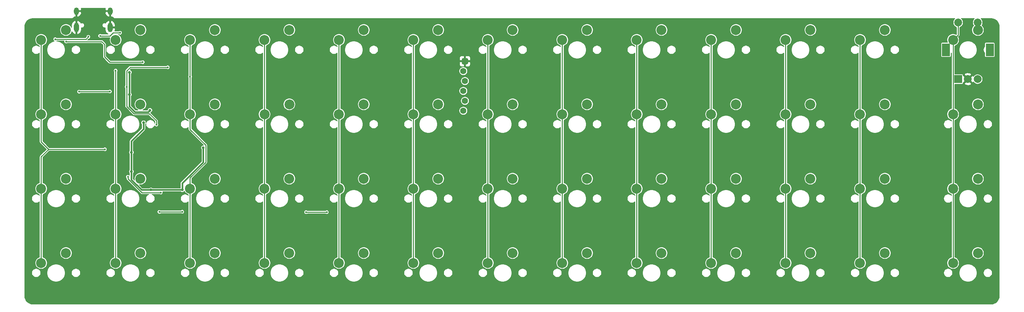
<source format=gtl>
G04 #@! TF.GenerationSoftware,KiCad,Pcbnew,(5.1.4-0)*
G04 #@! TF.CreationDate,2021-10-19T21:44:43-05:00*
G04 #@! TF.ProjectId,pcb,7063622e-6b69-4636-9164-5f7063625858,rev?*
G04 #@! TF.SameCoordinates,Original*
G04 #@! TF.FileFunction,Copper,L1,Top*
G04 #@! TF.FilePolarity,Positive*
%FSLAX46Y46*%
G04 Gerber Fmt 4.6, Leading zero omitted, Abs format (unit mm)*
G04 Created by KiCad (PCBNEW (5.1.4-0)) date 2021-10-19 21:44:43*
%MOMM*%
%LPD*%
G04 APERTURE LIST*
%ADD10C,2.540000*%
%ADD11R,2.000000X2.000000*%
%ADD12C,2.000000*%
%ADD13R,2.000000X3.200000*%
%ADD14C,0.100000*%
%ADD15C,1.600200*%
%ADD16O,1.300000X2.400000*%
%ADD17O,1.300000X1.900000*%
%ADD18C,0.500000*%
%ADD19C,0.700000*%
%ADD20C,0.250000*%
%ADD21C,0.400000*%
%ADD22C,0.200000*%
G04 APERTURE END LIST*
D10*
X316468185Y-69691370D03*
X322818185Y-67151370D03*
X121205625Y-50641250D03*
X127555625Y-48101250D03*
X316468185Y-107791530D03*
X322818185Y-105251530D03*
D11*
X317752725Y-60693950D03*
D12*
X320252725Y-60693950D03*
X322752725Y-60693950D03*
D13*
X314652725Y-53193950D03*
X325852725Y-53193950D03*
D12*
X317752725Y-46193950D03*
X322752725Y-46193950D03*
D14*
G36*
X191985662Y-55301826D02*
G01*
X192024496Y-55307587D01*
X192062578Y-55317126D01*
X192099543Y-55330352D01*
X192135032Y-55347137D01*
X192168706Y-55367321D01*
X192200239Y-55390707D01*
X192229328Y-55417072D01*
X192255693Y-55446161D01*
X192279079Y-55477694D01*
X192299263Y-55511368D01*
X192316048Y-55546857D01*
X192329274Y-55583822D01*
X192338813Y-55621904D01*
X192344574Y-55660738D01*
X192346500Y-55699950D01*
X192346500Y-56500050D01*
X192344574Y-56539262D01*
X192338813Y-56578096D01*
X192329274Y-56616178D01*
X192316048Y-56653143D01*
X192299263Y-56688632D01*
X192279079Y-56722306D01*
X192255693Y-56753839D01*
X192229328Y-56782928D01*
X192200239Y-56809293D01*
X192168706Y-56832679D01*
X192135032Y-56852863D01*
X192099543Y-56869648D01*
X192062578Y-56882874D01*
X192024496Y-56892413D01*
X191985662Y-56898174D01*
X191946450Y-56900100D01*
X191146350Y-56900100D01*
X191107138Y-56898174D01*
X191068304Y-56892413D01*
X191030222Y-56882874D01*
X190993257Y-56869648D01*
X190957768Y-56852863D01*
X190924094Y-56832679D01*
X190892561Y-56809293D01*
X190863472Y-56782928D01*
X190837107Y-56753839D01*
X190813721Y-56722306D01*
X190793537Y-56688632D01*
X190776752Y-56653143D01*
X190763526Y-56616178D01*
X190753987Y-56578096D01*
X190748226Y-56539262D01*
X190746300Y-56500050D01*
X190746300Y-55699950D01*
X190748226Y-55660738D01*
X190753987Y-55621904D01*
X190763526Y-55583822D01*
X190776752Y-55546857D01*
X190793537Y-55511368D01*
X190813721Y-55477694D01*
X190837107Y-55446161D01*
X190863472Y-55417072D01*
X190892561Y-55390707D01*
X190924094Y-55367321D01*
X190957768Y-55347137D01*
X190993257Y-55330352D01*
X191030222Y-55317126D01*
X191068304Y-55307587D01*
X191107138Y-55301826D01*
X191146350Y-55299900D01*
X191946450Y-55299900D01*
X191985662Y-55301826D01*
X191985662Y-55301826D01*
G37*
D15*
X191546400Y-56100000D03*
X191140000Y-58640000D03*
X191546400Y-61180000D03*
X191140000Y-63720000D03*
X191546400Y-66260000D03*
X191140000Y-68800000D03*
D16*
X92139825Y-47458627D03*
D17*
X92139825Y-43258627D03*
X100739825Y-43258627D03*
D16*
X100739825Y-47458627D03*
X92139825Y-47458627D03*
D10*
X322818125Y-48101250D03*
X316468125Y-50641250D03*
X316468185Y-88741450D03*
X322818185Y-86201450D03*
X83105625Y-50641250D03*
X89455625Y-48101250D03*
X102155625Y-50641250D03*
X108505625Y-48101250D03*
X146605625Y-48101250D03*
X140255625Y-50641250D03*
X159305625Y-50641250D03*
X165655625Y-48101250D03*
X178355625Y-50641250D03*
X184705625Y-48101250D03*
X197405625Y-50641250D03*
X203755625Y-48101250D03*
X216455625Y-50641250D03*
X222805625Y-48101250D03*
X235505625Y-50641250D03*
X241855625Y-48101250D03*
X254555625Y-50641250D03*
X260905625Y-48101250D03*
X273605625Y-50641250D03*
X279955625Y-48101250D03*
X292655625Y-50641250D03*
X299005625Y-48101250D03*
X83105625Y-69691250D03*
X89455625Y-67151250D03*
X102155625Y-69691250D03*
X108505625Y-67151250D03*
X121205625Y-69691250D03*
X127555625Y-67151250D03*
X140260799Y-69691250D03*
X146610799Y-67151250D03*
X159305625Y-69691250D03*
X165655625Y-67151250D03*
X178355625Y-69691250D03*
X184705625Y-67151250D03*
X197405625Y-69691250D03*
X203755625Y-67151250D03*
X216455625Y-69691250D03*
X222805625Y-67151250D03*
X235505625Y-69691250D03*
X241855625Y-67151250D03*
X254555625Y-69691250D03*
X260905625Y-67151250D03*
X273605625Y-69691250D03*
X279955625Y-67151250D03*
X292655625Y-69691250D03*
X299005625Y-67151250D03*
X83105625Y-88741250D03*
X89455625Y-86201250D03*
X102155625Y-88741250D03*
X108505625Y-86201250D03*
X121205625Y-88741250D03*
X127555625Y-86201250D03*
X140255625Y-88741250D03*
X146605625Y-86201250D03*
X159305625Y-88741250D03*
X165655625Y-86201250D03*
X178355625Y-88741250D03*
X184705625Y-86201250D03*
X216455625Y-88741250D03*
X222805625Y-86201250D03*
X235505625Y-88741250D03*
X241855625Y-86201250D03*
X254555625Y-88741250D03*
X260905625Y-86201250D03*
X273605625Y-88741250D03*
X279955625Y-86201250D03*
X83105625Y-107791250D03*
X89455625Y-105251250D03*
X102155625Y-107791250D03*
X108505625Y-105251250D03*
X121205625Y-107791250D03*
X127555625Y-105251250D03*
X140255625Y-107791250D03*
X146605625Y-105251250D03*
X159305625Y-107791250D03*
X165655625Y-105251250D03*
X178355625Y-107791250D03*
X184705625Y-105251250D03*
X216455625Y-107791250D03*
X222805625Y-105251250D03*
X235505625Y-107791250D03*
X241855625Y-105251250D03*
X254555625Y-107791250D03*
X260905625Y-105251250D03*
X273605625Y-107791250D03*
X279955625Y-105251250D03*
X197405625Y-88741250D03*
X203755625Y-86201250D03*
X197405625Y-107791250D03*
X203755625Y-105251250D03*
X292655625Y-88741250D03*
X299005625Y-86201250D03*
X292655625Y-107791250D03*
X299005625Y-105251250D03*
D18*
X89490625Y-51056250D03*
X109090625Y-56356250D03*
D19*
X109290625Y-71856250D03*
X106190625Y-79456250D03*
X119190625Y-89056250D03*
X111190625Y-89056250D03*
X105690625Y-64656250D03*
X110940625Y-68656250D03*
X106190625Y-84356250D03*
X124590625Y-78256250D03*
X105690625Y-58931249D03*
D18*
X100690625Y-63856250D03*
X92790625Y-63906250D03*
X119190625Y-94656250D03*
X150890625Y-94756250D03*
X156190625Y-94756250D03*
X113340625Y-94706250D03*
X105290625Y-85696250D03*
X113690625Y-89756250D03*
X99390625Y-78656250D03*
X102155625Y-58516420D03*
X121205625Y-60041250D03*
X98190625Y-49606250D03*
X103290625Y-48806250D03*
X95190625Y-49856250D03*
X86690625Y-50456250D03*
X104990625Y-62656250D03*
X112590625Y-72356250D03*
X115490625Y-57656250D03*
X164390625Y-58256250D03*
D20*
X89490625Y-51056250D02*
X98590625Y-51056250D01*
X98590625Y-51056250D02*
X99290625Y-51756250D01*
X99290625Y-51756250D02*
X99290625Y-54956250D01*
X99290625Y-54956250D02*
X100690625Y-56356250D01*
X100690625Y-56356250D02*
X109090625Y-56356250D01*
D21*
X106190625Y-86456250D02*
X106190625Y-85961276D01*
X109290625Y-73456250D02*
X109290625Y-71856250D01*
X106190625Y-76556250D02*
X109290625Y-73456250D01*
X106190625Y-79456250D02*
X106190625Y-76556250D01*
X106190625Y-86456250D02*
X108790625Y-89056250D01*
X119190625Y-89056250D02*
X119190625Y-87356250D01*
X119190625Y-87356250D02*
X124590625Y-81956250D01*
X111190625Y-89056250D02*
X119190625Y-89056250D01*
X108790625Y-89056250D02*
X111190625Y-89056250D01*
X106190625Y-84356250D02*
X106190625Y-79456250D01*
X106190625Y-85961276D02*
X106190625Y-84356250D01*
X124590625Y-81956250D02*
X124590625Y-78256250D01*
X105690625Y-67712770D02*
X105690625Y-65151224D01*
X107079095Y-69101240D02*
X105690625Y-67712770D01*
X110495635Y-69101240D02*
X107079095Y-69101240D01*
X105690625Y-65151224D02*
X105690625Y-64656250D01*
X110940625Y-68656250D02*
X110495635Y-69101240D01*
X105690625Y-64656250D02*
X105690625Y-59056250D01*
D20*
X92840625Y-63856250D02*
X92790625Y-63906250D01*
X100690625Y-63856250D02*
X92840625Y-63856250D01*
X150890625Y-94756250D02*
X156190625Y-94756250D01*
X113390625Y-94656250D02*
X113340625Y-94706250D01*
X119190625Y-94656250D02*
X113390625Y-94656250D01*
X108847144Y-89756250D02*
X113690625Y-89756250D01*
X105290625Y-86199731D02*
X108847144Y-89756250D01*
X105290625Y-85696250D02*
X105290625Y-86199731D01*
X99390625Y-78656250D02*
X84990625Y-78656250D01*
X83105625Y-76771250D02*
X83105625Y-50641250D01*
X84990625Y-78656250D02*
X83105625Y-76771250D01*
X83105625Y-80541250D02*
X84990625Y-78656250D01*
X83105625Y-88741250D02*
X83105625Y-80541250D01*
X83105625Y-88741250D02*
X83105625Y-107791250D01*
X102155625Y-107791250D02*
X102155625Y-88741250D01*
X102155625Y-88741250D02*
X102155625Y-58516420D01*
X121205625Y-107791250D02*
X121205625Y-88741250D01*
X121205625Y-60041250D02*
X121205625Y-69691250D01*
X121205625Y-50641250D02*
X121205625Y-60041250D01*
X121205625Y-73571250D02*
X121205625Y-69691250D01*
X125195626Y-81994730D02*
X125195626Y-77561251D01*
X121205625Y-85984730D02*
X125195626Y-81994730D01*
X125195626Y-77561251D02*
X121205625Y-73571250D01*
X121205625Y-88741250D02*
X121205625Y-85984730D01*
X140255625Y-50641250D02*
X140255625Y-107791250D01*
X159305625Y-50641250D02*
X159305625Y-107791250D01*
X178355625Y-50641250D02*
X178355625Y-107791250D01*
X197405625Y-50641250D02*
X197405625Y-107791250D01*
X216455625Y-50641250D02*
X216455625Y-107791250D01*
X235505625Y-50641250D02*
X235505625Y-107791250D01*
X254555625Y-50641250D02*
X254555625Y-107791250D01*
X273605625Y-50641250D02*
X273605625Y-107791250D01*
X292655625Y-50641250D02*
X292655625Y-107791250D01*
X100690625Y-49606250D02*
X100490625Y-49606250D01*
X101490625Y-48806250D02*
X100690625Y-49606250D01*
X100490625Y-49606250D02*
X98190625Y-49606250D01*
X103290625Y-48806250D02*
X101490625Y-48806250D01*
X94590625Y-50456250D02*
X90490625Y-50456250D01*
X95190625Y-49856250D02*
X94590625Y-50456250D01*
X90490625Y-50456250D02*
X86690625Y-50456250D01*
X106890625Y-69556250D02*
X104990625Y-67656250D01*
X104990625Y-67656250D02*
X104990625Y-62656250D01*
X110790625Y-69556250D02*
X106890625Y-69556250D01*
X112590625Y-71356250D02*
X110790625Y-69556250D01*
X112590625Y-72356250D02*
X112590625Y-71356250D01*
X105890625Y-57656250D02*
X104990625Y-58556250D01*
X104990625Y-62656250D02*
X104990625Y-58556250D01*
X105890625Y-57656250D02*
X115490625Y-57656250D01*
X316468125Y-107791470D02*
X316468185Y-107791530D01*
X316468125Y-50641250D02*
X316468125Y-107791470D01*
X317752725Y-49356650D02*
X316468125Y-50641250D01*
X317752725Y-46193950D02*
X317752725Y-49356650D01*
X322818125Y-46259350D02*
X322752725Y-46193950D01*
X322818125Y-48101250D02*
X322818125Y-46259350D01*
D22*
G36*
X99500699Y-42657108D02*
G01*
X99465685Y-42904643D01*
X99624927Y-43104627D01*
X100585825Y-43104627D01*
X100585825Y-43084627D01*
X100893825Y-43084627D01*
X100893825Y-43104627D01*
X101215626Y-43104627D01*
X101215626Y-43412627D01*
X100893825Y-43412627D01*
X100893825Y-44653853D01*
X101087243Y-44767703D01*
X101177543Y-44756437D01*
X101301975Y-44696555D01*
X101343329Y-44773038D01*
X101359795Y-44797450D01*
X101375931Y-44822108D01*
X101378799Y-44825625D01*
X101443263Y-44903548D01*
X101464173Y-44924312D01*
X101484773Y-44945348D01*
X101488269Y-44948241D01*
X101566640Y-45012159D01*
X101591167Y-45028454D01*
X101615479Y-45045101D01*
X101619470Y-45047259D01*
X101708764Y-45094738D01*
X101736017Y-45105971D01*
X101763075Y-45117568D01*
X101767410Y-45118910D01*
X101864226Y-45148140D01*
X101893112Y-45153860D01*
X101921931Y-45159985D01*
X101926445Y-45160460D01*
X102027094Y-45170329D01*
X102027101Y-45170329D01*
X102042848Y-45171880D01*
X316942422Y-45171880D01*
X316924023Y-45184174D01*
X316742949Y-45365248D01*
X316600680Y-45578169D01*
X316502683Y-45814754D01*
X316452725Y-46065911D01*
X316452725Y-46321989D01*
X316502683Y-46573146D01*
X316600680Y-46809731D01*
X316742949Y-47022652D01*
X316924023Y-47203726D01*
X317136944Y-47345995D01*
X317327725Y-47425019D01*
X317327726Y-49180608D01*
X317239734Y-49268600D01*
X317211799Y-49249934D01*
X316926077Y-49131584D01*
X316622757Y-49071250D01*
X316313493Y-49071250D01*
X316010173Y-49131584D01*
X315724451Y-49249934D01*
X315467308Y-49421751D01*
X315248626Y-49640433D01*
X315076809Y-49897576D01*
X314958459Y-50183298D01*
X314898125Y-50486618D01*
X314898125Y-50795882D01*
X314958459Y-51099202D01*
X315038525Y-51292499D01*
X313652725Y-51292499D01*
X313593915Y-51298291D01*
X313537365Y-51315446D01*
X313485248Y-51343303D01*
X313439567Y-51380792D01*
X313402078Y-51426473D01*
X313374221Y-51478590D01*
X313357066Y-51535140D01*
X313351274Y-51593950D01*
X313351274Y-54793950D01*
X313357066Y-54852760D01*
X313374221Y-54909310D01*
X313402078Y-54961427D01*
X313439567Y-55007108D01*
X313485248Y-55044597D01*
X313537365Y-55072454D01*
X313593915Y-55089609D01*
X313652725Y-55095401D01*
X315652725Y-55095401D01*
X315711535Y-55089609D01*
X315768085Y-55072454D01*
X315820202Y-55044597D01*
X315865883Y-55007108D01*
X315903372Y-54961427D01*
X315931229Y-54909310D01*
X315948384Y-54852760D01*
X315954176Y-54793950D01*
X315954176Y-54052818D01*
X316043125Y-53963869D01*
X316043125Y-68175161D01*
X316010233Y-68181704D01*
X315724511Y-68300054D01*
X315467368Y-68471871D01*
X315248686Y-68690553D01*
X315076869Y-68947696D01*
X314958519Y-69233418D01*
X314898185Y-69536738D01*
X314898185Y-69846002D01*
X314958519Y-70149322D01*
X315076869Y-70435044D01*
X315248686Y-70692187D01*
X315467368Y-70910869D01*
X315724511Y-71082686D01*
X316010233Y-71201036D01*
X316043125Y-71207579D01*
X316043125Y-71448691D01*
X315931841Y-71337407D01*
X315743341Y-71211455D01*
X315533890Y-71124698D01*
X315311539Y-71080470D01*
X315084831Y-71080470D01*
X314862480Y-71124698D01*
X314653029Y-71211455D01*
X314464529Y-71337407D01*
X314304222Y-71497714D01*
X314178270Y-71686214D01*
X314091513Y-71895665D01*
X314047285Y-72118016D01*
X314047285Y-72344724D01*
X314091513Y-72567075D01*
X314178270Y-72776526D01*
X314304222Y-72965026D01*
X314464529Y-73125333D01*
X314653029Y-73251285D01*
X314862480Y-73338042D01*
X315084831Y-73382270D01*
X315311539Y-73382270D01*
X315533890Y-73338042D01*
X315743341Y-73251285D01*
X315931841Y-73125333D01*
X316043125Y-73014049D01*
X316043126Y-87225241D01*
X316010233Y-87231784D01*
X315724511Y-87350134D01*
X315467368Y-87521951D01*
X315248686Y-87740633D01*
X315076869Y-87997776D01*
X314958519Y-88283498D01*
X314898185Y-88586818D01*
X314898185Y-88896082D01*
X314958519Y-89199402D01*
X315076869Y-89485124D01*
X315248686Y-89742267D01*
X315467368Y-89960949D01*
X315724511Y-90132766D01*
X316010233Y-90251116D01*
X316043126Y-90257659D01*
X316043126Y-90498772D01*
X315931841Y-90387487D01*
X315743341Y-90261535D01*
X315533890Y-90174778D01*
X315311539Y-90130550D01*
X315084831Y-90130550D01*
X314862480Y-90174778D01*
X314653029Y-90261535D01*
X314464529Y-90387487D01*
X314304222Y-90547794D01*
X314178270Y-90736294D01*
X314091513Y-90945745D01*
X314047285Y-91168096D01*
X314047285Y-91394804D01*
X314091513Y-91617155D01*
X314178270Y-91826606D01*
X314304222Y-92015106D01*
X314464529Y-92175413D01*
X314653029Y-92301365D01*
X314862480Y-92388122D01*
X315084831Y-92432350D01*
X315311539Y-92432350D01*
X315533890Y-92388122D01*
X315743341Y-92301365D01*
X315931841Y-92175413D01*
X316043126Y-92064128D01*
X316043126Y-106275321D01*
X316010233Y-106281864D01*
X315724511Y-106400214D01*
X315467368Y-106572031D01*
X315248686Y-106790713D01*
X315076869Y-107047856D01*
X314958519Y-107333578D01*
X314898185Y-107636898D01*
X314898185Y-107946162D01*
X314958519Y-108249482D01*
X315076869Y-108535204D01*
X315248686Y-108792347D01*
X315467368Y-109011029D01*
X315724511Y-109182846D01*
X316010233Y-109301196D01*
X316313553Y-109361530D01*
X316622817Y-109361530D01*
X316926137Y-109301196D01*
X317211859Y-109182846D01*
X317469002Y-109011029D01*
X317687684Y-108792347D01*
X317859501Y-108535204D01*
X317977851Y-108249482D01*
X318038185Y-107946162D01*
X318038185Y-107636898D01*
X317977851Y-107333578D01*
X317859501Y-107047856D01*
X317687684Y-106790713D01*
X317469002Y-106572031D01*
X317211859Y-106400214D01*
X316926137Y-106281864D01*
X316893125Y-106275298D01*
X316893125Y-105096898D01*
X321248185Y-105096898D01*
X321248185Y-105406162D01*
X321308519Y-105709482D01*
X321426869Y-105995204D01*
X321598686Y-106252347D01*
X321817368Y-106471029D01*
X322074511Y-106642846D01*
X322360233Y-106761196D01*
X322663553Y-106821530D01*
X322972817Y-106821530D01*
X323276137Y-106761196D01*
X323561859Y-106642846D01*
X323819002Y-106471029D01*
X324037684Y-106252347D01*
X324209501Y-105995204D01*
X324327851Y-105709482D01*
X324388185Y-105406162D01*
X324388185Y-105096898D01*
X324327851Y-104793578D01*
X324209501Y-104507856D01*
X324037684Y-104250713D01*
X323819002Y-104032031D01*
X323561859Y-103860214D01*
X323276137Y-103741864D01*
X322972817Y-103681530D01*
X322663553Y-103681530D01*
X322360233Y-103741864D01*
X322074511Y-103860214D01*
X321817368Y-104032031D01*
X321598686Y-104250713D01*
X321426869Y-104507856D01*
X321308519Y-104793578D01*
X321248185Y-105096898D01*
X316893125Y-105096898D01*
X316893125Y-91055521D01*
X317984285Y-91055521D01*
X317984285Y-91507379D01*
X318072438Y-91950556D01*
X318245357Y-92368019D01*
X318496397Y-92743726D01*
X318815909Y-93063238D01*
X319191616Y-93314278D01*
X319609079Y-93487197D01*
X320052256Y-93575350D01*
X320504114Y-93575350D01*
X320947291Y-93487197D01*
X321364754Y-93314278D01*
X321740461Y-93063238D01*
X322059973Y-92743726D01*
X322311013Y-92368019D01*
X322483932Y-91950556D01*
X322572085Y-91507379D01*
X322572085Y-91168096D01*
X324207285Y-91168096D01*
X324207285Y-91394804D01*
X324251513Y-91617155D01*
X324338270Y-91826606D01*
X324464222Y-92015106D01*
X324624529Y-92175413D01*
X324813029Y-92301365D01*
X325022480Y-92388122D01*
X325244831Y-92432350D01*
X325471539Y-92432350D01*
X325693890Y-92388122D01*
X325903341Y-92301365D01*
X326091841Y-92175413D01*
X326252148Y-92015106D01*
X326378100Y-91826606D01*
X326464857Y-91617155D01*
X326509085Y-91394804D01*
X326509085Y-91168096D01*
X326464857Y-90945745D01*
X326378100Y-90736294D01*
X326252148Y-90547794D01*
X326091841Y-90387487D01*
X325903341Y-90261535D01*
X325693890Y-90174778D01*
X325471539Y-90130550D01*
X325244831Y-90130550D01*
X325022480Y-90174778D01*
X324813029Y-90261535D01*
X324624529Y-90387487D01*
X324464222Y-90547794D01*
X324338270Y-90736294D01*
X324251513Y-90945745D01*
X324207285Y-91168096D01*
X322572085Y-91168096D01*
X322572085Y-91055521D01*
X322483932Y-90612344D01*
X322311013Y-90194881D01*
X322059973Y-89819174D01*
X321740461Y-89499662D01*
X321364754Y-89248622D01*
X320947291Y-89075703D01*
X320504114Y-88987550D01*
X320052256Y-88987550D01*
X319609079Y-89075703D01*
X319191616Y-89248622D01*
X318815909Y-89499662D01*
X318496397Y-89819174D01*
X318245357Y-90194881D01*
X318072438Y-90612344D01*
X317984285Y-91055521D01*
X316893125Y-91055521D01*
X316893125Y-90257682D01*
X316926137Y-90251116D01*
X317211859Y-90132766D01*
X317469002Y-89960949D01*
X317687684Y-89742267D01*
X317859501Y-89485124D01*
X317977851Y-89199402D01*
X318038185Y-88896082D01*
X318038185Y-88586818D01*
X317977851Y-88283498D01*
X317859501Y-87997776D01*
X317687684Y-87740633D01*
X317469002Y-87521951D01*
X317211859Y-87350134D01*
X316926137Y-87231784D01*
X316893125Y-87225218D01*
X316893125Y-86046818D01*
X321248185Y-86046818D01*
X321248185Y-86356082D01*
X321308519Y-86659402D01*
X321426869Y-86945124D01*
X321598686Y-87202267D01*
X321817368Y-87420949D01*
X322074511Y-87592766D01*
X322360233Y-87711116D01*
X322663553Y-87771450D01*
X322972817Y-87771450D01*
X323276137Y-87711116D01*
X323561859Y-87592766D01*
X323819002Y-87420949D01*
X324037684Y-87202267D01*
X324209501Y-86945124D01*
X324327851Y-86659402D01*
X324388185Y-86356082D01*
X324388185Y-86046818D01*
X324327851Y-85743498D01*
X324209501Y-85457776D01*
X324037684Y-85200633D01*
X323819002Y-84981951D01*
X323561859Y-84810134D01*
X323276137Y-84691784D01*
X322972817Y-84631450D01*
X322663553Y-84631450D01*
X322360233Y-84691784D01*
X322074511Y-84810134D01*
X321817368Y-84981951D01*
X321598686Y-85200633D01*
X321426869Y-85457776D01*
X321308519Y-85743498D01*
X321248185Y-86046818D01*
X316893125Y-86046818D01*
X316893125Y-72005441D01*
X317984285Y-72005441D01*
X317984285Y-72457299D01*
X318072438Y-72900476D01*
X318245357Y-73317939D01*
X318496397Y-73693646D01*
X318815909Y-74013158D01*
X319191616Y-74264198D01*
X319609079Y-74437117D01*
X320052256Y-74525270D01*
X320504114Y-74525270D01*
X320947291Y-74437117D01*
X321364754Y-74264198D01*
X321740461Y-74013158D01*
X322059973Y-73693646D01*
X322311013Y-73317939D01*
X322483932Y-72900476D01*
X322572085Y-72457299D01*
X322572085Y-72118016D01*
X324207285Y-72118016D01*
X324207285Y-72344724D01*
X324251513Y-72567075D01*
X324338270Y-72776526D01*
X324464222Y-72965026D01*
X324624529Y-73125333D01*
X324813029Y-73251285D01*
X325022480Y-73338042D01*
X325244831Y-73382270D01*
X325471539Y-73382270D01*
X325693890Y-73338042D01*
X325903341Y-73251285D01*
X326091841Y-73125333D01*
X326252148Y-72965026D01*
X326378100Y-72776526D01*
X326464857Y-72567075D01*
X326509085Y-72344724D01*
X326509085Y-72118016D01*
X326464857Y-71895665D01*
X326378100Y-71686214D01*
X326252148Y-71497714D01*
X326091841Y-71337407D01*
X325903341Y-71211455D01*
X325693890Y-71124698D01*
X325471539Y-71080470D01*
X325244831Y-71080470D01*
X325022480Y-71124698D01*
X324813029Y-71211455D01*
X324624529Y-71337407D01*
X324464222Y-71497714D01*
X324338270Y-71686214D01*
X324251513Y-71895665D01*
X324207285Y-72118016D01*
X322572085Y-72118016D01*
X322572085Y-72005441D01*
X322483932Y-71562264D01*
X322311013Y-71144801D01*
X322059973Y-70769094D01*
X321740461Y-70449582D01*
X321364754Y-70198542D01*
X320947291Y-70025623D01*
X320504114Y-69937470D01*
X320052256Y-69937470D01*
X319609079Y-70025623D01*
X319191616Y-70198542D01*
X318815909Y-70449582D01*
X318496397Y-70769094D01*
X318245357Y-71144801D01*
X318072438Y-71562264D01*
X317984285Y-72005441D01*
X316893125Y-72005441D01*
X316893125Y-71207602D01*
X316926137Y-71201036D01*
X317211859Y-71082686D01*
X317469002Y-70910869D01*
X317687684Y-70692187D01*
X317859501Y-70435044D01*
X317977851Y-70149322D01*
X318038185Y-69846002D01*
X318038185Y-69536738D01*
X317977851Y-69233418D01*
X317859501Y-68947696D01*
X317687684Y-68690553D01*
X317469002Y-68471871D01*
X317211859Y-68300054D01*
X316926137Y-68181704D01*
X316893125Y-68175138D01*
X316893125Y-66996738D01*
X321248185Y-66996738D01*
X321248185Y-67306002D01*
X321308519Y-67609322D01*
X321426869Y-67895044D01*
X321598686Y-68152187D01*
X321817368Y-68370869D01*
X322074511Y-68542686D01*
X322360233Y-68661036D01*
X322663553Y-68721370D01*
X322972817Y-68721370D01*
X323276137Y-68661036D01*
X323561859Y-68542686D01*
X323819002Y-68370869D01*
X324037684Y-68152187D01*
X324209501Y-67895044D01*
X324327851Y-67609322D01*
X324388185Y-67306002D01*
X324388185Y-66996738D01*
X324327851Y-66693418D01*
X324209501Y-66407696D01*
X324037684Y-66150553D01*
X323819002Y-65931871D01*
X323561859Y-65760054D01*
X323276137Y-65641704D01*
X322972817Y-65581370D01*
X322663553Y-65581370D01*
X322360233Y-65641704D01*
X322074511Y-65760054D01*
X321817368Y-65931871D01*
X321598686Y-66150553D01*
X321426869Y-66407696D01*
X321308519Y-66693418D01*
X321248185Y-66996738D01*
X316893125Y-66996738D01*
X316893125Y-61995401D01*
X318752725Y-61995401D01*
X318811535Y-61989609D01*
X318868085Y-61972454D01*
X318920202Y-61944597D01*
X318965883Y-61907108D01*
X319003372Y-61861427D01*
X319019021Y-61832149D01*
X319332315Y-61832149D01*
X319431906Y-62085712D01*
X319719197Y-62219104D01*
X320026990Y-62293884D01*
X320343460Y-62307180D01*
X320656441Y-62258481D01*
X320953909Y-62149658D01*
X321073544Y-62085712D01*
X321173135Y-61832149D01*
X320252725Y-60911739D01*
X319332315Y-61832149D01*
X319019021Y-61832149D01*
X319031229Y-61809310D01*
X319048384Y-61752760D01*
X319054176Y-61693950D01*
X319054176Y-61590657D01*
X319114526Y-61614360D01*
X320034936Y-60693950D01*
X320470514Y-60693950D01*
X321390924Y-61614360D01*
X321644487Y-61514769D01*
X321682696Y-61432477D01*
X321742949Y-61522652D01*
X321924023Y-61703726D01*
X322136944Y-61845995D01*
X322373529Y-61943992D01*
X322624686Y-61993950D01*
X322880764Y-61993950D01*
X323131921Y-61943992D01*
X323368506Y-61845995D01*
X323581427Y-61703726D01*
X323762501Y-61522652D01*
X323904770Y-61309731D01*
X324002767Y-61073146D01*
X324052725Y-60821989D01*
X324052725Y-60565911D01*
X324002767Y-60314754D01*
X323904770Y-60078169D01*
X323762501Y-59865248D01*
X323581427Y-59684174D01*
X323368506Y-59541905D01*
X323131921Y-59443908D01*
X322880764Y-59393950D01*
X322624686Y-59393950D01*
X322373529Y-59443908D01*
X322136944Y-59541905D01*
X321924023Y-59684174D01*
X321742949Y-59865248D01*
X321685905Y-59950620D01*
X321644487Y-59873131D01*
X321390924Y-59773540D01*
X320470514Y-60693950D01*
X320034936Y-60693950D01*
X319114526Y-59773540D01*
X319054176Y-59797243D01*
X319054176Y-59693950D01*
X319048384Y-59635140D01*
X319031229Y-59578590D01*
X319019022Y-59555751D01*
X319332315Y-59555751D01*
X320252725Y-60476161D01*
X321173135Y-59555751D01*
X321073544Y-59302188D01*
X320786253Y-59168796D01*
X320478460Y-59094016D01*
X320161990Y-59080720D01*
X319849009Y-59129419D01*
X319551541Y-59238242D01*
X319431906Y-59302188D01*
X319332315Y-59555751D01*
X319019022Y-59555751D01*
X319003372Y-59526473D01*
X318965883Y-59480792D01*
X318920202Y-59443303D01*
X318868085Y-59415446D01*
X318811535Y-59398291D01*
X318752725Y-59392499D01*
X316893125Y-59392499D01*
X316893125Y-52955321D01*
X317984225Y-52955321D01*
X317984225Y-53407179D01*
X318072378Y-53850356D01*
X318245297Y-54267819D01*
X318496337Y-54643526D01*
X318815849Y-54963038D01*
X319191556Y-55214078D01*
X319609019Y-55386997D01*
X320052196Y-55475150D01*
X320504054Y-55475150D01*
X320947231Y-55386997D01*
X321364694Y-55214078D01*
X321740401Y-54963038D01*
X322059913Y-54643526D01*
X322310953Y-54267819D01*
X322483872Y-53850356D01*
X322572025Y-53407179D01*
X322572025Y-53067896D01*
X324207225Y-53067896D01*
X324207225Y-53294604D01*
X324251453Y-53516955D01*
X324338210Y-53726406D01*
X324464162Y-53914906D01*
X324551274Y-54002018D01*
X324551274Y-54793950D01*
X324557066Y-54852760D01*
X324574221Y-54909310D01*
X324602078Y-54961427D01*
X324639567Y-55007108D01*
X324685248Y-55044597D01*
X324737365Y-55072454D01*
X324793915Y-55089609D01*
X324852725Y-55095401D01*
X326852725Y-55095401D01*
X326911535Y-55089609D01*
X326968085Y-55072454D01*
X327020202Y-55044597D01*
X327065883Y-55007108D01*
X327103372Y-54961427D01*
X327131229Y-54909310D01*
X327148384Y-54852760D01*
X327154176Y-54793950D01*
X327154176Y-51593950D01*
X327148384Y-51535140D01*
X327131229Y-51478590D01*
X327103372Y-51426473D01*
X327065883Y-51380792D01*
X327020202Y-51343303D01*
X326968085Y-51315446D01*
X326911535Y-51298291D01*
X326852725Y-51292499D01*
X324852725Y-51292499D01*
X324793915Y-51298291D01*
X324737365Y-51315446D01*
X324685248Y-51343303D01*
X324639567Y-51380792D01*
X324602078Y-51426473D01*
X324574221Y-51478590D01*
X324557066Y-51535140D01*
X324551274Y-51593950D01*
X324551274Y-52360482D01*
X324464162Y-52447594D01*
X324338210Y-52636094D01*
X324251453Y-52845545D01*
X324207225Y-53067896D01*
X322572025Y-53067896D01*
X322572025Y-52955321D01*
X322483872Y-52512144D01*
X322310953Y-52094681D01*
X322059913Y-51718974D01*
X321740401Y-51399462D01*
X321364694Y-51148422D01*
X320947231Y-50975503D01*
X320504054Y-50887350D01*
X320052196Y-50887350D01*
X319609019Y-50975503D01*
X319191556Y-51148422D01*
X318815849Y-51399462D01*
X318496337Y-51718974D01*
X318245297Y-52094681D01*
X318072378Y-52512144D01*
X317984225Y-52955321D01*
X316893125Y-52955321D01*
X316893125Y-52157471D01*
X316926077Y-52150916D01*
X317211799Y-52032566D01*
X317468942Y-51860749D01*
X317687624Y-51642067D01*
X317859441Y-51384924D01*
X317977791Y-51099202D01*
X318038125Y-50795882D01*
X318038125Y-50486618D01*
X317977791Y-50183298D01*
X317859441Y-49897576D01*
X317840775Y-49869641D01*
X318038487Y-49671929D01*
X318054699Y-49658624D01*
X318107809Y-49593910D01*
X318145745Y-49522936D01*
X318147273Y-49520078D01*
X318171575Y-49439964D01*
X318173369Y-49421751D01*
X318177725Y-49377524D01*
X318177725Y-49377517D01*
X318179780Y-49356650D01*
X318177725Y-49335783D01*
X318177725Y-47425019D01*
X318368506Y-47345995D01*
X318581427Y-47203726D01*
X318762501Y-47022652D01*
X318904770Y-46809731D01*
X319002767Y-46573146D01*
X319052725Y-46321989D01*
X319052725Y-46065911D01*
X319002767Y-45814754D01*
X318904770Y-45578169D01*
X318762501Y-45365248D01*
X318581427Y-45184174D01*
X318563028Y-45171880D01*
X321942422Y-45171880D01*
X321924023Y-45184174D01*
X321742949Y-45365248D01*
X321600680Y-45578169D01*
X321502683Y-45814754D01*
X321452725Y-46065911D01*
X321452725Y-46321989D01*
X321502683Y-46573146D01*
X321600680Y-46809731D01*
X321716296Y-46982763D01*
X321598626Y-47100433D01*
X321426809Y-47357576D01*
X321308459Y-47643298D01*
X321248125Y-47946618D01*
X321248125Y-48255882D01*
X321308459Y-48559202D01*
X321426809Y-48844924D01*
X321598626Y-49102067D01*
X321817308Y-49320749D01*
X322074451Y-49492566D01*
X322360173Y-49610916D01*
X322663493Y-49671250D01*
X322972757Y-49671250D01*
X323276077Y-49610916D01*
X323561799Y-49492566D01*
X323818942Y-49320749D01*
X324037624Y-49102067D01*
X324209441Y-48844924D01*
X324327791Y-48559202D01*
X324388125Y-48255882D01*
X324388125Y-47946618D01*
X324327791Y-47643298D01*
X324209441Y-47357576D01*
X324037624Y-47100433D01*
X323841545Y-46904354D01*
X323904770Y-46809731D01*
X324002767Y-46573146D01*
X324052725Y-46321989D01*
X324052725Y-46065911D01*
X324002767Y-45814754D01*
X323904770Y-45578169D01*
X323762501Y-45365248D01*
X323581427Y-45184174D01*
X323563028Y-45171880D01*
X326215438Y-45171880D01*
X326630428Y-45212570D01*
X327014323Y-45328475D01*
X327368388Y-45516735D01*
X327679146Y-45770183D01*
X327934760Y-46079166D01*
X328125488Y-46431911D01*
X328244069Y-46814981D01*
X328287595Y-47229104D01*
X328287596Y-116268773D01*
X328246905Y-116683773D01*
X328131000Y-117067667D01*
X327942741Y-117421732D01*
X327689288Y-117732496D01*
X327380310Y-117988105D01*
X327027565Y-118178833D01*
X326644490Y-118297414D01*
X326230371Y-118340940D01*
X80977452Y-118340940D01*
X80562462Y-118300250D01*
X80178568Y-118184345D01*
X79824503Y-117996086D01*
X79513739Y-117742633D01*
X79258130Y-117433655D01*
X79067402Y-117080910D01*
X78948821Y-116697835D01*
X78905295Y-116283716D01*
X78905295Y-110217896D01*
X80684725Y-110217896D01*
X80684725Y-110444604D01*
X80728953Y-110666955D01*
X80815710Y-110876406D01*
X80941662Y-111064906D01*
X81101969Y-111225213D01*
X81290469Y-111351165D01*
X81499920Y-111437922D01*
X81722271Y-111482150D01*
X81948979Y-111482150D01*
X82171330Y-111437922D01*
X82380781Y-111351165D01*
X82569281Y-111225213D01*
X82729588Y-111064906D01*
X82855540Y-110876406D01*
X82942297Y-110666955D01*
X82986525Y-110444604D01*
X82986525Y-110217896D01*
X82964133Y-110105321D01*
X84621725Y-110105321D01*
X84621725Y-110557179D01*
X84709878Y-111000356D01*
X84882797Y-111417819D01*
X85133837Y-111793526D01*
X85453349Y-112113038D01*
X85829056Y-112364078D01*
X86246519Y-112536997D01*
X86689696Y-112625150D01*
X87141554Y-112625150D01*
X87584731Y-112536997D01*
X88002194Y-112364078D01*
X88377901Y-112113038D01*
X88697413Y-111793526D01*
X88948453Y-111417819D01*
X89121372Y-111000356D01*
X89209525Y-110557179D01*
X89209525Y-110217896D01*
X90844725Y-110217896D01*
X90844725Y-110444604D01*
X90888953Y-110666955D01*
X90975710Y-110876406D01*
X91101662Y-111064906D01*
X91261969Y-111225213D01*
X91450469Y-111351165D01*
X91659920Y-111437922D01*
X91882271Y-111482150D01*
X92108979Y-111482150D01*
X92331330Y-111437922D01*
X92540781Y-111351165D01*
X92729281Y-111225213D01*
X92889588Y-111064906D01*
X93015540Y-110876406D01*
X93102297Y-110666955D01*
X93146525Y-110444604D01*
X93146525Y-110217896D01*
X99734725Y-110217896D01*
X99734725Y-110444604D01*
X99778953Y-110666955D01*
X99865710Y-110876406D01*
X99991662Y-111064906D01*
X100151969Y-111225213D01*
X100340469Y-111351165D01*
X100549920Y-111437922D01*
X100772271Y-111482150D01*
X100998979Y-111482150D01*
X101221330Y-111437922D01*
X101430781Y-111351165D01*
X101619281Y-111225213D01*
X101779588Y-111064906D01*
X101905540Y-110876406D01*
X101992297Y-110666955D01*
X102036525Y-110444604D01*
X102036525Y-110217896D01*
X102014133Y-110105321D01*
X103671725Y-110105321D01*
X103671725Y-110557179D01*
X103759878Y-111000356D01*
X103932797Y-111417819D01*
X104183837Y-111793526D01*
X104503349Y-112113038D01*
X104879056Y-112364078D01*
X105296519Y-112536997D01*
X105739696Y-112625150D01*
X106191554Y-112625150D01*
X106634731Y-112536997D01*
X107052194Y-112364078D01*
X107427901Y-112113038D01*
X107747413Y-111793526D01*
X107998453Y-111417819D01*
X108171372Y-111000356D01*
X108259525Y-110557179D01*
X108259525Y-110217896D01*
X109894725Y-110217896D01*
X109894725Y-110444604D01*
X109938953Y-110666955D01*
X110025710Y-110876406D01*
X110151662Y-111064906D01*
X110311969Y-111225213D01*
X110500469Y-111351165D01*
X110709920Y-111437922D01*
X110932271Y-111482150D01*
X111158979Y-111482150D01*
X111381330Y-111437922D01*
X111590781Y-111351165D01*
X111779281Y-111225213D01*
X111939588Y-111064906D01*
X112065540Y-110876406D01*
X112152297Y-110666955D01*
X112196525Y-110444604D01*
X112196525Y-110217896D01*
X118784725Y-110217896D01*
X118784725Y-110444604D01*
X118828953Y-110666955D01*
X118915710Y-110876406D01*
X119041662Y-111064906D01*
X119201969Y-111225213D01*
X119390469Y-111351165D01*
X119599920Y-111437922D01*
X119822271Y-111482150D01*
X120048979Y-111482150D01*
X120271330Y-111437922D01*
X120480781Y-111351165D01*
X120669281Y-111225213D01*
X120829588Y-111064906D01*
X120955540Y-110876406D01*
X121042297Y-110666955D01*
X121086525Y-110444604D01*
X121086525Y-110217896D01*
X121064133Y-110105321D01*
X122721725Y-110105321D01*
X122721725Y-110557179D01*
X122809878Y-111000356D01*
X122982797Y-111417819D01*
X123233837Y-111793526D01*
X123553349Y-112113038D01*
X123929056Y-112364078D01*
X124346519Y-112536997D01*
X124789696Y-112625150D01*
X125241554Y-112625150D01*
X125684731Y-112536997D01*
X126102194Y-112364078D01*
X126477901Y-112113038D01*
X126797413Y-111793526D01*
X127048453Y-111417819D01*
X127221372Y-111000356D01*
X127309525Y-110557179D01*
X127309525Y-110217896D01*
X128944725Y-110217896D01*
X128944725Y-110444604D01*
X128988953Y-110666955D01*
X129075710Y-110876406D01*
X129201662Y-111064906D01*
X129361969Y-111225213D01*
X129550469Y-111351165D01*
X129759920Y-111437922D01*
X129982271Y-111482150D01*
X130208979Y-111482150D01*
X130431330Y-111437922D01*
X130640781Y-111351165D01*
X130829281Y-111225213D01*
X130989588Y-111064906D01*
X131115540Y-110876406D01*
X131202297Y-110666955D01*
X131246525Y-110444604D01*
X131246525Y-110217896D01*
X137834725Y-110217896D01*
X137834725Y-110444604D01*
X137878953Y-110666955D01*
X137965710Y-110876406D01*
X138091662Y-111064906D01*
X138251969Y-111225213D01*
X138440469Y-111351165D01*
X138649920Y-111437922D01*
X138872271Y-111482150D01*
X139098979Y-111482150D01*
X139321330Y-111437922D01*
X139530781Y-111351165D01*
X139719281Y-111225213D01*
X139879588Y-111064906D01*
X140005540Y-110876406D01*
X140092297Y-110666955D01*
X140136525Y-110444604D01*
X140136525Y-110217896D01*
X140114133Y-110105321D01*
X141771725Y-110105321D01*
X141771725Y-110557179D01*
X141859878Y-111000356D01*
X142032797Y-111417819D01*
X142283837Y-111793526D01*
X142603349Y-112113038D01*
X142979056Y-112364078D01*
X143396519Y-112536997D01*
X143839696Y-112625150D01*
X144291554Y-112625150D01*
X144734731Y-112536997D01*
X145152194Y-112364078D01*
X145527901Y-112113038D01*
X145847413Y-111793526D01*
X146098453Y-111417819D01*
X146271372Y-111000356D01*
X146359525Y-110557179D01*
X146359525Y-110217896D01*
X147994725Y-110217896D01*
X147994725Y-110444604D01*
X148038953Y-110666955D01*
X148125710Y-110876406D01*
X148251662Y-111064906D01*
X148411969Y-111225213D01*
X148600469Y-111351165D01*
X148809920Y-111437922D01*
X149032271Y-111482150D01*
X149258979Y-111482150D01*
X149481330Y-111437922D01*
X149690781Y-111351165D01*
X149879281Y-111225213D01*
X150039588Y-111064906D01*
X150165540Y-110876406D01*
X150252297Y-110666955D01*
X150296525Y-110444604D01*
X150296525Y-110217896D01*
X156884725Y-110217896D01*
X156884725Y-110444604D01*
X156928953Y-110666955D01*
X157015710Y-110876406D01*
X157141662Y-111064906D01*
X157301969Y-111225213D01*
X157490469Y-111351165D01*
X157699920Y-111437922D01*
X157922271Y-111482150D01*
X158148979Y-111482150D01*
X158371330Y-111437922D01*
X158580781Y-111351165D01*
X158769281Y-111225213D01*
X158929588Y-111064906D01*
X159055540Y-110876406D01*
X159142297Y-110666955D01*
X159186525Y-110444604D01*
X159186525Y-110217896D01*
X159164133Y-110105321D01*
X160821725Y-110105321D01*
X160821725Y-110557179D01*
X160909878Y-111000356D01*
X161082797Y-111417819D01*
X161333837Y-111793526D01*
X161653349Y-112113038D01*
X162029056Y-112364078D01*
X162446519Y-112536997D01*
X162889696Y-112625150D01*
X163341554Y-112625150D01*
X163784731Y-112536997D01*
X164202194Y-112364078D01*
X164577901Y-112113038D01*
X164897413Y-111793526D01*
X165148453Y-111417819D01*
X165321372Y-111000356D01*
X165409525Y-110557179D01*
X165409525Y-110217896D01*
X167044725Y-110217896D01*
X167044725Y-110444604D01*
X167088953Y-110666955D01*
X167175710Y-110876406D01*
X167301662Y-111064906D01*
X167461969Y-111225213D01*
X167650469Y-111351165D01*
X167859920Y-111437922D01*
X168082271Y-111482150D01*
X168308979Y-111482150D01*
X168531330Y-111437922D01*
X168740781Y-111351165D01*
X168929281Y-111225213D01*
X169089588Y-111064906D01*
X169215540Y-110876406D01*
X169302297Y-110666955D01*
X169346525Y-110444604D01*
X169346525Y-110217896D01*
X175934725Y-110217896D01*
X175934725Y-110444604D01*
X175978953Y-110666955D01*
X176065710Y-110876406D01*
X176191662Y-111064906D01*
X176351969Y-111225213D01*
X176540469Y-111351165D01*
X176749920Y-111437922D01*
X176972271Y-111482150D01*
X177198979Y-111482150D01*
X177421330Y-111437922D01*
X177630781Y-111351165D01*
X177819281Y-111225213D01*
X177979588Y-111064906D01*
X178105540Y-110876406D01*
X178192297Y-110666955D01*
X178236525Y-110444604D01*
X178236525Y-110217896D01*
X178214133Y-110105321D01*
X179871725Y-110105321D01*
X179871725Y-110557179D01*
X179959878Y-111000356D01*
X180132797Y-111417819D01*
X180383837Y-111793526D01*
X180703349Y-112113038D01*
X181079056Y-112364078D01*
X181496519Y-112536997D01*
X181939696Y-112625150D01*
X182391554Y-112625150D01*
X182834731Y-112536997D01*
X183252194Y-112364078D01*
X183627901Y-112113038D01*
X183947413Y-111793526D01*
X184198453Y-111417819D01*
X184371372Y-111000356D01*
X184459525Y-110557179D01*
X184459525Y-110217896D01*
X186094725Y-110217896D01*
X186094725Y-110444604D01*
X186138953Y-110666955D01*
X186225710Y-110876406D01*
X186351662Y-111064906D01*
X186511969Y-111225213D01*
X186700469Y-111351165D01*
X186909920Y-111437922D01*
X187132271Y-111482150D01*
X187358979Y-111482150D01*
X187581330Y-111437922D01*
X187790781Y-111351165D01*
X187979281Y-111225213D01*
X188139588Y-111064906D01*
X188265540Y-110876406D01*
X188352297Y-110666955D01*
X188396525Y-110444604D01*
X188396525Y-110217896D01*
X194984725Y-110217896D01*
X194984725Y-110444604D01*
X195028953Y-110666955D01*
X195115710Y-110876406D01*
X195241662Y-111064906D01*
X195401969Y-111225213D01*
X195590469Y-111351165D01*
X195799920Y-111437922D01*
X196022271Y-111482150D01*
X196248979Y-111482150D01*
X196471330Y-111437922D01*
X196680781Y-111351165D01*
X196869281Y-111225213D01*
X197029588Y-111064906D01*
X197155540Y-110876406D01*
X197242297Y-110666955D01*
X197286525Y-110444604D01*
X197286525Y-110217896D01*
X197264133Y-110105321D01*
X198921725Y-110105321D01*
X198921725Y-110557179D01*
X199009878Y-111000356D01*
X199182797Y-111417819D01*
X199433837Y-111793526D01*
X199753349Y-112113038D01*
X200129056Y-112364078D01*
X200546519Y-112536997D01*
X200989696Y-112625150D01*
X201441554Y-112625150D01*
X201884731Y-112536997D01*
X202302194Y-112364078D01*
X202677901Y-112113038D01*
X202997413Y-111793526D01*
X203248453Y-111417819D01*
X203421372Y-111000356D01*
X203509525Y-110557179D01*
X203509525Y-110217896D01*
X205144725Y-110217896D01*
X205144725Y-110444604D01*
X205188953Y-110666955D01*
X205275710Y-110876406D01*
X205401662Y-111064906D01*
X205561969Y-111225213D01*
X205750469Y-111351165D01*
X205959920Y-111437922D01*
X206182271Y-111482150D01*
X206408979Y-111482150D01*
X206631330Y-111437922D01*
X206840781Y-111351165D01*
X207029281Y-111225213D01*
X207189588Y-111064906D01*
X207315540Y-110876406D01*
X207402297Y-110666955D01*
X207446525Y-110444604D01*
X207446525Y-110217896D01*
X214034725Y-110217896D01*
X214034725Y-110444604D01*
X214078953Y-110666955D01*
X214165710Y-110876406D01*
X214291662Y-111064906D01*
X214451969Y-111225213D01*
X214640469Y-111351165D01*
X214849920Y-111437922D01*
X215072271Y-111482150D01*
X215298979Y-111482150D01*
X215521330Y-111437922D01*
X215730781Y-111351165D01*
X215919281Y-111225213D01*
X216079588Y-111064906D01*
X216205540Y-110876406D01*
X216292297Y-110666955D01*
X216336525Y-110444604D01*
X216336525Y-110217896D01*
X216314133Y-110105321D01*
X217971725Y-110105321D01*
X217971725Y-110557179D01*
X218059878Y-111000356D01*
X218232797Y-111417819D01*
X218483837Y-111793526D01*
X218803349Y-112113038D01*
X219179056Y-112364078D01*
X219596519Y-112536997D01*
X220039696Y-112625150D01*
X220491554Y-112625150D01*
X220934731Y-112536997D01*
X221352194Y-112364078D01*
X221727901Y-112113038D01*
X222047413Y-111793526D01*
X222298453Y-111417819D01*
X222471372Y-111000356D01*
X222559525Y-110557179D01*
X222559525Y-110217896D01*
X224194725Y-110217896D01*
X224194725Y-110444604D01*
X224238953Y-110666955D01*
X224325710Y-110876406D01*
X224451662Y-111064906D01*
X224611969Y-111225213D01*
X224800469Y-111351165D01*
X225009920Y-111437922D01*
X225232271Y-111482150D01*
X225458979Y-111482150D01*
X225681330Y-111437922D01*
X225890781Y-111351165D01*
X226079281Y-111225213D01*
X226239588Y-111064906D01*
X226365540Y-110876406D01*
X226452297Y-110666955D01*
X226496525Y-110444604D01*
X226496525Y-110217896D01*
X233084725Y-110217896D01*
X233084725Y-110444604D01*
X233128953Y-110666955D01*
X233215710Y-110876406D01*
X233341662Y-111064906D01*
X233501969Y-111225213D01*
X233690469Y-111351165D01*
X233899920Y-111437922D01*
X234122271Y-111482150D01*
X234348979Y-111482150D01*
X234571330Y-111437922D01*
X234780781Y-111351165D01*
X234969281Y-111225213D01*
X235129588Y-111064906D01*
X235255540Y-110876406D01*
X235342297Y-110666955D01*
X235386525Y-110444604D01*
X235386525Y-110217896D01*
X235364133Y-110105321D01*
X237021725Y-110105321D01*
X237021725Y-110557179D01*
X237109878Y-111000356D01*
X237282797Y-111417819D01*
X237533837Y-111793526D01*
X237853349Y-112113038D01*
X238229056Y-112364078D01*
X238646519Y-112536997D01*
X239089696Y-112625150D01*
X239541554Y-112625150D01*
X239984731Y-112536997D01*
X240402194Y-112364078D01*
X240777901Y-112113038D01*
X241097413Y-111793526D01*
X241348453Y-111417819D01*
X241521372Y-111000356D01*
X241609525Y-110557179D01*
X241609525Y-110217896D01*
X243244725Y-110217896D01*
X243244725Y-110444604D01*
X243288953Y-110666955D01*
X243375710Y-110876406D01*
X243501662Y-111064906D01*
X243661969Y-111225213D01*
X243850469Y-111351165D01*
X244059920Y-111437922D01*
X244282271Y-111482150D01*
X244508979Y-111482150D01*
X244731330Y-111437922D01*
X244940781Y-111351165D01*
X245129281Y-111225213D01*
X245289588Y-111064906D01*
X245415540Y-110876406D01*
X245502297Y-110666955D01*
X245546525Y-110444604D01*
X245546525Y-110217896D01*
X252134725Y-110217896D01*
X252134725Y-110444604D01*
X252178953Y-110666955D01*
X252265710Y-110876406D01*
X252391662Y-111064906D01*
X252551969Y-111225213D01*
X252740469Y-111351165D01*
X252949920Y-111437922D01*
X253172271Y-111482150D01*
X253398979Y-111482150D01*
X253621330Y-111437922D01*
X253830781Y-111351165D01*
X254019281Y-111225213D01*
X254179588Y-111064906D01*
X254305540Y-110876406D01*
X254392297Y-110666955D01*
X254436525Y-110444604D01*
X254436525Y-110217896D01*
X254414133Y-110105321D01*
X256071725Y-110105321D01*
X256071725Y-110557179D01*
X256159878Y-111000356D01*
X256332797Y-111417819D01*
X256583837Y-111793526D01*
X256903349Y-112113038D01*
X257279056Y-112364078D01*
X257696519Y-112536997D01*
X258139696Y-112625150D01*
X258591554Y-112625150D01*
X259034731Y-112536997D01*
X259452194Y-112364078D01*
X259827901Y-112113038D01*
X260147413Y-111793526D01*
X260398453Y-111417819D01*
X260571372Y-111000356D01*
X260659525Y-110557179D01*
X260659525Y-110217896D01*
X262294725Y-110217896D01*
X262294725Y-110444604D01*
X262338953Y-110666955D01*
X262425710Y-110876406D01*
X262551662Y-111064906D01*
X262711969Y-111225213D01*
X262900469Y-111351165D01*
X263109920Y-111437922D01*
X263332271Y-111482150D01*
X263558979Y-111482150D01*
X263781330Y-111437922D01*
X263990781Y-111351165D01*
X264179281Y-111225213D01*
X264339588Y-111064906D01*
X264465540Y-110876406D01*
X264552297Y-110666955D01*
X264596525Y-110444604D01*
X264596525Y-110217896D01*
X271184725Y-110217896D01*
X271184725Y-110444604D01*
X271228953Y-110666955D01*
X271315710Y-110876406D01*
X271441662Y-111064906D01*
X271601969Y-111225213D01*
X271790469Y-111351165D01*
X271999920Y-111437922D01*
X272222271Y-111482150D01*
X272448979Y-111482150D01*
X272671330Y-111437922D01*
X272880781Y-111351165D01*
X273069281Y-111225213D01*
X273229588Y-111064906D01*
X273355540Y-110876406D01*
X273442297Y-110666955D01*
X273486525Y-110444604D01*
X273486525Y-110217896D01*
X273464133Y-110105321D01*
X275121725Y-110105321D01*
X275121725Y-110557179D01*
X275209878Y-111000356D01*
X275382797Y-111417819D01*
X275633837Y-111793526D01*
X275953349Y-112113038D01*
X276329056Y-112364078D01*
X276746519Y-112536997D01*
X277189696Y-112625150D01*
X277641554Y-112625150D01*
X278084731Y-112536997D01*
X278502194Y-112364078D01*
X278877901Y-112113038D01*
X279197413Y-111793526D01*
X279448453Y-111417819D01*
X279621372Y-111000356D01*
X279709525Y-110557179D01*
X279709525Y-110217896D01*
X281344725Y-110217896D01*
X281344725Y-110444604D01*
X281388953Y-110666955D01*
X281475710Y-110876406D01*
X281601662Y-111064906D01*
X281761969Y-111225213D01*
X281950469Y-111351165D01*
X282159920Y-111437922D01*
X282382271Y-111482150D01*
X282608979Y-111482150D01*
X282831330Y-111437922D01*
X283040781Y-111351165D01*
X283229281Y-111225213D01*
X283389588Y-111064906D01*
X283515540Y-110876406D01*
X283602297Y-110666955D01*
X283646525Y-110444604D01*
X283646525Y-110217896D01*
X290234725Y-110217896D01*
X290234725Y-110444604D01*
X290278953Y-110666955D01*
X290365710Y-110876406D01*
X290491662Y-111064906D01*
X290651969Y-111225213D01*
X290840469Y-111351165D01*
X291049920Y-111437922D01*
X291272271Y-111482150D01*
X291498979Y-111482150D01*
X291721330Y-111437922D01*
X291930781Y-111351165D01*
X292119281Y-111225213D01*
X292279588Y-111064906D01*
X292405540Y-110876406D01*
X292492297Y-110666955D01*
X292536525Y-110444604D01*
X292536525Y-110217896D01*
X292514133Y-110105321D01*
X294171725Y-110105321D01*
X294171725Y-110557179D01*
X294259878Y-111000356D01*
X294432797Y-111417819D01*
X294683837Y-111793526D01*
X295003349Y-112113038D01*
X295379056Y-112364078D01*
X295796519Y-112536997D01*
X296239696Y-112625150D01*
X296691554Y-112625150D01*
X297134731Y-112536997D01*
X297552194Y-112364078D01*
X297927901Y-112113038D01*
X298247413Y-111793526D01*
X298498453Y-111417819D01*
X298671372Y-111000356D01*
X298759525Y-110557179D01*
X298759525Y-110217896D01*
X300394725Y-110217896D01*
X300394725Y-110444604D01*
X300438953Y-110666955D01*
X300525710Y-110876406D01*
X300651662Y-111064906D01*
X300811969Y-111225213D01*
X301000469Y-111351165D01*
X301209920Y-111437922D01*
X301432271Y-111482150D01*
X301658979Y-111482150D01*
X301881330Y-111437922D01*
X302090781Y-111351165D01*
X302279281Y-111225213D01*
X302439588Y-111064906D01*
X302565540Y-110876406D01*
X302652297Y-110666955D01*
X302696525Y-110444604D01*
X302696525Y-110218176D01*
X314047285Y-110218176D01*
X314047285Y-110444884D01*
X314091513Y-110667235D01*
X314178270Y-110876686D01*
X314304222Y-111065186D01*
X314464529Y-111225493D01*
X314653029Y-111351445D01*
X314862480Y-111438202D01*
X315084831Y-111482430D01*
X315311539Y-111482430D01*
X315533890Y-111438202D01*
X315743341Y-111351445D01*
X315931841Y-111225493D01*
X316092148Y-111065186D01*
X316218100Y-110876686D01*
X316304857Y-110667235D01*
X316349085Y-110444884D01*
X316349085Y-110218176D01*
X316326693Y-110105601D01*
X317984285Y-110105601D01*
X317984285Y-110557459D01*
X318072438Y-111000636D01*
X318245357Y-111418099D01*
X318496397Y-111793806D01*
X318815909Y-112113318D01*
X319191616Y-112364358D01*
X319609079Y-112537277D01*
X320052256Y-112625430D01*
X320504114Y-112625430D01*
X320947291Y-112537277D01*
X321364754Y-112364358D01*
X321740461Y-112113318D01*
X322059973Y-111793806D01*
X322311013Y-111418099D01*
X322483932Y-111000636D01*
X322572085Y-110557459D01*
X322572085Y-110218176D01*
X324207285Y-110218176D01*
X324207285Y-110444884D01*
X324251513Y-110667235D01*
X324338270Y-110876686D01*
X324464222Y-111065186D01*
X324624529Y-111225493D01*
X324813029Y-111351445D01*
X325022480Y-111438202D01*
X325244831Y-111482430D01*
X325471539Y-111482430D01*
X325693890Y-111438202D01*
X325903341Y-111351445D01*
X326091841Y-111225493D01*
X326252148Y-111065186D01*
X326378100Y-110876686D01*
X326464857Y-110667235D01*
X326509085Y-110444884D01*
X326509085Y-110218176D01*
X326464857Y-109995825D01*
X326378100Y-109786374D01*
X326252148Y-109597874D01*
X326091841Y-109437567D01*
X325903341Y-109311615D01*
X325693890Y-109224858D01*
X325471539Y-109180630D01*
X325244831Y-109180630D01*
X325022480Y-109224858D01*
X324813029Y-109311615D01*
X324624529Y-109437567D01*
X324464222Y-109597874D01*
X324338270Y-109786374D01*
X324251513Y-109995825D01*
X324207285Y-110218176D01*
X322572085Y-110218176D01*
X322572085Y-110105601D01*
X322483932Y-109662424D01*
X322311013Y-109244961D01*
X322059973Y-108869254D01*
X321740461Y-108549742D01*
X321364754Y-108298702D01*
X320947291Y-108125783D01*
X320504114Y-108037630D01*
X320052256Y-108037630D01*
X319609079Y-108125783D01*
X319191616Y-108298702D01*
X318815909Y-108549742D01*
X318496397Y-108869254D01*
X318245357Y-109244961D01*
X318072438Y-109662424D01*
X317984285Y-110105601D01*
X316326693Y-110105601D01*
X316304857Y-109995825D01*
X316218100Y-109786374D01*
X316092148Y-109597874D01*
X315931841Y-109437567D01*
X315743341Y-109311615D01*
X315533890Y-109224858D01*
X315311539Y-109180630D01*
X315084831Y-109180630D01*
X314862480Y-109224858D01*
X314653029Y-109311615D01*
X314464529Y-109437567D01*
X314304222Y-109597874D01*
X314178270Y-109786374D01*
X314091513Y-109995825D01*
X314047285Y-110218176D01*
X302696525Y-110218176D01*
X302696525Y-110217896D01*
X302652297Y-109995545D01*
X302565540Y-109786094D01*
X302439588Y-109597594D01*
X302279281Y-109437287D01*
X302090781Y-109311335D01*
X301881330Y-109224578D01*
X301658979Y-109180350D01*
X301432271Y-109180350D01*
X301209920Y-109224578D01*
X301000469Y-109311335D01*
X300811969Y-109437287D01*
X300651662Y-109597594D01*
X300525710Y-109786094D01*
X300438953Y-109995545D01*
X300394725Y-110217896D01*
X298759525Y-110217896D01*
X298759525Y-110105321D01*
X298671372Y-109662144D01*
X298498453Y-109244681D01*
X298247413Y-108868974D01*
X297927901Y-108549462D01*
X297552194Y-108298422D01*
X297134731Y-108125503D01*
X296691554Y-108037350D01*
X296239696Y-108037350D01*
X295796519Y-108125503D01*
X295379056Y-108298422D01*
X295003349Y-108549462D01*
X294683837Y-108868974D01*
X294432797Y-109244681D01*
X294259878Y-109662144D01*
X294171725Y-110105321D01*
X292514133Y-110105321D01*
X292492297Y-109995545D01*
X292405540Y-109786094D01*
X292279588Y-109597594D01*
X292119281Y-109437287D01*
X291930781Y-109311335D01*
X291721330Y-109224578D01*
X291498979Y-109180350D01*
X291272271Y-109180350D01*
X291049920Y-109224578D01*
X290840469Y-109311335D01*
X290651969Y-109437287D01*
X290491662Y-109597594D01*
X290365710Y-109786094D01*
X290278953Y-109995545D01*
X290234725Y-110217896D01*
X283646525Y-110217896D01*
X283602297Y-109995545D01*
X283515540Y-109786094D01*
X283389588Y-109597594D01*
X283229281Y-109437287D01*
X283040781Y-109311335D01*
X282831330Y-109224578D01*
X282608979Y-109180350D01*
X282382271Y-109180350D01*
X282159920Y-109224578D01*
X281950469Y-109311335D01*
X281761969Y-109437287D01*
X281601662Y-109597594D01*
X281475710Y-109786094D01*
X281388953Y-109995545D01*
X281344725Y-110217896D01*
X279709525Y-110217896D01*
X279709525Y-110105321D01*
X279621372Y-109662144D01*
X279448453Y-109244681D01*
X279197413Y-108868974D01*
X278877901Y-108549462D01*
X278502194Y-108298422D01*
X278084731Y-108125503D01*
X277641554Y-108037350D01*
X277189696Y-108037350D01*
X276746519Y-108125503D01*
X276329056Y-108298422D01*
X275953349Y-108549462D01*
X275633837Y-108868974D01*
X275382797Y-109244681D01*
X275209878Y-109662144D01*
X275121725Y-110105321D01*
X273464133Y-110105321D01*
X273442297Y-109995545D01*
X273355540Y-109786094D01*
X273229588Y-109597594D01*
X273069281Y-109437287D01*
X272880781Y-109311335D01*
X272671330Y-109224578D01*
X272448979Y-109180350D01*
X272222271Y-109180350D01*
X271999920Y-109224578D01*
X271790469Y-109311335D01*
X271601969Y-109437287D01*
X271441662Y-109597594D01*
X271315710Y-109786094D01*
X271228953Y-109995545D01*
X271184725Y-110217896D01*
X264596525Y-110217896D01*
X264552297Y-109995545D01*
X264465540Y-109786094D01*
X264339588Y-109597594D01*
X264179281Y-109437287D01*
X263990781Y-109311335D01*
X263781330Y-109224578D01*
X263558979Y-109180350D01*
X263332271Y-109180350D01*
X263109920Y-109224578D01*
X262900469Y-109311335D01*
X262711969Y-109437287D01*
X262551662Y-109597594D01*
X262425710Y-109786094D01*
X262338953Y-109995545D01*
X262294725Y-110217896D01*
X260659525Y-110217896D01*
X260659525Y-110105321D01*
X260571372Y-109662144D01*
X260398453Y-109244681D01*
X260147413Y-108868974D01*
X259827901Y-108549462D01*
X259452194Y-108298422D01*
X259034731Y-108125503D01*
X258591554Y-108037350D01*
X258139696Y-108037350D01*
X257696519Y-108125503D01*
X257279056Y-108298422D01*
X256903349Y-108549462D01*
X256583837Y-108868974D01*
X256332797Y-109244681D01*
X256159878Y-109662144D01*
X256071725Y-110105321D01*
X254414133Y-110105321D01*
X254392297Y-109995545D01*
X254305540Y-109786094D01*
X254179588Y-109597594D01*
X254019281Y-109437287D01*
X253830781Y-109311335D01*
X253621330Y-109224578D01*
X253398979Y-109180350D01*
X253172271Y-109180350D01*
X252949920Y-109224578D01*
X252740469Y-109311335D01*
X252551969Y-109437287D01*
X252391662Y-109597594D01*
X252265710Y-109786094D01*
X252178953Y-109995545D01*
X252134725Y-110217896D01*
X245546525Y-110217896D01*
X245502297Y-109995545D01*
X245415540Y-109786094D01*
X245289588Y-109597594D01*
X245129281Y-109437287D01*
X244940781Y-109311335D01*
X244731330Y-109224578D01*
X244508979Y-109180350D01*
X244282271Y-109180350D01*
X244059920Y-109224578D01*
X243850469Y-109311335D01*
X243661969Y-109437287D01*
X243501662Y-109597594D01*
X243375710Y-109786094D01*
X243288953Y-109995545D01*
X243244725Y-110217896D01*
X241609525Y-110217896D01*
X241609525Y-110105321D01*
X241521372Y-109662144D01*
X241348453Y-109244681D01*
X241097413Y-108868974D01*
X240777901Y-108549462D01*
X240402194Y-108298422D01*
X239984731Y-108125503D01*
X239541554Y-108037350D01*
X239089696Y-108037350D01*
X238646519Y-108125503D01*
X238229056Y-108298422D01*
X237853349Y-108549462D01*
X237533837Y-108868974D01*
X237282797Y-109244681D01*
X237109878Y-109662144D01*
X237021725Y-110105321D01*
X235364133Y-110105321D01*
X235342297Y-109995545D01*
X235255540Y-109786094D01*
X235129588Y-109597594D01*
X234969281Y-109437287D01*
X234780781Y-109311335D01*
X234571330Y-109224578D01*
X234348979Y-109180350D01*
X234122271Y-109180350D01*
X233899920Y-109224578D01*
X233690469Y-109311335D01*
X233501969Y-109437287D01*
X233341662Y-109597594D01*
X233215710Y-109786094D01*
X233128953Y-109995545D01*
X233084725Y-110217896D01*
X226496525Y-110217896D01*
X226452297Y-109995545D01*
X226365540Y-109786094D01*
X226239588Y-109597594D01*
X226079281Y-109437287D01*
X225890781Y-109311335D01*
X225681330Y-109224578D01*
X225458979Y-109180350D01*
X225232271Y-109180350D01*
X225009920Y-109224578D01*
X224800469Y-109311335D01*
X224611969Y-109437287D01*
X224451662Y-109597594D01*
X224325710Y-109786094D01*
X224238953Y-109995545D01*
X224194725Y-110217896D01*
X222559525Y-110217896D01*
X222559525Y-110105321D01*
X222471372Y-109662144D01*
X222298453Y-109244681D01*
X222047413Y-108868974D01*
X221727901Y-108549462D01*
X221352194Y-108298422D01*
X220934731Y-108125503D01*
X220491554Y-108037350D01*
X220039696Y-108037350D01*
X219596519Y-108125503D01*
X219179056Y-108298422D01*
X218803349Y-108549462D01*
X218483837Y-108868974D01*
X218232797Y-109244681D01*
X218059878Y-109662144D01*
X217971725Y-110105321D01*
X216314133Y-110105321D01*
X216292297Y-109995545D01*
X216205540Y-109786094D01*
X216079588Y-109597594D01*
X215919281Y-109437287D01*
X215730781Y-109311335D01*
X215521330Y-109224578D01*
X215298979Y-109180350D01*
X215072271Y-109180350D01*
X214849920Y-109224578D01*
X214640469Y-109311335D01*
X214451969Y-109437287D01*
X214291662Y-109597594D01*
X214165710Y-109786094D01*
X214078953Y-109995545D01*
X214034725Y-110217896D01*
X207446525Y-110217896D01*
X207402297Y-109995545D01*
X207315540Y-109786094D01*
X207189588Y-109597594D01*
X207029281Y-109437287D01*
X206840781Y-109311335D01*
X206631330Y-109224578D01*
X206408979Y-109180350D01*
X206182271Y-109180350D01*
X205959920Y-109224578D01*
X205750469Y-109311335D01*
X205561969Y-109437287D01*
X205401662Y-109597594D01*
X205275710Y-109786094D01*
X205188953Y-109995545D01*
X205144725Y-110217896D01*
X203509525Y-110217896D01*
X203509525Y-110105321D01*
X203421372Y-109662144D01*
X203248453Y-109244681D01*
X202997413Y-108868974D01*
X202677901Y-108549462D01*
X202302194Y-108298422D01*
X201884731Y-108125503D01*
X201441554Y-108037350D01*
X200989696Y-108037350D01*
X200546519Y-108125503D01*
X200129056Y-108298422D01*
X199753349Y-108549462D01*
X199433837Y-108868974D01*
X199182797Y-109244681D01*
X199009878Y-109662144D01*
X198921725Y-110105321D01*
X197264133Y-110105321D01*
X197242297Y-109995545D01*
X197155540Y-109786094D01*
X197029588Y-109597594D01*
X196869281Y-109437287D01*
X196680781Y-109311335D01*
X196471330Y-109224578D01*
X196248979Y-109180350D01*
X196022271Y-109180350D01*
X195799920Y-109224578D01*
X195590469Y-109311335D01*
X195401969Y-109437287D01*
X195241662Y-109597594D01*
X195115710Y-109786094D01*
X195028953Y-109995545D01*
X194984725Y-110217896D01*
X188396525Y-110217896D01*
X188352297Y-109995545D01*
X188265540Y-109786094D01*
X188139588Y-109597594D01*
X187979281Y-109437287D01*
X187790781Y-109311335D01*
X187581330Y-109224578D01*
X187358979Y-109180350D01*
X187132271Y-109180350D01*
X186909920Y-109224578D01*
X186700469Y-109311335D01*
X186511969Y-109437287D01*
X186351662Y-109597594D01*
X186225710Y-109786094D01*
X186138953Y-109995545D01*
X186094725Y-110217896D01*
X184459525Y-110217896D01*
X184459525Y-110105321D01*
X184371372Y-109662144D01*
X184198453Y-109244681D01*
X183947413Y-108868974D01*
X183627901Y-108549462D01*
X183252194Y-108298422D01*
X182834731Y-108125503D01*
X182391554Y-108037350D01*
X181939696Y-108037350D01*
X181496519Y-108125503D01*
X181079056Y-108298422D01*
X180703349Y-108549462D01*
X180383837Y-108868974D01*
X180132797Y-109244681D01*
X179959878Y-109662144D01*
X179871725Y-110105321D01*
X178214133Y-110105321D01*
X178192297Y-109995545D01*
X178105540Y-109786094D01*
X177979588Y-109597594D01*
X177819281Y-109437287D01*
X177630781Y-109311335D01*
X177421330Y-109224578D01*
X177198979Y-109180350D01*
X176972271Y-109180350D01*
X176749920Y-109224578D01*
X176540469Y-109311335D01*
X176351969Y-109437287D01*
X176191662Y-109597594D01*
X176065710Y-109786094D01*
X175978953Y-109995545D01*
X175934725Y-110217896D01*
X169346525Y-110217896D01*
X169302297Y-109995545D01*
X169215540Y-109786094D01*
X169089588Y-109597594D01*
X168929281Y-109437287D01*
X168740781Y-109311335D01*
X168531330Y-109224578D01*
X168308979Y-109180350D01*
X168082271Y-109180350D01*
X167859920Y-109224578D01*
X167650469Y-109311335D01*
X167461969Y-109437287D01*
X167301662Y-109597594D01*
X167175710Y-109786094D01*
X167088953Y-109995545D01*
X167044725Y-110217896D01*
X165409525Y-110217896D01*
X165409525Y-110105321D01*
X165321372Y-109662144D01*
X165148453Y-109244681D01*
X164897413Y-108868974D01*
X164577901Y-108549462D01*
X164202194Y-108298422D01*
X163784731Y-108125503D01*
X163341554Y-108037350D01*
X162889696Y-108037350D01*
X162446519Y-108125503D01*
X162029056Y-108298422D01*
X161653349Y-108549462D01*
X161333837Y-108868974D01*
X161082797Y-109244681D01*
X160909878Y-109662144D01*
X160821725Y-110105321D01*
X159164133Y-110105321D01*
X159142297Y-109995545D01*
X159055540Y-109786094D01*
X158929588Y-109597594D01*
X158769281Y-109437287D01*
X158580781Y-109311335D01*
X158371330Y-109224578D01*
X158148979Y-109180350D01*
X157922271Y-109180350D01*
X157699920Y-109224578D01*
X157490469Y-109311335D01*
X157301969Y-109437287D01*
X157141662Y-109597594D01*
X157015710Y-109786094D01*
X156928953Y-109995545D01*
X156884725Y-110217896D01*
X150296525Y-110217896D01*
X150252297Y-109995545D01*
X150165540Y-109786094D01*
X150039588Y-109597594D01*
X149879281Y-109437287D01*
X149690781Y-109311335D01*
X149481330Y-109224578D01*
X149258979Y-109180350D01*
X149032271Y-109180350D01*
X148809920Y-109224578D01*
X148600469Y-109311335D01*
X148411969Y-109437287D01*
X148251662Y-109597594D01*
X148125710Y-109786094D01*
X148038953Y-109995545D01*
X147994725Y-110217896D01*
X146359525Y-110217896D01*
X146359525Y-110105321D01*
X146271372Y-109662144D01*
X146098453Y-109244681D01*
X145847413Y-108868974D01*
X145527901Y-108549462D01*
X145152194Y-108298422D01*
X144734731Y-108125503D01*
X144291554Y-108037350D01*
X143839696Y-108037350D01*
X143396519Y-108125503D01*
X142979056Y-108298422D01*
X142603349Y-108549462D01*
X142283837Y-108868974D01*
X142032797Y-109244681D01*
X141859878Y-109662144D01*
X141771725Y-110105321D01*
X140114133Y-110105321D01*
X140092297Y-109995545D01*
X140005540Y-109786094D01*
X139879588Y-109597594D01*
X139719281Y-109437287D01*
X139530781Y-109311335D01*
X139321330Y-109224578D01*
X139098979Y-109180350D01*
X138872271Y-109180350D01*
X138649920Y-109224578D01*
X138440469Y-109311335D01*
X138251969Y-109437287D01*
X138091662Y-109597594D01*
X137965710Y-109786094D01*
X137878953Y-109995545D01*
X137834725Y-110217896D01*
X131246525Y-110217896D01*
X131202297Y-109995545D01*
X131115540Y-109786094D01*
X130989588Y-109597594D01*
X130829281Y-109437287D01*
X130640781Y-109311335D01*
X130431330Y-109224578D01*
X130208979Y-109180350D01*
X129982271Y-109180350D01*
X129759920Y-109224578D01*
X129550469Y-109311335D01*
X129361969Y-109437287D01*
X129201662Y-109597594D01*
X129075710Y-109786094D01*
X128988953Y-109995545D01*
X128944725Y-110217896D01*
X127309525Y-110217896D01*
X127309525Y-110105321D01*
X127221372Y-109662144D01*
X127048453Y-109244681D01*
X126797413Y-108868974D01*
X126477901Y-108549462D01*
X126102194Y-108298422D01*
X125684731Y-108125503D01*
X125241554Y-108037350D01*
X124789696Y-108037350D01*
X124346519Y-108125503D01*
X123929056Y-108298422D01*
X123553349Y-108549462D01*
X123233837Y-108868974D01*
X122982797Y-109244681D01*
X122809878Y-109662144D01*
X122721725Y-110105321D01*
X121064133Y-110105321D01*
X121042297Y-109995545D01*
X120955540Y-109786094D01*
X120829588Y-109597594D01*
X120669281Y-109437287D01*
X120480781Y-109311335D01*
X120271330Y-109224578D01*
X120048979Y-109180350D01*
X119822271Y-109180350D01*
X119599920Y-109224578D01*
X119390469Y-109311335D01*
X119201969Y-109437287D01*
X119041662Y-109597594D01*
X118915710Y-109786094D01*
X118828953Y-109995545D01*
X118784725Y-110217896D01*
X112196525Y-110217896D01*
X112152297Y-109995545D01*
X112065540Y-109786094D01*
X111939588Y-109597594D01*
X111779281Y-109437287D01*
X111590781Y-109311335D01*
X111381330Y-109224578D01*
X111158979Y-109180350D01*
X110932271Y-109180350D01*
X110709920Y-109224578D01*
X110500469Y-109311335D01*
X110311969Y-109437287D01*
X110151662Y-109597594D01*
X110025710Y-109786094D01*
X109938953Y-109995545D01*
X109894725Y-110217896D01*
X108259525Y-110217896D01*
X108259525Y-110105321D01*
X108171372Y-109662144D01*
X107998453Y-109244681D01*
X107747413Y-108868974D01*
X107427901Y-108549462D01*
X107052194Y-108298422D01*
X106634731Y-108125503D01*
X106191554Y-108037350D01*
X105739696Y-108037350D01*
X105296519Y-108125503D01*
X104879056Y-108298422D01*
X104503349Y-108549462D01*
X104183837Y-108868974D01*
X103932797Y-109244681D01*
X103759878Y-109662144D01*
X103671725Y-110105321D01*
X102014133Y-110105321D01*
X101992297Y-109995545D01*
X101905540Y-109786094D01*
X101779588Y-109597594D01*
X101619281Y-109437287D01*
X101430781Y-109311335D01*
X101221330Y-109224578D01*
X100998979Y-109180350D01*
X100772271Y-109180350D01*
X100549920Y-109224578D01*
X100340469Y-109311335D01*
X100151969Y-109437287D01*
X99991662Y-109597594D01*
X99865710Y-109786094D01*
X99778953Y-109995545D01*
X99734725Y-110217896D01*
X93146525Y-110217896D01*
X93102297Y-109995545D01*
X93015540Y-109786094D01*
X92889588Y-109597594D01*
X92729281Y-109437287D01*
X92540781Y-109311335D01*
X92331330Y-109224578D01*
X92108979Y-109180350D01*
X91882271Y-109180350D01*
X91659920Y-109224578D01*
X91450469Y-109311335D01*
X91261969Y-109437287D01*
X91101662Y-109597594D01*
X90975710Y-109786094D01*
X90888953Y-109995545D01*
X90844725Y-110217896D01*
X89209525Y-110217896D01*
X89209525Y-110105321D01*
X89121372Y-109662144D01*
X88948453Y-109244681D01*
X88697413Y-108868974D01*
X88377901Y-108549462D01*
X88002194Y-108298422D01*
X87584731Y-108125503D01*
X87141554Y-108037350D01*
X86689696Y-108037350D01*
X86246519Y-108125503D01*
X85829056Y-108298422D01*
X85453349Y-108549462D01*
X85133837Y-108868974D01*
X84882797Y-109244681D01*
X84709878Y-109662144D01*
X84621725Y-110105321D01*
X82964133Y-110105321D01*
X82942297Y-109995545D01*
X82855540Y-109786094D01*
X82729588Y-109597594D01*
X82569281Y-109437287D01*
X82380781Y-109311335D01*
X82171330Y-109224578D01*
X81948979Y-109180350D01*
X81722271Y-109180350D01*
X81499920Y-109224578D01*
X81290469Y-109311335D01*
X81101969Y-109437287D01*
X80941662Y-109597594D01*
X80815710Y-109786094D01*
X80728953Y-109995545D01*
X80684725Y-110217896D01*
X78905295Y-110217896D01*
X78905295Y-53067896D01*
X80684725Y-53067896D01*
X80684725Y-53294604D01*
X80728953Y-53516955D01*
X80815710Y-53726406D01*
X80941662Y-53914906D01*
X81101969Y-54075213D01*
X81290469Y-54201165D01*
X81499920Y-54287922D01*
X81722271Y-54332150D01*
X81948979Y-54332150D01*
X82171330Y-54287922D01*
X82380781Y-54201165D01*
X82569281Y-54075213D01*
X82680626Y-53963868D01*
X82680625Y-68175029D01*
X82647673Y-68181584D01*
X82361951Y-68299934D01*
X82104808Y-68471751D01*
X81886126Y-68690433D01*
X81714309Y-68947576D01*
X81595959Y-69233298D01*
X81535625Y-69536618D01*
X81535625Y-69845882D01*
X81595959Y-70149202D01*
X81714309Y-70434924D01*
X81886126Y-70692067D01*
X82104808Y-70910749D01*
X82361951Y-71082566D01*
X82647673Y-71200916D01*
X82680625Y-71207471D01*
X82680625Y-71448631D01*
X82569281Y-71337287D01*
X82380781Y-71211335D01*
X82171330Y-71124578D01*
X81948979Y-71080350D01*
X81722271Y-71080350D01*
X81499920Y-71124578D01*
X81290469Y-71211335D01*
X81101969Y-71337287D01*
X80941662Y-71497594D01*
X80815710Y-71686094D01*
X80728953Y-71895545D01*
X80684725Y-72117896D01*
X80684725Y-72344604D01*
X80728953Y-72566955D01*
X80815710Y-72776406D01*
X80941662Y-72964906D01*
X81101969Y-73125213D01*
X81290469Y-73251165D01*
X81499920Y-73337922D01*
X81722271Y-73382150D01*
X81948979Y-73382150D01*
X82171330Y-73337922D01*
X82380781Y-73251165D01*
X82569281Y-73125213D01*
X82680625Y-73013869D01*
X82680625Y-76750383D01*
X82678570Y-76771250D01*
X82680625Y-76792117D01*
X82680625Y-76792123D01*
X82686775Y-76854563D01*
X82711077Y-76934676D01*
X82750541Y-77008509D01*
X82803651Y-77073224D01*
X82819869Y-77086534D01*
X84389585Y-78656250D01*
X82819864Y-80225971D01*
X82803652Y-80239276D01*
X82750542Y-80303990D01*
X82711078Y-80377823D01*
X82686775Y-80457936D01*
X82678570Y-80541250D01*
X82680626Y-80562127D01*
X82680625Y-87225029D01*
X82647673Y-87231584D01*
X82361951Y-87349934D01*
X82104808Y-87521751D01*
X81886126Y-87740433D01*
X81714309Y-87997576D01*
X81595959Y-88283298D01*
X81535625Y-88586618D01*
X81535625Y-88895882D01*
X81595959Y-89199202D01*
X81714309Y-89484924D01*
X81886126Y-89742067D01*
X82104808Y-89960749D01*
X82361951Y-90132566D01*
X82647673Y-90250916D01*
X82680625Y-90257471D01*
X82680625Y-90498631D01*
X82569281Y-90387287D01*
X82380781Y-90261335D01*
X82171330Y-90174578D01*
X81948979Y-90130350D01*
X81722271Y-90130350D01*
X81499920Y-90174578D01*
X81290469Y-90261335D01*
X81101969Y-90387287D01*
X80941662Y-90547594D01*
X80815710Y-90736094D01*
X80728953Y-90945545D01*
X80684725Y-91167896D01*
X80684725Y-91394604D01*
X80728953Y-91616955D01*
X80815710Y-91826406D01*
X80941662Y-92014906D01*
X81101969Y-92175213D01*
X81290469Y-92301165D01*
X81499920Y-92387922D01*
X81722271Y-92432150D01*
X81948979Y-92432150D01*
X82171330Y-92387922D01*
X82380781Y-92301165D01*
X82569281Y-92175213D01*
X82680625Y-92063869D01*
X82680626Y-106275029D01*
X82647673Y-106281584D01*
X82361951Y-106399934D01*
X82104808Y-106571751D01*
X81886126Y-106790433D01*
X81714309Y-107047576D01*
X81595959Y-107333298D01*
X81535625Y-107636618D01*
X81535625Y-107945882D01*
X81595959Y-108249202D01*
X81714309Y-108534924D01*
X81886126Y-108792067D01*
X82104808Y-109010749D01*
X82361951Y-109182566D01*
X82647673Y-109300916D01*
X82950993Y-109361250D01*
X83260257Y-109361250D01*
X83563577Y-109300916D01*
X83849299Y-109182566D01*
X84106442Y-109010749D01*
X84325124Y-108792067D01*
X84496941Y-108534924D01*
X84615291Y-108249202D01*
X84675625Y-107945882D01*
X84675625Y-107636618D01*
X84615291Y-107333298D01*
X84496941Y-107047576D01*
X84325124Y-106790433D01*
X84106442Y-106571751D01*
X83849299Y-106399934D01*
X83563577Y-106281584D01*
X83530625Y-106275029D01*
X83530625Y-105096618D01*
X87885625Y-105096618D01*
X87885625Y-105405882D01*
X87945959Y-105709202D01*
X88064309Y-105994924D01*
X88236126Y-106252067D01*
X88454808Y-106470749D01*
X88711951Y-106642566D01*
X88997673Y-106760916D01*
X89300993Y-106821250D01*
X89610257Y-106821250D01*
X89913577Y-106760916D01*
X90199299Y-106642566D01*
X90456442Y-106470749D01*
X90675124Y-106252067D01*
X90846941Y-105994924D01*
X90965291Y-105709202D01*
X91025625Y-105405882D01*
X91025625Y-105096618D01*
X90965291Y-104793298D01*
X90846941Y-104507576D01*
X90675124Y-104250433D01*
X90456442Y-104031751D01*
X90199299Y-103859934D01*
X89913577Y-103741584D01*
X89610257Y-103681250D01*
X89300993Y-103681250D01*
X88997673Y-103741584D01*
X88711951Y-103859934D01*
X88454808Y-104031751D01*
X88236126Y-104250433D01*
X88064309Y-104507576D01*
X87945959Y-104793298D01*
X87885625Y-105096618D01*
X83530625Y-105096618D01*
X83530625Y-91055321D01*
X84621725Y-91055321D01*
X84621725Y-91507179D01*
X84709878Y-91950356D01*
X84882797Y-92367819D01*
X85133837Y-92743526D01*
X85453349Y-93063038D01*
X85829056Y-93314078D01*
X86246519Y-93486997D01*
X86689696Y-93575150D01*
X87141554Y-93575150D01*
X87584731Y-93486997D01*
X88002194Y-93314078D01*
X88377901Y-93063038D01*
X88697413Y-92743526D01*
X88948453Y-92367819D01*
X89121372Y-91950356D01*
X89209525Y-91507179D01*
X89209525Y-91167896D01*
X90844725Y-91167896D01*
X90844725Y-91394604D01*
X90888953Y-91616955D01*
X90975710Y-91826406D01*
X91101662Y-92014906D01*
X91261969Y-92175213D01*
X91450469Y-92301165D01*
X91659920Y-92387922D01*
X91882271Y-92432150D01*
X92108979Y-92432150D01*
X92331330Y-92387922D01*
X92540781Y-92301165D01*
X92729281Y-92175213D01*
X92889588Y-92014906D01*
X93015540Y-91826406D01*
X93102297Y-91616955D01*
X93146525Y-91394604D01*
X93146525Y-91167896D01*
X93102297Y-90945545D01*
X93015540Y-90736094D01*
X92889588Y-90547594D01*
X92729281Y-90387287D01*
X92540781Y-90261335D01*
X92331330Y-90174578D01*
X92108979Y-90130350D01*
X91882271Y-90130350D01*
X91659920Y-90174578D01*
X91450469Y-90261335D01*
X91261969Y-90387287D01*
X91101662Y-90547594D01*
X90975710Y-90736094D01*
X90888953Y-90945545D01*
X90844725Y-91167896D01*
X89209525Y-91167896D01*
X89209525Y-91055321D01*
X89121372Y-90612144D01*
X88948453Y-90194681D01*
X88697413Y-89818974D01*
X88377901Y-89499462D01*
X88002194Y-89248422D01*
X87584731Y-89075503D01*
X87141554Y-88987350D01*
X86689696Y-88987350D01*
X86246519Y-89075503D01*
X85829056Y-89248422D01*
X85453349Y-89499462D01*
X85133837Y-89818974D01*
X84882797Y-90194681D01*
X84709878Y-90612144D01*
X84621725Y-91055321D01*
X83530625Y-91055321D01*
X83530625Y-90257471D01*
X83563577Y-90250916D01*
X83849299Y-90132566D01*
X84106442Y-89960749D01*
X84325124Y-89742067D01*
X84496941Y-89484924D01*
X84615291Y-89199202D01*
X84675625Y-88895882D01*
X84675625Y-88586618D01*
X84615291Y-88283298D01*
X84496941Y-87997576D01*
X84325124Y-87740433D01*
X84106442Y-87521751D01*
X83849299Y-87349934D01*
X83563577Y-87231584D01*
X83530625Y-87225029D01*
X83530625Y-86046618D01*
X87885625Y-86046618D01*
X87885625Y-86355882D01*
X87945959Y-86659202D01*
X88064309Y-86944924D01*
X88236126Y-87202067D01*
X88454808Y-87420749D01*
X88711951Y-87592566D01*
X88997673Y-87710916D01*
X89300993Y-87771250D01*
X89610257Y-87771250D01*
X89913577Y-87710916D01*
X90199299Y-87592566D01*
X90456442Y-87420749D01*
X90675124Y-87202067D01*
X90846941Y-86944924D01*
X90965291Y-86659202D01*
X91025625Y-86355882D01*
X91025625Y-86046618D01*
X90965291Y-85743298D01*
X90846941Y-85457576D01*
X90675124Y-85200433D01*
X90456442Y-84981751D01*
X90199299Y-84809934D01*
X89913577Y-84691584D01*
X89610257Y-84631250D01*
X89300993Y-84631250D01*
X88997673Y-84691584D01*
X88711951Y-84809934D01*
X88454808Y-84981751D01*
X88236126Y-85200433D01*
X88064309Y-85457576D01*
X87945959Y-85743298D01*
X87885625Y-86046618D01*
X83530625Y-86046618D01*
X83530625Y-80717290D01*
X85166665Y-79081250D01*
X99037808Y-79081250D01*
X99040021Y-79083463D01*
X99130102Y-79143653D01*
X99230196Y-79185114D01*
X99336455Y-79206250D01*
X99444795Y-79206250D01*
X99551054Y-79185114D01*
X99651148Y-79143653D01*
X99741229Y-79083463D01*
X99817838Y-79006854D01*
X99878028Y-78916773D01*
X99919489Y-78816679D01*
X99940625Y-78710420D01*
X99940625Y-78602080D01*
X99919489Y-78495821D01*
X99878028Y-78395727D01*
X99817838Y-78305646D01*
X99741229Y-78229037D01*
X99651148Y-78168847D01*
X99551054Y-78127386D01*
X99444795Y-78106250D01*
X99336455Y-78106250D01*
X99230196Y-78127386D01*
X99130102Y-78168847D01*
X99040021Y-78229037D01*
X99037808Y-78231250D01*
X85166665Y-78231250D01*
X83530625Y-76595210D01*
X83530625Y-72005321D01*
X84621725Y-72005321D01*
X84621725Y-72457179D01*
X84709878Y-72900356D01*
X84882797Y-73317819D01*
X85133837Y-73693526D01*
X85453349Y-74013038D01*
X85829056Y-74264078D01*
X86246519Y-74436997D01*
X86689696Y-74525150D01*
X87141554Y-74525150D01*
X87584731Y-74436997D01*
X88002194Y-74264078D01*
X88377901Y-74013038D01*
X88697413Y-73693526D01*
X88948453Y-73317819D01*
X89121372Y-72900356D01*
X89209525Y-72457179D01*
X89209525Y-72117896D01*
X90844725Y-72117896D01*
X90844725Y-72344604D01*
X90888953Y-72566955D01*
X90975710Y-72776406D01*
X91101662Y-72964906D01*
X91261969Y-73125213D01*
X91450469Y-73251165D01*
X91659920Y-73337922D01*
X91882271Y-73382150D01*
X92108979Y-73382150D01*
X92331330Y-73337922D01*
X92540781Y-73251165D01*
X92729281Y-73125213D01*
X92889588Y-72964906D01*
X93015540Y-72776406D01*
X93102297Y-72566955D01*
X93146525Y-72344604D01*
X93146525Y-72117896D01*
X99734725Y-72117896D01*
X99734725Y-72344604D01*
X99778953Y-72566955D01*
X99865710Y-72776406D01*
X99991662Y-72964906D01*
X100151969Y-73125213D01*
X100340469Y-73251165D01*
X100549920Y-73337922D01*
X100772271Y-73382150D01*
X100998979Y-73382150D01*
X101221330Y-73337922D01*
X101430781Y-73251165D01*
X101619281Y-73125213D01*
X101730626Y-73013868D01*
X101730625Y-87225029D01*
X101697673Y-87231584D01*
X101411951Y-87349934D01*
X101154808Y-87521751D01*
X100936126Y-87740433D01*
X100764309Y-87997576D01*
X100645959Y-88283298D01*
X100585625Y-88586618D01*
X100585625Y-88895882D01*
X100645959Y-89199202D01*
X100764309Y-89484924D01*
X100936126Y-89742067D01*
X101154808Y-89960749D01*
X101411951Y-90132566D01*
X101697673Y-90250916D01*
X101730626Y-90257471D01*
X101730626Y-90498632D01*
X101619281Y-90387287D01*
X101430781Y-90261335D01*
X101221330Y-90174578D01*
X100998979Y-90130350D01*
X100772271Y-90130350D01*
X100549920Y-90174578D01*
X100340469Y-90261335D01*
X100151969Y-90387287D01*
X99991662Y-90547594D01*
X99865710Y-90736094D01*
X99778953Y-90945545D01*
X99734725Y-91167896D01*
X99734725Y-91394604D01*
X99778953Y-91616955D01*
X99865710Y-91826406D01*
X99991662Y-92014906D01*
X100151969Y-92175213D01*
X100340469Y-92301165D01*
X100549920Y-92387922D01*
X100772271Y-92432150D01*
X100998979Y-92432150D01*
X101221330Y-92387922D01*
X101430781Y-92301165D01*
X101619281Y-92175213D01*
X101730626Y-92063868D01*
X101730625Y-106275029D01*
X101697673Y-106281584D01*
X101411951Y-106399934D01*
X101154808Y-106571751D01*
X100936126Y-106790433D01*
X100764309Y-107047576D01*
X100645959Y-107333298D01*
X100585625Y-107636618D01*
X100585625Y-107945882D01*
X100645959Y-108249202D01*
X100764309Y-108534924D01*
X100936126Y-108792067D01*
X101154808Y-109010749D01*
X101411951Y-109182566D01*
X101697673Y-109300916D01*
X102000993Y-109361250D01*
X102310257Y-109361250D01*
X102613577Y-109300916D01*
X102899299Y-109182566D01*
X103156442Y-109010749D01*
X103375124Y-108792067D01*
X103546941Y-108534924D01*
X103665291Y-108249202D01*
X103725625Y-107945882D01*
X103725625Y-107636618D01*
X103665291Y-107333298D01*
X103546941Y-107047576D01*
X103375124Y-106790433D01*
X103156442Y-106571751D01*
X102899299Y-106399934D01*
X102613577Y-106281584D01*
X102580625Y-106275029D01*
X102580625Y-105096618D01*
X106935625Y-105096618D01*
X106935625Y-105405882D01*
X106995959Y-105709202D01*
X107114309Y-105994924D01*
X107286126Y-106252067D01*
X107504808Y-106470749D01*
X107761951Y-106642566D01*
X108047673Y-106760916D01*
X108350993Y-106821250D01*
X108660257Y-106821250D01*
X108963577Y-106760916D01*
X109249299Y-106642566D01*
X109506442Y-106470749D01*
X109725124Y-106252067D01*
X109896941Y-105994924D01*
X110015291Y-105709202D01*
X110075625Y-105405882D01*
X110075625Y-105096618D01*
X110015291Y-104793298D01*
X109896941Y-104507576D01*
X109725124Y-104250433D01*
X109506442Y-104031751D01*
X109249299Y-103859934D01*
X108963577Y-103741584D01*
X108660257Y-103681250D01*
X108350993Y-103681250D01*
X108047673Y-103741584D01*
X107761951Y-103859934D01*
X107504808Y-104031751D01*
X107286126Y-104250433D01*
X107114309Y-104507576D01*
X106995959Y-104793298D01*
X106935625Y-105096618D01*
X102580625Y-105096618D01*
X102580625Y-94652080D01*
X112790625Y-94652080D01*
X112790625Y-94760420D01*
X112811761Y-94866679D01*
X112853222Y-94966773D01*
X112913412Y-95056854D01*
X112990021Y-95133463D01*
X113080102Y-95193653D01*
X113180196Y-95235114D01*
X113286455Y-95256250D01*
X113394795Y-95256250D01*
X113501054Y-95235114D01*
X113601148Y-95193653D01*
X113691229Y-95133463D01*
X113743442Y-95081250D01*
X118837808Y-95081250D01*
X118840021Y-95083463D01*
X118930102Y-95143653D01*
X119030196Y-95185114D01*
X119136455Y-95206250D01*
X119244795Y-95206250D01*
X119351054Y-95185114D01*
X119451148Y-95143653D01*
X119541229Y-95083463D01*
X119617838Y-95006854D01*
X119678028Y-94916773D01*
X119719489Y-94816679D01*
X119740625Y-94710420D01*
X119740625Y-94602080D01*
X119719489Y-94495821D01*
X119678028Y-94395727D01*
X119617838Y-94305646D01*
X119541229Y-94229037D01*
X119451148Y-94168847D01*
X119351054Y-94127386D01*
X119244795Y-94106250D01*
X119136455Y-94106250D01*
X119030196Y-94127386D01*
X118930102Y-94168847D01*
X118840021Y-94229037D01*
X118837808Y-94231250D01*
X113619710Y-94231250D01*
X113601148Y-94218847D01*
X113501054Y-94177386D01*
X113394795Y-94156250D01*
X113286455Y-94156250D01*
X113180196Y-94177386D01*
X113080102Y-94218847D01*
X112990021Y-94279037D01*
X112913412Y-94355646D01*
X112853222Y-94445727D01*
X112811761Y-94545821D01*
X112790625Y-94652080D01*
X102580625Y-94652080D01*
X102580625Y-91055321D01*
X103671725Y-91055321D01*
X103671725Y-91507179D01*
X103759878Y-91950356D01*
X103932797Y-92367819D01*
X104183837Y-92743526D01*
X104503349Y-93063038D01*
X104879056Y-93314078D01*
X105296519Y-93486997D01*
X105739696Y-93575150D01*
X106191554Y-93575150D01*
X106634731Y-93486997D01*
X107052194Y-93314078D01*
X107427901Y-93063038D01*
X107747413Y-92743526D01*
X107998453Y-92367819D01*
X108171372Y-91950356D01*
X108259525Y-91507179D01*
X108259525Y-91055321D01*
X108171372Y-90612144D01*
X107998453Y-90194681D01*
X107747413Y-89818974D01*
X107427901Y-89499462D01*
X107052194Y-89248422D01*
X106634731Y-89075503D01*
X106191554Y-88987350D01*
X105739696Y-88987350D01*
X105296519Y-89075503D01*
X104879056Y-89248422D01*
X104503349Y-89499462D01*
X104183837Y-89818974D01*
X103932797Y-90194681D01*
X103759878Y-90612144D01*
X103671725Y-91055321D01*
X102580625Y-91055321D01*
X102580625Y-90257471D01*
X102613577Y-90250916D01*
X102899299Y-90132566D01*
X103156442Y-89960749D01*
X103375124Y-89742067D01*
X103546941Y-89484924D01*
X103665291Y-89199202D01*
X103725625Y-88895882D01*
X103725625Y-88586618D01*
X103665291Y-88283298D01*
X103546941Y-87997576D01*
X103375124Y-87740433D01*
X103156442Y-87521751D01*
X102899299Y-87349934D01*
X102613577Y-87231584D01*
X102580625Y-87225029D01*
X102580625Y-72005321D01*
X103671725Y-72005321D01*
X103671725Y-72457179D01*
X103759878Y-72900356D01*
X103932797Y-73317819D01*
X104183837Y-73693526D01*
X104503349Y-74013038D01*
X104879056Y-74264078D01*
X105296519Y-74436997D01*
X105739696Y-74525150D01*
X106191554Y-74525150D01*
X106634731Y-74436997D01*
X107052194Y-74264078D01*
X107427901Y-74013038D01*
X107747413Y-73693526D01*
X107998453Y-73317819D01*
X108171372Y-72900356D01*
X108259525Y-72457179D01*
X108259525Y-72005321D01*
X108171372Y-71562144D01*
X107998453Y-71144681D01*
X107747413Y-70768974D01*
X107427901Y-70449462D01*
X107052194Y-70198422D01*
X106634731Y-70025503D01*
X106191554Y-69937350D01*
X105739696Y-69937350D01*
X105296519Y-70025503D01*
X104879056Y-70198422D01*
X104503349Y-70449462D01*
X104183837Y-70768974D01*
X103932797Y-71144681D01*
X103759878Y-71562144D01*
X103671725Y-72005321D01*
X102580625Y-72005321D01*
X102580625Y-71207471D01*
X102613577Y-71200916D01*
X102899299Y-71082566D01*
X103156442Y-70910749D01*
X103375124Y-70692067D01*
X103546941Y-70434924D01*
X103665291Y-70149202D01*
X103725625Y-69845882D01*
X103725625Y-69536618D01*
X103665291Y-69233298D01*
X103546941Y-68947576D01*
X103375124Y-68690433D01*
X103156442Y-68471751D01*
X102899299Y-68299934D01*
X102613577Y-68181584D01*
X102580625Y-68175029D01*
X102580625Y-62602080D01*
X104440625Y-62602080D01*
X104440625Y-62710420D01*
X104461761Y-62816679D01*
X104503222Y-62916773D01*
X104563412Y-63006854D01*
X104565626Y-63009068D01*
X104565625Y-67635383D01*
X104563570Y-67656250D01*
X104565625Y-67677117D01*
X104565625Y-67677123D01*
X104569136Y-67712770D01*
X104571775Y-67739564D01*
X104579147Y-67763866D01*
X104596077Y-67819676D01*
X104635541Y-67893509D01*
X104688651Y-67958224D01*
X104704868Y-67971533D01*
X106575344Y-69842010D01*
X106588651Y-69858224D01*
X106653365Y-69911334D01*
X106701480Y-69937051D01*
X106727197Y-69950798D01*
X106807311Y-69975100D01*
X106869751Y-69981250D01*
X106869758Y-69981250D01*
X106890625Y-69983305D01*
X106911492Y-69981250D01*
X110614585Y-69981250D01*
X112165626Y-71532292D01*
X112165625Y-71962552D01*
X112152297Y-71895545D01*
X112065540Y-71686094D01*
X111939588Y-71497594D01*
X111779281Y-71337287D01*
X111590781Y-71211335D01*
X111381330Y-71124578D01*
X111158979Y-71080350D01*
X110932271Y-71080350D01*
X110709920Y-71124578D01*
X110500469Y-71211335D01*
X110311969Y-71337287D01*
X110151662Y-71497594D01*
X110025710Y-71686094D01*
X109940625Y-71891508D01*
X109940625Y-71792231D01*
X109915646Y-71666652D01*
X109866647Y-71548360D01*
X109795513Y-71441899D01*
X109704976Y-71351362D01*
X109598515Y-71280228D01*
X109480223Y-71231229D01*
X109354644Y-71206250D01*
X109226606Y-71206250D01*
X109101027Y-71231229D01*
X108982735Y-71280228D01*
X108876274Y-71351362D01*
X108785737Y-71441899D01*
X108714603Y-71548360D01*
X108665604Y-71666652D01*
X108640625Y-71792231D01*
X108640625Y-71920269D01*
X108665604Y-72045848D01*
X108714603Y-72164140D01*
X108785737Y-72270601D01*
X108790626Y-72275490D01*
X108790625Y-73249144D01*
X105854444Y-76185326D01*
X105835362Y-76200986D01*
X105772880Y-76277121D01*
X105737028Y-76344195D01*
X105726451Y-76363983D01*
X105697860Y-76458233D01*
X105688206Y-76556250D01*
X105690626Y-76580820D01*
X105690625Y-79037011D01*
X105685737Y-79041899D01*
X105614603Y-79148360D01*
X105565604Y-79266652D01*
X105540625Y-79392231D01*
X105540625Y-79520269D01*
X105565604Y-79645848D01*
X105614603Y-79764140D01*
X105685737Y-79870601D01*
X105690626Y-79875490D01*
X105690625Y-83937011D01*
X105685737Y-83941899D01*
X105614603Y-84048360D01*
X105565604Y-84166652D01*
X105540625Y-84292231D01*
X105540625Y-84420269D01*
X105565604Y-84545848D01*
X105614603Y-84664140D01*
X105685737Y-84770601D01*
X105690626Y-84775490D01*
X105690625Y-85318433D01*
X105641229Y-85269037D01*
X105551148Y-85208847D01*
X105451054Y-85167386D01*
X105344795Y-85146250D01*
X105236455Y-85146250D01*
X105130196Y-85167386D01*
X105030102Y-85208847D01*
X104940021Y-85269037D01*
X104863412Y-85345646D01*
X104803222Y-85435727D01*
X104761761Y-85535821D01*
X104740625Y-85642080D01*
X104740625Y-85750420D01*
X104761761Y-85856679D01*
X104803222Y-85956773D01*
X104863412Y-86046854D01*
X104865626Y-86049068D01*
X104865626Y-86178855D01*
X104863570Y-86199731D01*
X104871775Y-86283045D01*
X104894584Y-86358233D01*
X104896078Y-86363158D01*
X104935542Y-86436991D01*
X104949535Y-86454041D01*
X104971504Y-86480810D01*
X104988652Y-86501705D01*
X105004864Y-86515010D01*
X108531865Y-90042012D01*
X108545170Y-90058224D01*
X108609884Y-90111334D01*
X108683717Y-90150798D01*
X108739527Y-90167728D01*
X108763829Y-90175100D01*
X108772242Y-90175929D01*
X108826270Y-90181250D01*
X108826276Y-90181250D01*
X108847143Y-90183305D01*
X108868010Y-90181250D01*
X110693812Y-90181250D01*
X110500469Y-90261335D01*
X110311969Y-90387287D01*
X110151662Y-90547594D01*
X110025710Y-90736094D01*
X109938953Y-90945545D01*
X109894725Y-91167896D01*
X109894725Y-91394604D01*
X109938953Y-91616955D01*
X110025710Y-91826406D01*
X110151662Y-92014906D01*
X110311969Y-92175213D01*
X110500469Y-92301165D01*
X110709920Y-92387922D01*
X110932271Y-92432150D01*
X111158979Y-92432150D01*
X111381330Y-92387922D01*
X111590781Y-92301165D01*
X111779281Y-92175213D01*
X111939588Y-92014906D01*
X112065540Y-91826406D01*
X112152297Y-91616955D01*
X112196525Y-91394604D01*
X112196525Y-91167896D01*
X112152297Y-90945545D01*
X112065540Y-90736094D01*
X111939588Y-90547594D01*
X111779281Y-90387287D01*
X111590781Y-90261335D01*
X111397438Y-90181250D01*
X113337808Y-90181250D01*
X113340021Y-90183463D01*
X113430102Y-90243653D01*
X113530196Y-90285114D01*
X113636455Y-90306250D01*
X113744795Y-90306250D01*
X113851054Y-90285114D01*
X113951148Y-90243653D01*
X114041229Y-90183463D01*
X114117838Y-90106854D01*
X114178028Y-90016773D01*
X114219489Y-89916679D01*
X114240625Y-89810420D01*
X114240625Y-89702080D01*
X114219489Y-89595821D01*
X114203098Y-89556250D01*
X118771386Y-89556250D01*
X118776274Y-89561138D01*
X118882735Y-89632272D01*
X119001027Y-89681271D01*
X119126606Y-89706250D01*
X119254644Y-89706250D01*
X119380223Y-89681271D01*
X119498515Y-89632272D01*
X119604976Y-89561138D01*
X119695513Y-89470601D01*
X119765185Y-89366328D01*
X119814309Y-89484924D01*
X119986126Y-89742067D01*
X120204808Y-89960749D01*
X120461951Y-90132566D01*
X120747673Y-90250916D01*
X120780626Y-90257471D01*
X120780626Y-90498632D01*
X120669281Y-90387287D01*
X120480781Y-90261335D01*
X120271330Y-90174578D01*
X120048979Y-90130350D01*
X119822271Y-90130350D01*
X119599920Y-90174578D01*
X119390469Y-90261335D01*
X119201969Y-90387287D01*
X119041662Y-90547594D01*
X118915710Y-90736094D01*
X118828953Y-90945545D01*
X118784725Y-91167896D01*
X118784725Y-91394604D01*
X118828953Y-91616955D01*
X118915710Y-91826406D01*
X119041662Y-92014906D01*
X119201969Y-92175213D01*
X119390469Y-92301165D01*
X119599920Y-92387922D01*
X119822271Y-92432150D01*
X120048979Y-92432150D01*
X120271330Y-92387922D01*
X120480781Y-92301165D01*
X120669281Y-92175213D01*
X120780626Y-92063868D01*
X120780625Y-106275029D01*
X120747673Y-106281584D01*
X120461951Y-106399934D01*
X120204808Y-106571751D01*
X119986126Y-106790433D01*
X119814309Y-107047576D01*
X119695959Y-107333298D01*
X119635625Y-107636618D01*
X119635625Y-107945882D01*
X119695959Y-108249202D01*
X119814309Y-108534924D01*
X119986126Y-108792067D01*
X120204808Y-109010749D01*
X120461951Y-109182566D01*
X120747673Y-109300916D01*
X121050993Y-109361250D01*
X121360257Y-109361250D01*
X121663577Y-109300916D01*
X121949299Y-109182566D01*
X122206442Y-109010749D01*
X122425124Y-108792067D01*
X122596941Y-108534924D01*
X122715291Y-108249202D01*
X122775625Y-107945882D01*
X122775625Y-107636618D01*
X122715291Y-107333298D01*
X122596941Y-107047576D01*
X122425124Y-106790433D01*
X122206442Y-106571751D01*
X121949299Y-106399934D01*
X121663577Y-106281584D01*
X121630625Y-106275029D01*
X121630625Y-105096618D01*
X125985625Y-105096618D01*
X125985625Y-105405882D01*
X126045959Y-105709202D01*
X126164309Y-105994924D01*
X126336126Y-106252067D01*
X126554808Y-106470749D01*
X126811951Y-106642566D01*
X127097673Y-106760916D01*
X127400993Y-106821250D01*
X127710257Y-106821250D01*
X128013577Y-106760916D01*
X128299299Y-106642566D01*
X128556442Y-106470749D01*
X128775124Y-106252067D01*
X128946941Y-105994924D01*
X129065291Y-105709202D01*
X129125625Y-105405882D01*
X129125625Y-105096618D01*
X129065291Y-104793298D01*
X128946941Y-104507576D01*
X128775124Y-104250433D01*
X128556442Y-104031751D01*
X128299299Y-103859934D01*
X128013577Y-103741584D01*
X127710257Y-103681250D01*
X127400993Y-103681250D01*
X127097673Y-103741584D01*
X126811951Y-103859934D01*
X126554808Y-104031751D01*
X126336126Y-104250433D01*
X126164309Y-104507576D01*
X126045959Y-104793298D01*
X125985625Y-105096618D01*
X121630625Y-105096618D01*
X121630625Y-91055321D01*
X122721725Y-91055321D01*
X122721725Y-91507179D01*
X122809878Y-91950356D01*
X122982797Y-92367819D01*
X123233837Y-92743526D01*
X123553349Y-93063038D01*
X123929056Y-93314078D01*
X124346519Y-93486997D01*
X124789696Y-93575150D01*
X125241554Y-93575150D01*
X125684731Y-93486997D01*
X126102194Y-93314078D01*
X126477901Y-93063038D01*
X126797413Y-92743526D01*
X127048453Y-92367819D01*
X127221372Y-91950356D01*
X127309525Y-91507179D01*
X127309525Y-91167896D01*
X128944725Y-91167896D01*
X128944725Y-91394604D01*
X128988953Y-91616955D01*
X129075710Y-91826406D01*
X129201662Y-92014906D01*
X129361969Y-92175213D01*
X129550469Y-92301165D01*
X129759920Y-92387922D01*
X129982271Y-92432150D01*
X130208979Y-92432150D01*
X130431330Y-92387922D01*
X130640781Y-92301165D01*
X130829281Y-92175213D01*
X130989588Y-92014906D01*
X131115540Y-91826406D01*
X131202297Y-91616955D01*
X131246525Y-91394604D01*
X131246525Y-91167896D01*
X131202297Y-90945545D01*
X131115540Y-90736094D01*
X130989588Y-90547594D01*
X130829281Y-90387287D01*
X130640781Y-90261335D01*
X130431330Y-90174578D01*
X130208979Y-90130350D01*
X129982271Y-90130350D01*
X129759920Y-90174578D01*
X129550469Y-90261335D01*
X129361969Y-90387287D01*
X129201662Y-90547594D01*
X129075710Y-90736094D01*
X128988953Y-90945545D01*
X128944725Y-91167896D01*
X127309525Y-91167896D01*
X127309525Y-91055321D01*
X127221372Y-90612144D01*
X127048453Y-90194681D01*
X126797413Y-89818974D01*
X126477901Y-89499462D01*
X126102194Y-89248422D01*
X125684731Y-89075503D01*
X125241554Y-88987350D01*
X124789696Y-88987350D01*
X124346519Y-89075503D01*
X123929056Y-89248422D01*
X123553349Y-89499462D01*
X123233837Y-89818974D01*
X122982797Y-90194681D01*
X122809878Y-90612144D01*
X122721725Y-91055321D01*
X121630625Y-91055321D01*
X121630625Y-90257471D01*
X121663577Y-90250916D01*
X121949299Y-90132566D01*
X122206442Y-89960749D01*
X122425124Y-89742067D01*
X122596941Y-89484924D01*
X122715291Y-89199202D01*
X122775625Y-88895882D01*
X122775625Y-88586618D01*
X122715291Y-88283298D01*
X122596941Y-87997576D01*
X122425124Y-87740433D01*
X122206442Y-87521751D01*
X121949299Y-87349934D01*
X121663577Y-87231584D01*
X121630625Y-87225029D01*
X121630625Y-86160770D01*
X121744777Y-86046618D01*
X125985625Y-86046618D01*
X125985625Y-86355882D01*
X126045959Y-86659202D01*
X126164309Y-86944924D01*
X126336126Y-87202067D01*
X126554808Y-87420749D01*
X126811951Y-87592566D01*
X127097673Y-87710916D01*
X127400993Y-87771250D01*
X127710257Y-87771250D01*
X128013577Y-87710916D01*
X128299299Y-87592566D01*
X128556442Y-87420749D01*
X128775124Y-87202067D01*
X128946941Y-86944924D01*
X129065291Y-86659202D01*
X129125625Y-86355882D01*
X129125625Y-86046618D01*
X129065291Y-85743298D01*
X128946941Y-85457576D01*
X128775124Y-85200433D01*
X128556442Y-84981751D01*
X128299299Y-84809934D01*
X128013577Y-84691584D01*
X127710257Y-84631250D01*
X127400993Y-84631250D01*
X127097673Y-84691584D01*
X126811951Y-84809934D01*
X126554808Y-84981751D01*
X126336126Y-85200433D01*
X126164309Y-85457576D01*
X126045959Y-85743298D01*
X125985625Y-86046618D01*
X121744777Y-86046618D01*
X125481389Y-82310008D01*
X125497600Y-82296704D01*
X125550710Y-82231990D01*
X125576427Y-82183875D01*
X125590174Y-82158158D01*
X125614476Y-82078045D01*
X125616818Y-82054266D01*
X125620626Y-82015604D01*
X125620626Y-82015597D01*
X125622681Y-81994730D01*
X125620626Y-81973863D01*
X125620626Y-77582125D01*
X125622682Y-77561251D01*
X125614476Y-77477937D01*
X125590174Y-77397824D01*
X125550710Y-77323991D01*
X125497600Y-77259277D01*
X125481382Y-77245967D01*
X121630625Y-73395210D01*
X121630625Y-72005321D01*
X122721725Y-72005321D01*
X122721725Y-72457179D01*
X122809878Y-72900356D01*
X122982797Y-73317819D01*
X123233837Y-73693526D01*
X123553349Y-74013038D01*
X123929056Y-74264078D01*
X124346519Y-74436997D01*
X124789696Y-74525150D01*
X125241554Y-74525150D01*
X125684731Y-74436997D01*
X126102194Y-74264078D01*
X126477901Y-74013038D01*
X126797413Y-73693526D01*
X127048453Y-73317819D01*
X127221372Y-72900356D01*
X127309525Y-72457179D01*
X127309525Y-72117896D01*
X128944725Y-72117896D01*
X128944725Y-72344604D01*
X128988953Y-72566955D01*
X129075710Y-72776406D01*
X129201662Y-72964906D01*
X129361969Y-73125213D01*
X129550469Y-73251165D01*
X129759920Y-73337922D01*
X129982271Y-73382150D01*
X130208979Y-73382150D01*
X130431330Y-73337922D01*
X130640781Y-73251165D01*
X130829281Y-73125213D01*
X130989588Y-72964906D01*
X131115540Y-72776406D01*
X131202297Y-72566955D01*
X131246525Y-72344604D01*
X131246525Y-72117896D01*
X131202297Y-71895545D01*
X131115540Y-71686094D01*
X130989588Y-71497594D01*
X130829281Y-71337287D01*
X130640781Y-71211335D01*
X130431330Y-71124578D01*
X130208979Y-71080350D01*
X129982271Y-71080350D01*
X129759920Y-71124578D01*
X129550469Y-71211335D01*
X129361969Y-71337287D01*
X129201662Y-71497594D01*
X129075710Y-71686094D01*
X128988953Y-71895545D01*
X128944725Y-72117896D01*
X127309525Y-72117896D01*
X127309525Y-72005321D01*
X127221372Y-71562144D01*
X127048453Y-71144681D01*
X126797413Y-70768974D01*
X126477901Y-70449462D01*
X126102194Y-70198422D01*
X125684731Y-70025503D01*
X125241554Y-69937350D01*
X124789696Y-69937350D01*
X124346519Y-70025503D01*
X123929056Y-70198422D01*
X123553349Y-70449462D01*
X123233837Y-70768974D01*
X122982797Y-71144681D01*
X122809878Y-71562144D01*
X122721725Y-72005321D01*
X121630625Y-72005321D01*
X121630625Y-71207471D01*
X121663577Y-71200916D01*
X121949299Y-71082566D01*
X122206442Y-70910749D01*
X122425124Y-70692067D01*
X122596941Y-70434924D01*
X122715291Y-70149202D01*
X122775625Y-69845882D01*
X122775625Y-69536618D01*
X122715291Y-69233298D01*
X122596941Y-68947576D01*
X122425124Y-68690433D01*
X122206442Y-68471751D01*
X121949299Y-68299934D01*
X121663577Y-68181584D01*
X121630625Y-68175029D01*
X121630625Y-66996618D01*
X125985625Y-66996618D01*
X125985625Y-67305882D01*
X126045959Y-67609202D01*
X126164309Y-67894924D01*
X126336126Y-68152067D01*
X126554808Y-68370749D01*
X126811951Y-68542566D01*
X127097673Y-68660916D01*
X127400993Y-68721250D01*
X127710257Y-68721250D01*
X128013577Y-68660916D01*
X128299299Y-68542566D01*
X128556442Y-68370749D01*
X128775124Y-68152067D01*
X128946941Y-67894924D01*
X129065291Y-67609202D01*
X129125625Y-67305882D01*
X129125625Y-66996618D01*
X129065291Y-66693298D01*
X128946941Y-66407576D01*
X128775124Y-66150433D01*
X128556442Y-65931751D01*
X128299299Y-65759934D01*
X128013577Y-65641584D01*
X127710257Y-65581250D01*
X127400993Y-65581250D01*
X127097673Y-65641584D01*
X126811951Y-65759934D01*
X126554808Y-65931751D01*
X126336126Y-66150433D01*
X126164309Y-66407576D01*
X126045959Y-66693298D01*
X125985625Y-66996618D01*
X121630625Y-66996618D01*
X121630625Y-60394067D01*
X121632838Y-60391854D01*
X121693028Y-60301773D01*
X121734489Y-60201679D01*
X121755625Y-60095420D01*
X121755625Y-59987080D01*
X121734489Y-59880821D01*
X121693028Y-59780727D01*
X121632838Y-59690646D01*
X121630625Y-59688433D01*
X121630625Y-52955321D01*
X122721725Y-52955321D01*
X122721725Y-53407179D01*
X122809878Y-53850356D01*
X122982797Y-54267819D01*
X123233837Y-54643526D01*
X123553349Y-54963038D01*
X123929056Y-55214078D01*
X124346519Y-55386997D01*
X124789696Y-55475150D01*
X125241554Y-55475150D01*
X125684731Y-55386997D01*
X126102194Y-55214078D01*
X126477901Y-54963038D01*
X126797413Y-54643526D01*
X127048453Y-54267819D01*
X127221372Y-53850356D01*
X127309525Y-53407179D01*
X127309525Y-53067896D01*
X128944725Y-53067896D01*
X128944725Y-53294604D01*
X128988953Y-53516955D01*
X129075710Y-53726406D01*
X129201662Y-53914906D01*
X129361969Y-54075213D01*
X129550469Y-54201165D01*
X129759920Y-54287922D01*
X129982271Y-54332150D01*
X130208979Y-54332150D01*
X130431330Y-54287922D01*
X130640781Y-54201165D01*
X130829281Y-54075213D01*
X130989588Y-53914906D01*
X131115540Y-53726406D01*
X131202297Y-53516955D01*
X131246525Y-53294604D01*
X131246525Y-53067896D01*
X137834725Y-53067896D01*
X137834725Y-53294604D01*
X137878953Y-53516955D01*
X137965710Y-53726406D01*
X138091662Y-53914906D01*
X138251969Y-54075213D01*
X138440469Y-54201165D01*
X138649920Y-54287922D01*
X138872271Y-54332150D01*
X139098979Y-54332150D01*
X139321330Y-54287922D01*
X139530781Y-54201165D01*
X139719281Y-54075213D01*
X139830625Y-53963869D01*
X139830625Y-68176059D01*
X139802847Y-68181584D01*
X139517125Y-68299934D01*
X139259982Y-68471751D01*
X139041300Y-68690433D01*
X138869483Y-68947576D01*
X138751133Y-69233298D01*
X138690799Y-69536618D01*
X138690799Y-69845882D01*
X138751133Y-70149202D01*
X138869483Y-70434924D01*
X139041300Y-70692067D01*
X139259982Y-70910749D01*
X139517125Y-71082566D01*
X139802847Y-71200916D01*
X139830625Y-71206441D01*
X139830625Y-71443457D01*
X139724455Y-71337287D01*
X139535955Y-71211335D01*
X139326504Y-71124578D01*
X139104153Y-71080350D01*
X138877445Y-71080350D01*
X138655094Y-71124578D01*
X138445643Y-71211335D01*
X138257143Y-71337287D01*
X138096836Y-71497594D01*
X137970884Y-71686094D01*
X137884127Y-71895545D01*
X137839899Y-72117896D01*
X137839899Y-72344604D01*
X137884127Y-72566955D01*
X137970884Y-72776406D01*
X138096836Y-72964906D01*
X138257143Y-73125213D01*
X138445643Y-73251165D01*
X138655094Y-73337922D01*
X138877445Y-73382150D01*
X139104153Y-73382150D01*
X139326504Y-73337922D01*
X139535955Y-73251165D01*
X139724455Y-73125213D01*
X139830625Y-73019043D01*
X139830626Y-87225029D01*
X139797673Y-87231584D01*
X139511951Y-87349934D01*
X139254808Y-87521751D01*
X139036126Y-87740433D01*
X138864309Y-87997576D01*
X138745959Y-88283298D01*
X138685625Y-88586618D01*
X138685625Y-88895882D01*
X138745959Y-89199202D01*
X138864309Y-89484924D01*
X139036126Y-89742067D01*
X139254808Y-89960749D01*
X139511951Y-90132566D01*
X139797673Y-90250916D01*
X139830626Y-90257471D01*
X139830626Y-90498632D01*
X139719281Y-90387287D01*
X139530781Y-90261335D01*
X139321330Y-90174578D01*
X139098979Y-90130350D01*
X138872271Y-90130350D01*
X138649920Y-90174578D01*
X138440469Y-90261335D01*
X138251969Y-90387287D01*
X138091662Y-90547594D01*
X137965710Y-90736094D01*
X137878953Y-90945545D01*
X137834725Y-91167896D01*
X137834725Y-91394604D01*
X137878953Y-91616955D01*
X137965710Y-91826406D01*
X138091662Y-92014906D01*
X138251969Y-92175213D01*
X138440469Y-92301165D01*
X138649920Y-92387922D01*
X138872271Y-92432150D01*
X139098979Y-92432150D01*
X139321330Y-92387922D01*
X139530781Y-92301165D01*
X139719281Y-92175213D01*
X139830626Y-92063868D01*
X139830626Y-106275029D01*
X139797673Y-106281584D01*
X139511951Y-106399934D01*
X139254808Y-106571751D01*
X139036126Y-106790433D01*
X138864309Y-107047576D01*
X138745959Y-107333298D01*
X138685625Y-107636618D01*
X138685625Y-107945882D01*
X138745959Y-108249202D01*
X138864309Y-108534924D01*
X139036126Y-108792067D01*
X139254808Y-109010749D01*
X139511951Y-109182566D01*
X139797673Y-109300916D01*
X140100993Y-109361250D01*
X140410257Y-109361250D01*
X140713577Y-109300916D01*
X140999299Y-109182566D01*
X141256442Y-109010749D01*
X141475124Y-108792067D01*
X141646941Y-108534924D01*
X141765291Y-108249202D01*
X141825625Y-107945882D01*
X141825625Y-107636618D01*
X141765291Y-107333298D01*
X141646941Y-107047576D01*
X141475124Y-106790433D01*
X141256442Y-106571751D01*
X140999299Y-106399934D01*
X140713577Y-106281584D01*
X140680625Y-106275029D01*
X140680625Y-105096618D01*
X145035625Y-105096618D01*
X145035625Y-105405882D01*
X145095959Y-105709202D01*
X145214309Y-105994924D01*
X145386126Y-106252067D01*
X145604808Y-106470749D01*
X145861951Y-106642566D01*
X146147673Y-106760916D01*
X146450993Y-106821250D01*
X146760257Y-106821250D01*
X147063577Y-106760916D01*
X147349299Y-106642566D01*
X147606442Y-106470749D01*
X147825124Y-106252067D01*
X147996941Y-105994924D01*
X148115291Y-105709202D01*
X148175625Y-105405882D01*
X148175625Y-105096618D01*
X148115291Y-104793298D01*
X147996941Y-104507576D01*
X147825124Y-104250433D01*
X147606442Y-104031751D01*
X147349299Y-103859934D01*
X147063577Y-103741584D01*
X146760257Y-103681250D01*
X146450993Y-103681250D01*
X146147673Y-103741584D01*
X145861951Y-103859934D01*
X145604808Y-104031751D01*
X145386126Y-104250433D01*
X145214309Y-104507576D01*
X145095959Y-104793298D01*
X145035625Y-105096618D01*
X140680625Y-105096618D01*
X140680625Y-94702080D01*
X150340625Y-94702080D01*
X150340625Y-94810420D01*
X150361761Y-94916679D01*
X150403222Y-95016773D01*
X150463412Y-95106854D01*
X150540021Y-95183463D01*
X150630102Y-95243653D01*
X150730196Y-95285114D01*
X150836455Y-95306250D01*
X150944795Y-95306250D01*
X151051054Y-95285114D01*
X151151148Y-95243653D01*
X151241229Y-95183463D01*
X151243442Y-95181250D01*
X155837808Y-95181250D01*
X155840021Y-95183463D01*
X155930102Y-95243653D01*
X156030196Y-95285114D01*
X156136455Y-95306250D01*
X156244795Y-95306250D01*
X156351054Y-95285114D01*
X156451148Y-95243653D01*
X156541229Y-95183463D01*
X156617838Y-95106854D01*
X156678028Y-95016773D01*
X156719489Y-94916679D01*
X156740625Y-94810420D01*
X156740625Y-94702080D01*
X156719489Y-94595821D01*
X156678028Y-94495727D01*
X156617838Y-94405646D01*
X156541229Y-94329037D01*
X156451148Y-94268847D01*
X156351054Y-94227386D01*
X156244795Y-94206250D01*
X156136455Y-94206250D01*
X156030196Y-94227386D01*
X155930102Y-94268847D01*
X155840021Y-94329037D01*
X155837808Y-94331250D01*
X151243442Y-94331250D01*
X151241229Y-94329037D01*
X151151148Y-94268847D01*
X151051054Y-94227386D01*
X150944795Y-94206250D01*
X150836455Y-94206250D01*
X150730196Y-94227386D01*
X150630102Y-94268847D01*
X150540021Y-94329037D01*
X150463412Y-94405646D01*
X150403222Y-94495727D01*
X150361761Y-94595821D01*
X150340625Y-94702080D01*
X140680625Y-94702080D01*
X140680625Y-91055321D01*
X141771725Y-91055321D01*
X141771725Y-91507179D01*
X141859878Y-91950356D01*
X142032797Y-92367819D01*
X142283837Y-92743526D01*
X142603349Y-93063038D01*
X142979056Y-93314078D01*
X143396519Y-93486997D01*
X143839696Y-93575150D01*
X144291554Y-93575150D01*
X144734731Y-93486997D01*
X145152194Y-93314078D01*
X145527901Y-93063038D01*
X145847413Y-92743526D01*
X146098453Y-92367819D01*
X146271372Y-91950356D01*
X146359525Y-91507179D01*
X146359525Y-91167896D01*
X147994725Y-91167896D01*
X147994725Y-91394604D01*
X148038953Y-91616955D01*
X148125710Y-91826406D01*
X148251662Y-92014906D01*
X148411969Y-92175213D01*
X148600469Y-92301165D01*
X148809920Y-92387922D01*
X149032271Y-92432150D01*
X149258979Y-92432150D01*
X149481330Y-92387922D01*
X149690781Y-92301165D01*
X149879281Y-92175213D01*
X150039588Y-92014906D01*
X150165540Y-91826406D01*
X150252297Y-91616955D01*
X150296525Y-91394604D01*
X150296525Y-91167896D01*
X150252297Y-90945545D01*
X150165540Y-90736094D01*
X150039588Y-90547594D01*
X149879281Y-90387287D01*
X149690781Y-90261335D01*
X149481330Y-90174578D01*
X149258979Y-90130350D01*
X149032271Y-90130350D01*
X148809920Y-90174578D01*
X148600469Y-90261335D01*
X148411969Y-90387287D01*
X148251662Y-90547594D01*
X148125710Y-90736094D01*
X148038953Y-90945545D01*
X147994725Y-91167896D01*
X146359525Y-91167896D01*
X146359525Y-91055321D01*
X146271372Y-90612144D01*
X146098453Y-90194681D01*
X145847413Y-89818974D01*
X145527901Y-89499462D01*
X145152194Y-89248422D01*
X144734731Y-89075503D01*
X144291554Y-88987350D01*
X143839696Y-88987350D01*
X143396519Y-89075503D01*
X142979056Y-89248422D01*
X142603349Y-89499462D01*
X142283837Y-89818974D01*
X142032797Y-90194681D01*
X141859878Y-90612144D01*
X141771725Y-91055321D01*
X140680625Y-91055321D01*
X140680625Y-90257471D01*
X140713577Y-90250916D01*
X140999299Y-90132566D01*
X141256442Y-89960749D01*
X141475124Y-89742067D01*
X141646941Y-89484924D01*
X141765291Y-89199202D01*
X141825625Y-88895882D01*
X141825625Y-88586618D01*
X141765291Y-88283298D01*
X141646941Y-87997576D01*
X141475124Y-87740433D01*
X141256442Y-87521751D01*
X140999299Y-87349934D01*
X140713577Y-87231584D01*
X140680625Y-87225029D01*
X140680625Y-86046618D01*
X145035625Y-86046618D01*
X145035625Y-86355882D01*
X145095959Y-86659202D01*
X145214309Y-86944924D01*
X145386126Y-87202067D01*
X145604808Y-87420749D01*
X145861951Y-87592566D01*
X146147673Y-87710916D01*
X146450993Y-87771250D01*
X146760257Y-87771250D01*
X147063577Y-87710916D01*
X147349299Y-87592566D01*
X147606442Y-87420749D01*
X147825124Y-87202067D01*
X147996941Y-86944924D01*
X148115291Y-86659202D01*
X148175625Y-86355882D01*
X148175625Y-86046618D01*
X148115291Y-85743298D01*
X147996941Y-85457576D01*
X147825124Y-85200433D01*
X147606442Y-84981751D01*
X147349299Y-84809934D01*
X147063577Y-84691584D01*
X146760257Y-84631250D01*
X146450993Y-84631250D01*
X146147673Y-84691584D01*
X145861951Y-84809934D01*
X145604808Y-84981751D01*
X145386126Y-85200433D01*
X145214309Y-85457576D01*
X145095959Y-85743298D01*
X145035625Y-86046618D01*
X140680625Y-86046618D01*
X140680625Y-72005321D01*
X141776899Y-72005321D01*
X141776899Y-72457179D01*
X141865052Y-72900356D01*
X142037971Y-73317819D01*
X142289011Y-73693526D01*
X142608523Y-74013038D01*
X142984230Y-74264078D01*
X143401693Y-74436997D01*
X143844870Y-74525150D01*
X144296728Y-74525150D01*
X144739905Y-74436997D01*
X145157368Y-74264078D01*
X145533075Y-74013038D01*
X145852587Y-73693526D01*
X146103627Y-73317819D01*
X146276546Y-72900356D01*
X146364699Y-72457179D01*
X146364699Y-72117896D01*
X147999899Y-72117896D01*
X147999899Y-72344604D01*
X148044127Y-72566955D01*
X148130884Y-72776406D01*
X148256836Y-72964906D01*
X148417143Y-73125213D01*
X148605643Y-73251165D01*
X148815094Y-73337922D01*
X149037445Y-73382150D01*
X149264153Y-73382150D01*
X149486504Y-73337922D01*
X149695955Y-73251165D01*
X149884455Y-73125213D01*
X150044762Y-72964906D01*
X150170714Y-72776406D01*
X150257471Y-72566955D01*
X150301699Y-72344604D01*
X150301699Y-72117896D01*
X150257471Y-71895545D01*
X150170714Y-71686094D01*
X150044762Y-71497594D01*
X149884455Y-71337287D01*
X149695955Y-71211335D01*
X149486504Y-71124578D01*
X149264153Y-71080350D01*
X149037445Y-71080350D01*
X148815094Y-71124578D01*
X148605643Y-71211335D01*
X148417143Y-71337287D01*
X148256836Y-71497594D01*
X148130884Y-71686094D01*
X148044127Y-71895545D01*
X147999899Y-72117896D01*
X146364699Y-72117896D01*
X146364699Y-72005321D01*
X146276546Y-71562144D01*
X146103627Y-71144681D01*
X145852587Y-70768974D01*
X145533075Y-70449462D01*
X145157368Y-70198422D01*
X144739905Y-70025503D01*
X144296728Y-69937350D01*
X143844870Y-69937350D01*
X143401693Y-70025503D01*
X142984230Y-70198422D01*
X142608523Y-70449462D01*
X142289011Y-70768974D01*
X142037971Y-71144681D01*
X141865052Y-71562144D01*
X141776899Y-72005321D01*
X140680625Y-72005321D01*
X140680625Y-71208500D01*
X140718751Y-71200916D01*
X141004473Y-71082566D01*
X141261616Y-70910749D01*
X141480298Y-70692067D01*
X141652115Y-70434924D01*
X141770465Y-70149202D01*
X141830799Y-69845882D01*
X141830799Y-69536618D01*
X141770465Y-69233298D01*
X141652115Y-68947576D01*
X141480298Y-68690433D01*
X141261616Y-68471751D01*
X141004473Y-68299934D01*
X140718751Y-68181584D01*
X140680625Y-68174000D01*
X140680625Y-66996618D01*
X145040799Y-66996618D01*
X145040799Y-67305882D01*
X145101133Y-67609202D01*
X145219483Y-67894924D01*
X145391300Y-68152067D01*
X145609982Y-68370749D01*
X145867125Y-68542566D01*
X146152847Y-68660916D01*
X146456167Y-68721250D01*
X146765431Y-68721250D01*
X147068751Y-68660916D01*
X147354473Y-68542566D01*
X147611616Y-68370749D01*
X147830298Y-68152067D01*
X148002115Y-67894924D01*
X148120465Y-67609202D01*
X148180799Y-67305882D01*
X148180799Y-66996618D01*
X148120465Y-66693298D01*
X148002115Y-66407576D01*
X147830298Y-66150433D01*
X147611616Y-65931751D01*
X147354473Y-65759934D01*
X147068751Y-65641584D01*
X146765431Y-65581250D01*
X146456167Y-65581250D01*
X146152847Y-65641584D01*
X145867125Y-65759934D01*
X145609982Y-65931751D01*
X145391300Y-66150433D01*
X145219483Y-66407576D01*
X145101133Y-66693298D01*
X145040799Y-66996618D01*
X140680625Y-66996618D01*
X140680625Y-52955321D01*
X141771725Y-52955321D01*
X141771725Y-53407179D01*
X141859878Y-53850356D01*
X142032797Y-54267819D01*
X142283837Y-54643526D01*
X142603349Y-54963038D01*
X142979056Y-55214078D01*
X143396519Y-55386997D01*
X143839696Y-55475150D01*
X144291554Y-55475150D01*
X144734731Y-55386997D01*
X145152194Y-55214078D01*
X145527901Y-54963038D01*
X145847413Y-54643526D01*
X146098453Y-54267819D01*
X146271372Y-53850356D01*
X146359525Y-53407179D01*
X146359525Y-53067896D01*
X147994725Y-53067896D01*
X147994725Y-53294604D01*
X148038953Y-53516955D01*
X148125710Y-53726406D01*
X148251662Y-53914906D01*
X148411969Y-54075213D01*
X148600469Y-54201165D01*
X148809920Y-54287922D01*
X149032271Y-54332150D01*
X149258979Y-54332150D01*
X149481330Y-54287922D01*
X149690781Y-54201165D01*
X149879281Y-54075213D01*
X150039588Y-53914906D01*
X150165540Y-53726406D01*
X150252297Y-53516955D01*
X150296525Y-53294604D01*
X150296525Y-53067896D01*
X156884725Y-53067896D01*
X156884725Y-53294604D01*
X156928953Y-53516955D01*
X157015710Y-53726406D01*
X157141662Y-53914906D01*
X157301969Y-54075213D01*
X157490469Y-54201165D01*
X157699920Y-54287922D01*
X157922271Y-54332150D01*
X158148979Y-54332150D01*
X158371330Y-54287922D01*
X158580781Y-54201165D01*
X158769281Y-54075213D01*
X158880625Y-53963869D01*
X158880625Y-68175029D01*
X158847673Y-68181584D01*
X158561951Y-68299934D01*
X158304808Y-68471751D01*
X158086126Y-68690433D01*
X157914309Y-68947576D01*
X157795959Y-69233298D01*
X157735625Y-69536618D01*
X157735625Y-69845882D01*
X157795959Y-70149202D01*
X157914309Y-70434924D01*
X158086126Y-70692067D01*
X158304808Y-70910749D01*
X158561951Y-71082566D01*
X158847673Y-71200916D01*
X158880625Y-71207471D01*
X158880625Y-71448631D01*
X158769281Y-71337287D01*
X158580781Y-71211335D01*
X158371330Y-71124578D01*
X158148979Y-71080350D01*
X157922271Y-71080350D01*
X157699920Y-71124578D01*
X157490469Y-71211335D01*
X157301969Y-71337287D01*
X157141662Y-71497594D01*
X157015710Y-71686094D01*
X156928953Y-71895545D01*
X156884725Y-72117896D01*
X156884725Y-72344604D01*
X156928953Y-72566955D01*
X157015710Y-72776406D01*
X157141662Y-72964906D01*
X157301969Y-73125213D01*
X157490469Y-73251165D01*
X157699920Y-73337922D01*
X157922271Y-73382150D01*
X158148979Y-73382150D01*
X158371330Y-73337922D01*
X158580781Y-73251165D01*
X158769281Y-73125213D01*
X158880625Y-73013869D01*
X158880626Y-87225029D01*
X158847673Y-87231584D01*
X158561951Y-87349934D01*
X158304808Y-87521751D01*
X158086126Y-87740433D01*
X157914309Y-87997576D01*
X157795959Y-88283298D01*
X157735625Y-88586618D01*
X157735625Y-88895882D01*
X157795959Y-89199202D01*
X157914309Y-89484924D01*
X158086126Y-89742067D01*
X158304808Y-89960749D01*
X158561951Y-90132566D01*
X158847673Y-90250916D01*
X158880626Y-90257471D01*
X158880626Y-90498632D01*
X158769281Y-90387287D01*
X158580781Y-90261335D01*
X158371330Y-90174578D01*
X158148979Y-90130350D01*
X157922271Y-90130350D01*
X157699920Y-90174578D01*
X157490469Y-90261335D01*
X157301969Y-90387287D01*
X157141662Y-90547594D01*
X157015710Y-90736094D01*
X156928953Y-90945545D01*
X156884725Y-91167896D01*
X156884725Y-91394604D01*
X156928953Y-91616955D01*
X157015710Y-91826406D01*
X157141662Y-92014906D01*
X157301969Y-92175213D01*
X157490469Y-92301165D01*
X157699920Y-92387922D01*
X157922271Y-92432150D01*
X158148979Y-92432150D01*
X158371330Y-92387922D01*
X158580781Y-92301165D01*
X158769281Y-92175213D01*
X158880626Y-92063868D01*
X158880626Y-106275029D01*
X158847673Y-106281584D01*
X158561951Y-106399934D01*
X158304808Y-106571751D01*
X158086126Y-106790433D01*
X157914309Y-107047576D01*
X157795959Y-107333298D01*
X157735625Y-107636618D01*
X157735625Y-107945882D01*
X157795959Y-108249202D01*
X157914309Y-108534924D01*
X158086126Y-108792067D01*
X158304808Y-109010749D01*
X158561951Y-109182566D01*
X158847673Y-109300916D01*
X159150993Y-109361250D01*
X159460257Y-109361250D01*
X159763577Y-109300916D01*
X160049299Y-109182566D01*
X160306442Y-109010749D01*
X160525124Y-108792067D01*
X160696941Y-108534924D01*
X160815291Y-108249202D01*
X160875625Y-107945882D01*
X160875625Y-107636618D01*
X160815291Y-107333298D01*
X160696941Y-107047576D01*
X160525124Y-106790433D01*
X160306442Y-106571751D01*
X160049299Y-106399934D01*
X159763577Y-106281584D01*
X159730625Y-106275029D01*
X159730625Y-105096618D01*
X164085625Y-105096618D01*
X164085625Y-105405882D01*
X164145959Y-105709202D01*
X164264309Y-105994924D01*
X164436126Y-106252067D01*
X164654808Y-106470749D01*
X164911951Y-106642566D01*
X165197673Y-106760916D01*
X165500993Y-106821250D01*
X165810257Y-106821250D01*
X166113577Y-106760916D01*
X166399299Y-106642566D01*
X166656442Y-106470749D01*
X166875124Y-106252067D01*
X167046941Y-105994924D01*
X167165291Y-105709202D01*
X167225625Y-105405882D01*
X167225625Y-105096618D01*
X167165291Y-104793298D01*
X167046941Y-104507576D01*
X166875124Y-104250433D01*
X166656442Y-104031751D01*
X166399299Y-103859934D01*
X166113577Y-103741584D01*
X165810257Y-103681250D01*
X165500993Y-103681250D01*
X165197673Y-103741584D01*
X164911951Y-103859934D01*
X164654808Y-104031751D01*
X164436126Y-104250433D01*
X164264309Y-104507576D01*
X164145959Y-104793298D01*
X164085625Y-105096618D01*
X159730625Y-105096618D01*
X159730625Y-91055321D01*
X160821725Y-91055321D01*
X160821725Y-91507179D01*
X160909878Y-91950356D01*
X161082797Y-92367819D01*
X161333837Y-92743526D01*
X161653349Y-93063038D01*
X162029056Y-93314078D01*
X162446519Y-93486997D01*
X162889696Y-93575150D01*
X163341554Y-93575150D01*
X163784731Y-93486997D01*
X164202194Y-93314078D01*
X164577901Y-93063038D01*
X164897413Y-92743526D01*
X165148453Y-92367819D01*
X165321372Y-91950356D01*
X165409525Y-91507179D01*
X165409525Y-91167896D01*
X167044725Y-91167896D01*
X167044725Y-91394604D01*
X167088953Y-91616955D01*
X167175710Y-91826406D01*
X167301662Y-92014906D01*
X167461969Y-92175213D01*
X167650469Y-92301165D01*
X167859920Y-92387922D01*
X168082271Y-92432150D01*
X168308979Y-92432150D01*
X168531330Y-92387922D01*
X168740781Y-92301165D01*
X168929281Y-92175213D01*
X169089588Y-92014906D01*
X169215540Y-91826406D01*
X169302297Y-91616955D01*
X169346525Y-91394604D01*
X169346525Y-91167896D01*
X169302297Y-90945545D01*
X169215540Y-90736094D01*
X169089588Y-90547594D01*
X168929281Y-90387287D01*
X168740781Y-90261335D01*
X168531330Y-90174578D01*
X168308979Y-90130350D01*
X168082271Y-90130350D01*
X167859920Y-90174578D01*
X167650469Y-90261335D01*
X167461969Y-90387287D01*
X167301662Y-90547594D01*
X167175710Y-90736094D01*
X167088953Y-90945545D01*
X167044725Y-91167896D01*
X165409525Y-91167896D01*
X165409525Y-91055321D01*
X165321372Y-90612144D01*
X165148453Y-90194681D01*
X164897413Y-89818974D01*
X164577901Y-89499462D01*
X164202194Y-89248422D01*
X163784731Y-89075503D01*
X163341554Y-88987350D01*
X162889696Y-88987350D01*
X162446519Y-89075503D01*
X162029056Y-89248422D01*
X161653349Y-89499462D01*
X161333837Y-89818974D01*
X161082797Y-90194681D01*
X160909878Y-90612144D01*
X160821725Y-91055321D01*
X159730625Y-91055321D01*
X159730625Y-90257471D01*
X159763577Y-90250916D01*
X160049299Y-90132566D01*
X160306442Y-89960749D01*
X160525124Y-89742067D01*
X160696941Y-89484924D01*
X160815291Y-89199202D01*
X160875625Y-88895882D01*
X160875625Y-88586618D01*
X160815291Y-88283298D01*
X160696941Y-87997576D01*
X160525124Y-87740433D01*
X160306442Y-87521751D01*
X160049299Y-87349934D01*
X159763577Y-87231584D01*
X159730625Y-87225029D01*
X159730625Y-86046618D01*
X164085625Y-86046618D01*
X164085625Y-86355882D01*
X164145959Y-86659202D01*
X164264309Y-86944924D01*
X164436126Y-87202067D01*
X164654808Y-87420749D01*
X164911951Y-87592566D01*
X165197673Y-87710916D01*
X165500993Y-87771250D01*
X165810257Y-87771250D01*
X166113577Y-87710916D01*
X166399299Y-87592566D01*
X166656442Y-87420749D01*
X166875124Y-87202067D01*
X167046941Y-86944924D01*
X167165291Y-86659202D01*
X167225625Y-86355882D01*
X167225625Y-86046618D01*
X167165291Y-85743298D01*
X167046941Y-85457576D01*
X166875124Y-85200433D01*
X166656442Y-84981751D01*
X166399299Y-84809934D01*
X166113577Y-84691584D01*
X165810257Y-84631250D01*
X165500993Y-84631250D01*
X165197673Y-84691584D01*
X164911951Y-84809934D01*
X164654808Y-84981751D01*
X164436126Y-85200433D01*
X164264309Y-85457576D01*
X164145959Y-85743298D01*
X164085625Y-86046618D01*
X159730625Y-86046618D01*
X159730625Y-72005321D01*
X160821725Y-72005321D01*
X160821725Y-72457179D01*
X160909878Y-72900356D01*
X161082797Y-73317819D01*
X161333837Y-73693526D01*
X161653349Y-74013038D01*
X162029056Y-74264078D01*
X162446519Y-74436997D01*
X162889696Y-74525150D01*
X163341554Y-74525150D01*
X163784731Y-74436997D01*
X164202194Y-74264078D01*
X164577901Y-74013038D01*
X164897413Y-73693526D01*
X165148453Y-73317819D01*
X165321372Y-72900356D01*
X165409525Y-72457179D01*
X165409525Y-72117896D01*
X167044725Y-72117896D01*
X167044725Y-72344604D01*
X167088953Y-72566955D01*
X167175710Y-72776406D01*
X167301662Y-72964906D01*
X167461969Y-73125213D01*
X167650469Y-73251165D01*
X167859920Y-73337922D01*
X168082271Y-73382150D01*
X168308979Y-73382150D01*
X168531330Y-73337922D01*
X168740781Y-73251165D01*
X168929281Y-73125213D01*
X169089588Y-72964906D01*
X169215540Y-72776406D01*
X169302297Y-72566955D01*
X169346525Y-72344604D01*
X169346525Y-72117896D01*
X169302297Y-71895545D01*
X169215540Y-71686094D01*
X169089588Y-71497594D01*
X168929281Y-71337287D01*
X168740781Y-71211335D01*
X168531330Y-71124578D01*
X168308979Y-71080350D01*
X168082271Y-71080350D01*
X167859920Y-71124578D01*
X167650469Y-71211335D01*
X167461969Y-71337287D01*
X167301662Y-71497594D01*
X167175710Y-71686094D01*
X167088953Y-71895545D01*
X167044725Y-72117896D01*
X165409525Y-72117896D01*
X165409525Y-72005321D01*
X165321372Y-71562144D01*
X165148453Y-71144681D01*
X164897413Y-70768974D01*
X164577901Y-70449462D01*
X164202194Y-70198422D01*
X163784731Y-70025503D01*
X163341554Y-69937350D01*
X162889696Y-69937350D01*
X162446519Y-70025503D01*
X162029056Y-70198422D01*
X161653349Y-70449462D01*
X161333837Y-70768974D01*
X161082797Y-71144681D01*
X160909878Y-71562144D01*
X160821725Y-72005321D01*
X159730625Y-72005321D01*
X159730625Y-71207471D01*
X159763577Y-71200916D01*
X160049299Y-71082566D01*
X160306442Y-70910749D01*
X160525124Y-70692067D01*
X160696941Y-70434924D01*
X160815291Y-70149202D01*
X160875625Y-69845882D01*
X160875625Y-69536618D01*
X160815291Y-69233298D01*
X160696941Y-68947576D01*
X160525124Y-68690433D01*
X160306442Y-68471751D01*
X160049299Y-68299934D01*
X159763577Y-68181584D01*
X159730625Y-68175029D01*
X159730625Y-66996618D01*
X164085625Y-66996618D01*
X164085625Y-67305882D01*
X164145959Y-67609202D01*
X164264309Y-67894924D01*
X164436126Y-68152067D01*
X164654808Y-68370749D01*
X164911951Y-68542566D01*
X165197673Y-68660916D01*
X165500993Y-68721250D01*
X165810257Y-68721250D01*
X166113577Y-68660916D01*
X166399299Y-68542566D01*
X166656442Y-68370749D01*
X166875124Y-68152067D01*
X167046941Y-67894924D01*
X167165291Y-67609202D01*
X167225625Y-67305882D01*
X167225625Y-66996618D01*
X167165291Y-66693298D01*
X167046941Y-66407576D01*
X166875124Y-66150433D01*
X166656442Y-65931751D01*
X166399299Y-65759934D01*
X166113577Y-65641584D01*
X165810257Y-65581250D01*
X165500993Y-65581250D01*
X165197673Y-65641584D01*
X164911951Y-65759934D01*
X164654808Y-65931751D01*
X164436126Y-66150433D01*
X164264309Y-66407576D01*
X164145959Y-66693298D01*
X164085625Y-66996618D01*
X159730625Y-66996618D01*
X159730625Y-52955321D01*
X160821725Y-52955321D01*
X160821725Y-53407179D01*
X160909878Y-53850356D01*
X161082797Y-54267819D01*
X161333837Y-54643526D01*
X161653349Y-54963038D01*
X162029056Y-55214078D01*
X162446519Y-55386997D01*
X162889696Y-55475150D01*
X163341554Y-55475150D01*
X163784731Y-55386997D01*
X164202194Y-55214078D01*
X164577901Y-54963038D01*
X164897413Y-54643526D01*
X165148453Y-54267819D01*
X165321372Y-53850356D01*
X165409525Y-53407179D01*
X165409525Y-53067896D01*
X167044725Y-53067896D01*
X167044725Y-53294604D01*
X167088953Y-53516955D01*
X167175710Y-53726406D01*
X167301662Y-53914906D01*
X167461969Y-54075213D01*
X167650469Y-54201165D01*
X167859920Y-54287922D01*
X168082271Y-54332150D01*
X168308979Y-54332150D01*
X168531330Y-54287922D01*
X168740781Y-54201165D01*
X168929281Y-54075213D01*
X169089588Y-53914906D01*
X169215540Y-53726406D01*
X169302297Y-53516955D01*
X169346525Y-53294604D01*
X169346525Y-53067896D01*
X175934725Y-53067896D01*
X175934725Y-53294604D01*
X175978953Y-53516955D01*
X176065710Y-53726406D01*
X176191662Y-53914906D01*
X176351969Y-54075213D01*
X176540469Y-54201165D01*
X176749920Y-54287922D01*
X176972271Y-54332150D01*
X177198979Y-54332150D01*
X177421330Y-54287922D01*
X177630781Y-54201165D01*
X177819281Y-54075213D01*
X177930625Y-53963869D01*
X177930625Y-68175029D01*
X177897673Y-68181584D01*
X177611951Y-68299934D01*
X177354808Y-68471751D01*
X177136126Y-68690433D01*
X176964309Y-68947576D01*
X176845959Y-69233298D01*
X176785625Y-69536618D01*
X176785625Y-69845882D01*
X176845959Y-70149202D01*
X176964309Y-70434924D01*
X177136126Y-70692067D01*
X177354808Y-70910749D01*
X177611951Y-71082566D01*
X177897673Y-71200916D01*
X177930625Y-71207471D01*
X177930625Y-71448631D01*
X177819281Y-71337287D01*
X177630781Y-71211335D01*
X177421330Y-71124578D01*
X177198979Y-71080350D01*
X176972271Y-71080350D01*
X176749920Y-71124578D01*
X176540469Y-71211335D01*
X176351969Y-71337287D01*
X176191662Y-71497594D01*
X176065710Y-71686094D01*
X175978953Y-71895545D01*
X175934725Y-72117896D01*
X175934725Y-72344604D01*
X175978953Y-72566955D01*
X176065710Y-72776406D01*
X176191662Y-72964906D01*
X176351969Y-73125213D01*
X176540469Y-73251165D01*
X176749920Y-73337922D01*
X176972271Y-73382150D01*
X177198979Y-73382150D01*
X177421330Y-73337922D01*
X177630781Y-73251165D01*
X177819281Y-73125213D01*
X177930625Y-73013869D01*
X177930626Y-87225029D01*
X177897673Y-87231584D01*
X177611951Y-87349934D01*
X177354808Y-87521751D01*
X177136126Y-87740433D01*
X176964309Y-87997576D01*
X176845959Y-88283298D01*
X176785625Y-88586618D01*
X176785625Y-88895882D01*
X176845959Y-89199202D01*
X176964309Y-89484924D01*
X177136126Y-89742067D01*
X177354808Y-89960749D01*
X177611951Y-90132566D01*
X177897673Y-90250916D01*
X177930626Y-90257471D01*
X177930626Y-90498632D01*
X177819281Y-90387287D01*
X177630781Y-90261335D01*
X177421330Y-90174578D01*
X177198979Y-90130350D01*
X176972271Y-90130350D01*
X176749920Y-90174578D01*
X176540469Y-90261335D01*
X176351969Y-90387287D01*
X176191662Y-90547594D01*
X176065710Y-90736094D01*
X175978953Y-90945545D01*
X175934725Y-91167896D01*
X175934725Y-91394604D01*
X175978953Y-91616955D01*
X176065710Y-91826406D01*
X176191662Y-92014906D01*
X176351969Y-92175213D01*
X176540469Y-92301165D01*
X176749920Y-92387922D01*
X176972271Y-92432150D01*
X177198979Y-92432150D01*
X177421330Y-92387922D01*
X177630781Y-92301165D01*
X177819281Y-92175213D01*
X177930626Y-92063868D01*
X177930626Y-106275029D01*
X177897673Y-106281584D01*
X177611951Y-106399934D01*
X177354808Y-106571751D01*
X177136126Y-106790433D01*
X176964309Y-107047576D01*
X176845959Y-107333298D01*
X176785625Y-107636618D01*
X176785625Y-107945882D01*
X176845959Y-108249202D01*
X176964309Y-108534924D01*
X177136126Y-108792067D01*
X177354808Y-109010749D01*
X177611951Y-109182566D01*
X177897673Y-109300916D01*
X178200993Y-109361250D01*
X178510257Y-109361250D01*
X178813577Y-109300916D01*
X179099299Y-109182566D01*
X179356442Y-109010749D01*
X179575124Y-108792067D01*
X179746941Y-108534924D01*
X179865291Y-108249202D01*
X179925625Y-107945882D01*
X179925625Y-107636618D01*
X179865291Y-107333298D01*
X179746941Y-107047576D01*
X179575124Y-106790433D01*
X179356442Y-106571751D01*
X179099299Y-106399934D01*
X178813577Y-106281584D01*
X178780625Y-106275029D01*
X178780625Y-105096618D01*
X183135625Y-105096618D01*
X183135625Y-105405882D01*
X183195959Y-105709202D01*
X183314309Y-105994924D01*
X183486126Y-106252067D01*
X183704808Y-106470749D01*
X183961951Y-106642566D01*
X184247673Y-106760916D01*
X184550993Y-106821250D01*
X184860257Y-106821250D01*
X185163577Y-106760916D01*
X185449299Y-106642566D01*
X185706442Y-106470749D01*
X185925124Y-106252067D01*
X186096941Y-105994924D01*
X186215291Y-105709202D01*
X186275625Y-105405882D01*
X186275625Y-105096618D01*
X186215291Y-104793298D01*
X186096941Y-104507576D01*
X185925124Y-104250433D01*
X185706442Y-104031751D01*
X185449299Y-103859934D01*
X185163577Y-103741584D01*
X184860257Y-103681250D01*
X184550993Y-103681250D01*
X184247673Y-103741584D01*
X183961951Y-103859934D01*
X183704808Y-104031751D01*
X183486126Y-104250433D01*
X183314309Y-104507576D01*
X183195959Y-104793298D01*
X183135625Y-105096618D01*
X178780625Y-105096618D01*
X178780625Y-91055321D01*
X179871725Y-91055321D01*
X179871725Y-91507179D01*
X179959878Y-91950356D01*
X180132797Y-92367819D01*
X180383837Y-92743526D01*
X180703349Y-93063038D01*
X181079056Y-93314078D01*
X181496519Y-93486997D01*
X181939696Y-93575150D01*
X182391554Y-93575150D01*
X182834731Y-93486997D01*
X183252194Y-93314078D01*
X183627901Y-93063038D01*
X183947413Y-92743526D01*
X184198453Y-92367819D01*
X184371372Y-91950356D01*
X184459525Y-91507179D01*
X184459525Y-91167896D01*
X186094725Y-91167896D01*
X186094725Y-91394604D01*
X186138953Y-91616955D01*
X186225710Y-91826406D01*
X186351662Y-92014906D01*
X186511969Y-92175213D01*
X186700469Y-92301165D01*
X186909920Y-92387922D01*
X187132271Y-92432150D01*
X187358979Y-92432150D01*
X187581330Y-92387922D01*
X187790781Y-92301165D01*
X187979281Y-92175213D01*
X188139588Y-92014906D01*
X188265540Y-91826406D01*
X188352297Y-91616955D01*
X188396525Y-91394604D01*
X188396525Y-91167896D01*
X188352297Y-90945545D01*
X188265540Y-90736094D01*
X188139588Y-90547594D01*
X187979281Y-90387287D01*
X187790781Y-90261335D01*
X187581330Y-90174578D01*
X187358979Y-90130350D01*
X187132271Y-90130350D01*
X186909920Y-90174578D01*
X186700469Y-90261335D01*
X186511969Y-90387287D01*
X186351662Y-90547594D01*
X186225710Y-90736094D01*
X186138953Y-90945545D01*
X186094725Y-91167896D01*
X184459525Y-91167896D01*
X184459525Y-91055321D01*
X184371372Y-90612144D01*
X184198453Y-90194681D01*
X183947413Y-89818974D01*
X183627901Y-89499462D01*
X183252194Y-89248422D01*
X182834731Y-89075503D01*
X182391554Y-88987350D01*
X181939696Y-88987350D01*
X181496519Y-89075503D01*
X181079056Y-89248422D01*
X180703349Y-89499462D01*
X180383837Y-89818974D01*
X180132797Y-90194681D01*
X179959878Y-90612144D01*
X179871725Y-91055321D01*
X178780625Y-91055321D01*
X178780625Y-90257471D01*
X178813577Y-90250916D01*
X179099299Y-90132566D01*
X179356442Y-89960749D01*
X179575124Y-89742067D01*
X179746941Y-89484924D01*
X179865291Y-89199202D01*
X179925625Y-88895882D01*
X179925625Y-88586618D01*
X179865291Y-88283298D01*
X179746941Y-87997576D01*
X179575124Y-87740433D01*
X179356442Y-87521751D01*
X179099299Y-87349934D01*
X178813577Y-87231584D01*
X178780625Y-87225029D01*
X178780625Y-86046618D01*
X183135625Y-86046618D01*
X183135625Y-86355882D01*
X183195959Y-86659202D01*
X183314309Y-86944924D01*
X183486126Y-87202067D01*
X183704808Y-87420749D01*
X183961951Y-87592566D01*
X184247673Y-87710916D01*
X184550993Y-87771250D01*
X184860257Y-87771250D01*
X185163577Y-87710916D01*
X185449299Y-87592566D01*
X185706442Y-87420749D01*
X185925124Y-87202067D01*
X186096941Y-86944924D01*
X186215291Y-86659202D01*
X186275625Y-86355882D01*
X186275625Y-86046618D01*
X186215291Y-85743298D01*
X186096941Y-85457576D01*
X185925124Y-85200433D01*
X185706442Y-84981751D01*
X185449299Y-84809934D01*
X185163577Y-84691584D01*
X184860257Y-84631250D01*
X184550993Y-84631250D01*
X184247673Y-84691584D01*
X183961951Y-84809934D01*
X183704808Y-84981751D01*
X183486126Y-85200433D01*
X183314309Y-85457576D01*
X183195959Y-85743298D01*
X183135625Y-86046618D01*
X178780625Y-86046618D01*
X178780625Y-72005321D01*
X179871725Y-72005321D01*
X179871725Y-72457179D01*
X179959878Y-72900356D01*
X180132797Y-73317819D01*
X180383837Y-73693526D01*
X180703349Y-74013038D01*
X181079056Y-74264078D01*
X181496519Y-74436997D01*
X181939696Y-74525150D01*
X182391554Y-74525150D01*
X182834731Y-74436997D01*
X183252194Y-74264078D01*
X183627901Y-74013038D01*
X183947413Y-73693526D01*
X184198453Y-73317819D01*
X184371372Y-72900356D01*
X184459525Y-72457179D01*
X184459525Y-72117896D01*
X186094725Y-72117896D01*
X186094725Y-72344604D01*
X186138953Y-72566955D01*
X186225710Y-72776406D01*
X186351662Y-72964906D01*
X186511969Y-73125213D01*
X186700469Y-73251165D01*
X186909920Y-73337922D01*
X187132271Y-73382150D01*
X187358979Y-73382150D01*
X187581330Y-73337922D01*
X187790781Y-73251165D01*
X187979281Y-73125213D01*
X188139588Y-72964906D01*
X188265540Y-72776406D01*
X188352297Y-72566955D01*
X188396525Y-72344604D01*
X188396525Y-72117896D01*
X188352297Y-71895545D01*
X188265540Y-71686094D01*
X188139588Y-71497594D01*
X187979281Y-71337287D01*
X187790781Y-71211335D01*
X187581330Y-71124578D01*
X187358979Y-71080350D01*
X187132271Y-71080350D01*
X186909920Y-71124578D01*
X186700469Y-71211335D01*
X186511969Y-71337287D01*
X186351662Y-71497594D01*
X186225710Y-71686094D01*
X186138953Y-71895545D01*
X186094725Y-72117896D01*
X184459525Y-72117896D01*
X184459525Y-72005321D01*
X184371372Y-71562144D01*
X184198453Y-71144681D01*
X183947413Y-70768974D01*
X183627901Y-70449462D01*
X183252194Y-70198422D01*
X182834731Y-70025503D01*
X182391554Y-69937350D01*
X181939696Y-69937350D01*
X181496519Y-70025503D01*
X181079056Y-70198422D01*
X180703349Y-70449462D01*
X180383837Y-70768974D01*
X180132797Y-71144681D01*
X179959878Y-71562144D01*
X179871725Y-72005321D01*
X178780625Y-72005321D01*
X178780625Y-71207471D01*
X178813577Y-71200916D01*
X179099299Y-71082566D01*
X179356442Y-70910749D01*
X179575124Y-70692067D01*
X179746941Y-70434924D01*
X179865291Y-70149202D01*
X179925625Y-69845882D01*
X179925625Y-69536618D01*
X179865291Y-69233298D01*
X179746941Y-68947576D01*
X179575124Y-68690433D01*
X179356442Y-68471751D01*
X179099299Y-68299934D01*
X178813577Y-68181584D01*
X178780625Y-68175029D01*
X178780625Y-66996618D01*
X183135625Y-66996618D01*
X183135625Y-67305882D01*
X183195959Y-67609202D01*
X183314309Y-67894924D01*
X183486126Y-68152067D01*
X183704808Y-68370749D01*
X183961951Y-68542566D01*
X184247673Y-68660916D01*
X184550993Y-68721250D01*
X184860257Y-68721250D01*
X185009066Y-68691650D01*
X190039900Y-68691650D01*
X190039900Y-68908350D01*
X190082176Y-69120887D01*
X190165104Y-69321093D01*
X190285496Y-69501273D01*
X190438727Y-69654504D01*
X190618907Y-69774896D01*
X190819113Y-69857824D01*
X191031650Y-69900100D01*
X191248350Y-69900100D01*
X191460887Y-69857824D01*
X191661093Y-69774896D01*
X191841273Y-69654504D01*
X191994504Y-69501273D01*
X192114896Y-69321093D01*
X192197824Y-69120887D01*
X192240100Y-68908350D01*
X192240100Y-68691650D01*
X192197824Y-68479113D01*
X192114896Y-68278907D01*
X191994504Y-68098727D01*
X191841273Y-67945496D01*
X191661093Y-67825104D01*
X191460887Y-67742176D01*
X191248350Y-67699900D01*
X191031650Y-67699900D01*
X190819113Y-67742176D01*
X190618907Y-67825104D01*
X190438727Y-67945496D01*
X190285496Y-68098727D01*
X190165104Y-68278907D01*
X190082176Y-68479113D01*
X190039900Y-68691650D01*
X185009066Y-68691650D01*
X185163577Y-68660916D01*
X185449299Y-68542566D01*
X185706442Y-68370749D01*
X185925124Y-68152067D01*
X186096941Y-67894924D01*
X186215291Y-67609202D01*
X186275625Y-67305882D01*
X186275625Y-66996618D01*
X186215291Y-66693298D01*
X186096941Y-66407576D01*
X185925938Y-66151650D01*
X190446300Y-66151650D01*
X190446300Y-66368350D01*
X190488576Y-66580887D01*
X190571504Y-66781093D01*
X190691896Y-66961273D01*
X190845127Y-67114504D01*
X191025307Y-67234896D01*
X191225513Y-67317824D01*
X191438050Y-67360100D01*
X191654750Y-67360100D01*
X191867287Y-67317824D01*
X192067493Y-67234896D01*
X192247673Y-67114504D01*
X192400904Y-66961273D01*
X192521296Y-66781093D01*
X192604224Y-66580887D01*
X192646500Y-66368350D01*
X192646500Y-66151650D01*
X192604224Y-65939113D01*
X192521296Y-65738907D01*
X192400904Y-65558727D01*
X192247673Y-65405496D01*
X192067493Y-65285104D01*
X191867287Y-65202176D01*
X191654750Y-65159900D01*
X191438050Y-65159900D01*
X191225513Y-65202176D01*
X191025307Y-65285104D01*
X190845127Y-65405496D01*
X190691896Y-65558727D01*
X190571504Y-65738907D01*
X190488576Y-65939113D01*
X190446300Y-66151650D01*
X185925938Y-66151650D01*
X185925124Y-66150433D01*
X185706442Y-65931751D01*
X185449299Y-65759934D01*
X185163577Y-65641584D01*
X184860257Y-65581250D01*
X184550993Y-65581250D01*
X184247673Y-65641584D01*
X183961951Y-65759934D01*
X183704808Y-65931751D01*
X183486126Y-66150433D01*
X183314309Y-66407576D01*
X183195959Y-66693298D01*
X183135625Y-66996618D01*
X178780625Y-66996618D01*
X178780625Y-63611650D01*
X190039900Y-63611650D01*
X190039900Y-63828350D01*
X190082176Y-64040887D01*
X190165104Y-64241093D01*
X190285496Y-64421273D01*
X190438727Y-64574504D01*
X190618907Y-64694896D01*
X190819113Y-64777824D01*
X191031650Y-64820100D01*
X191248350Y-64820100D01*
X191460887Y-64777824D01*
X191661093Y-64694896D01*
X191841273Y-64574504D01*
X191994504Y-64421273D01*
X192114896Y-64241093D01*
X192197824Y-64040887D01*
X192240100Y-63828350D01*
X192240100Y-63611650D01*
X192197824Y-63399113D01*
X192114896Y-63198907D01*
X191994504Y-63018727D01*
X191841273Y-62865496D01*
X191661093Y-62745104D01*
X191460887Y-62662176D01*
X191248350Y-62619900D01*
X191031650Y-62619900D01*
X190819113Y-62662176D01*
X190618907Y-62745104D01*
X190438727Y-62865496D01*
X190285496Y-63018727D01*
X190165104Y-63198907D01*
X190082176Y-63399113D01*
X190039900Y-63611650D01*
X178780625Y-63611650D01*
X178780625Y-61071650D01*
X190446300Y-61071650D01*
X190446300Y-61288350D01*
X190488576Y-61500887D01*
X190571504Y-61701093D01*
X190691896Y-61881273D01*
X190845127Y-62034504D01*
X191025307Y-62154896D01*
X191225513Y-62237824D01*
X191438050Y-62280100D01*
X191654750Y-62280100D01*
X191867287Y-62237824D01*
X192067493Y-62154896D01*
X192247673Y-62034504D01*
X192400904Y-61881273D01*
X192521296Y-61701093D01*
X192604224Y-61500887D01*
X192646500Y-61288350D01*
X192646500Y-61071650D01*
X192604224Y-60859113D01*
X192521296Y-60658907D01*
X192400904Y-60478727D01*
X192247673Y-60325496D01*
X192067493Y-60205104D01*
X191867287Y-60122176D01*
X191654750Y-60079900D01*
X191438050Y-60079900D01*
X191225513Y-60122176D01*
X191025307Y-60205104D01*
X190845127Y-60325496D01*
X190691896Y-60478727D01*
X190571504Y-60658907D01*
X190488576Y-60859113D01*
X190446300Y-61071650D01*
X178780625Y-61071650D01*
X178780625Y-58531650D01*
X190039900Y-58531650D01*
X190039900Y-58748350D01*
X190082176Y-58960887D01*
X190165104Y-59161093D01*
X190285496Y-59341273D01*
X190438727Y-59494504D01*
X190618907Y-59614896D01*
X190819113Y-59697824D01*
X191031650Y-59740100D01*
X191248350Y-59740100D01*
X191460887Y-59697824D01*
X191661093Y-59614896D01*
X191841273Y-59494504D01*
X191994504Y-59341273D01*
X192114896Y-59161093D01*
X192197824Y-58960887D01*
X192240100Y-58748350D01*
X192240100Y-58531650D01*
X192197824Y-58319113D01*
X192114896Y-58118907D01*
X191994504Y-57938727D01*
X191841273Y-57785496D01*
X191661093Y-57665104D01*
X191460887Y-57582176D01*
X191248350Y-57539900D01*
X191031650Y-57539900D01*
X190819113Y-57582176D01*
X190618907Y-57665104D01*
X190438727Y-57785496D01*
X190285496Y-57938727D01*
X190165104Y-58118907D01*
X190082176Y-58319113D01*
X190039900Y-58531650D01*
X178780625Y-58531650D01*
X178780625Y-56900100D01*
X190135358Y-56900100D01*
X190147097Y-57019289D01*
X190181863Y-57133897D01*
X190238320Y-57239521D01*
X190314299Y-57332101D01*
X190406879Y-57408080D01*
X190512503Y-57464537D01*
X190627111Y-57499303D01*
X190746300Y-57511042D01*
X191240400Y-57508100D01*
X191392400Y-57356100D01*
X191392400Y-56254000D01*
X191700400Y-56254000D01*
X191700400Y-57356100D01*
X191852400Y-57508100D01*
X192346500Y-57511042D01*
X192465689Y-57499303D01*
X192580297Y-57464537D01*
X192685921Y-57408080D01*
X192778501Y-57332101D01*
X192854480Y-57239521D01*
X192910937Y-57133897D01*
X192945703Y-57019289D01*
X192957442Y-56900100D01*
X192954500Y-56406000D01*
X192802500Y-56254000D01*
X191700400Y-56254000D01*
X191392400Y-56254000D01*
X190290300Y-56254000D01*
X190138300Y-56406000D01*
X190135358Y-56900100D01*
X178780625Y-56900100D01*
X178780625Y-52955321D01*
X179871725Y-52955321D01*
X179871725Y-53407179D01*
X179959878Y-53850356D01*
X180132797Y-54267819D01*
X180383837Y-54643526D01*
X180703349Y-54963038D01*
X181079056Y-55214078D01*
X181496519Y-55386997D01*
X181939696Y-55475150D01*
X182391554Y-55475150D01*
X182834731Y-55386997D01*
X183045001Y-55299900D01*
X190135358Y-55299900D01*
X190138300Y-55794000D01*
X190290300Y-55946000D01*
X191392400Y-55946000D01*
X191392400Y-54843900D01*
X191700400Y-54843900D01*
X191700400Y-55946000D01*
X192802500Y-55946000D01*
X192954500Y-55794000D01*
X192957442Y-55299900D01*
X192945703Y-55180711D01*
X192910937Y-55066103D01*
X192854480Y-54960479D01*
X192778501Y-54867899D01*
X192685921Y-54791920D01*
X192580297Y-54735463D01*
X192465689Y-54700697D01*
X192346500Y-54688958D01*
X191852400Y-54691900D01*
X191700400Y-54843900D01*
X191392400Y-54843900D01*
X191240400Y-54691900D01*
X190746300Y-54688958D01*
X190627111Y-54700697D01*
X190512503Y-54735463D01*
X190406879Y-54791920D01*
X190314299Y-54867899D01*
X190238320Y-54960479D01*
X190181863Y-55066103D01*
X190147097Y-55180711D01*
X190135358Y-55299900D01*
X183045001Y-55299900D01*
X183252194Y-55214078D01*
X183627901Y-54963038D01*
X183947413Y-54643526D01*
X184198453Y-54267819D01*
X184371372Y-53850356D01*
X184459525Y-53407179D01*
X184459525Y-53067896D01*
X186094725Y-53067896D01*
X186094725Y-53294604D01*
X186138953Y-53516955D01*
X186225710Y-53726406D01*
X186351662Y-53914906D01*
X186511969Y-54075213D01*
X186700469Y-54201165D01*
X186909920Y-54287922D01*
X187132271Y-54332150D01*
X187358979Y-54332150D01*
X187581330Y-54287922D01*
X187790781Y-54201165D01*
X187979281Y-54075213D01*
X188139588Y-53914906D01*
X188265540Y-53726406D01*
X188352297Y-53516955D01*
X188396525Y-53294604D01*
X188396525Y-53067896D01*
X194984725Y-53067896D01*
X194984725Y-53294604D01*
X195028953Y-53516955D01*
X195115710Y-53726406D01*
X195241662Y-53914906D01*
X195401969Y-54075213D01*
X195590469Y-54201165D01*
X195799920Y-54287922D01*
X196022271Y-54332150D01*
X196248979Y-54332150D01*
X196471330Y-54287922D01*
X196680781Y-54201165D01*
X196869281Y-54075213D01*
X196980625Y-53963869D01*
X196980625Y-68175029D01*
X196947673Y-68181584D01*
X196661951Y-68299934D01*
X196404808Y-68471751D01*
X196186126Y-68690433D01*
X196014309Y-68947576D01*
X195895959Y-69233298D01*
X195835625Y-69536618D01*
X195835625Y-69845882D01*
X195895959Y-70149202D01*
X196014309Y-70434924D01*
X196186126Y-70692067D01*
X196404808Y-70910749D01*
X196661951Y-71082566D01*
X196947673Y-71200916D01*
X196980625Y-71207471D01*
X196980625Y-71448631D01*
X196869281Y-71337287D01*
X196680781Y-71211335D01*
X196471330Y-71124578D01*
X196248979Y-71080350D01*
X196022271Y-71080350D01*
X195799920Y-71124578D01*
X195590469Y-71211335D01*
X195401969Y-71337287D01*
X195241662Y-71497594D01*
X195115710Y-71686094D01*
X195028953Y-71895545D01*
X194984725Y-72117896D01*
X194984725Y-72344604D01*
X195028953Y-72566955D01*
X195115710Y-72776406D01*
X195241662Y-72964906D01*
X195401969Y-73125213D01*
X195590469Y-73251165D01*
X195799920Y-73337922D01*
X196022271Y-73382150D01*
X196248979Y-73382150D01*
X196471330Y-73337922D01*
X196680781Y-73251165D01*
X196869281Y-73125213D01*
X196980625Y-73013869D01*
X196980626Y-87225029D01*
X196947673Y-87231584D01*
X196661951Y-87349934D01*
X196404808Y-87521751D01*
X196186126Y-87740433D01*
X196014309Y-87997576D01*
X195895959Y-88283298D01*
X195835625Y-88586618D01*
X195835625Y-88895882D01*
X195895959Y-89199202D01*
X196014309Y-89484924D01*
X196186126Y-89742067D01*
X196404808Y-89960749D01*
X196661951Y-90132566D01*
X196947673Y-90250916D01*
X196980626Y-90257471D01*
X196980626Y-90498632D01*
X196869281Y-90387287D01*
X196680781Y-90261335D01*
X196471330Y-90174578D01*
X196248979Y-90130350D01*
X196022271Y-90130350D01*
X195799920Y-90174578D01*
X195590469Y-90261335D01*
X195401969Y-90387287D01*
X195241662Y-90547594D01*
X195115710Y-90736094D01*
X195028953Y-90945545D01*
X194984725Y-91167896D01*
X194984725Y-91394604D01*
X195028953Y-91616955D01*
X195115710Y-91826406D01*
X195241662Y-92014906D01*
X195401969Y-92175213D01*
X195590469Y-92301165D01*
X195799920Y-92387922D01*
X196022271Y-92432150D01*
X196248979Y-92432150D01*
X196471330Y-92387922D01*
X196680781Y-92301165D01*
X196869281Y-92175213D01*
X196980626Y-92063868D01*
X196980626Y-106275029D01*
X196947673Y-106281584D01*
X196661951Y-106399934D01*
X196404808Y-106571751D01*
X196186126Y-106790433D01*
X196014309Y-107047576D01*
X195895959Y-107333298D01*
X195835625Y-107636618D01*
X195835625Y-107945882D01*
X195895959Y-108249202D01*
X196014309Y-108534924D01*
X196186126Y-108792067D01*
X196404808Y-109010749D01*
X196661951Y-109182566D01*
X196947673Y-109300916D01*
X197250993Y-109361250D01*
X197560257Y-109361250D01*
X197863577Y-109300916D01*
X198149299Y-109182566D01*
X198406442Y-109010749D01*
X198625124Y-108792067D01*
X198796941Y-108534924D01*
X198915291Y-108249202D01*
X198975625Y-107945882D01*
X198975625Y-107636618D01*
X198915291Y-107333298D01*
X198796941Y-107047576D01*
X198625124Y-106790433D01*
X198406442Y-106571751D01*
X198149299Y-106399934D01*
X197863577Y-106281584D01*
X197830625Y-106275029D01*
X197830625Y-105096618D01*
X202185625Y-105096618D01*
X202185625Y-105405882D01*
X202245959Y-105709202D01*
X202364309Y-105994924D01*
X202536126Y-106252067D01*
X202754808Y-106470749D01*
X203011951Y-106642566D01*
X203297673Y-106760916D01*
X203600993Y-106821250D01*
X203910257Y-106821250D01*
X204213577Y-106760916D01*
X204499299Y-106642566D01*
X204756442Y-106470749D01*
X204975124Y-106252067D01*
X205146941Y-105994924D01*
X205265291Y-105709202D01*
X205325625Y-105405882D01*
X205325625Y-105096618D01*
X205265291Y-104793298D01*
X205146941Y-104507576D01*
X204975124Y-104250433D01*
X204756442Y-104031751D01*
X204499299Y-103859934D01*
X204213577Y-103741584D01*
X203910257Y-103681250D01*
X203600993Y-103681250D01*
X203297673Y-103741584D01*
X203011951Y-103859934D01*
X202754808Y-104031751D01*
X202536126Y-104250433D01*
X202364309Y-104507576D01*
X202245959Y-104793298D01*
X202185625Y-105096618D01*
X197830625Y-105096618D01*
X197830625Y-91055321D01*
X198921725Y-91055321D01*
X198921725Y-91507179D01*
X199009878Y-91950356D01*
X199182797Y-92367819D01*
X199433837Y-92743526D01*
X199753349Y-93063038D01*
X200129056Y-93314078D01*
X200546519Y-93486997D01*
X200989696Y-93575150D01*
X201441554Y-93575150D01*
X201884731Y-93486997D01*
X202302194Y-93314078D01*
X202677901Y-93063038D01*
X202997413Y-92743526D01*
X203248453Y-92367819D01*
X203421372Y-91950356D01*
X203509525Y-91507179D01*
X203509525Y-91167896D01*
X205144725Y-91167896D01*
X205144725Y-91394604D01*
X205188953Y-91616955D01*
X205275710Y-91826406D01*
X205401662Y-92014906D01*
X205561969Y-92175213D01*
X205750469Y-92301165D01*
X205959920Y-92387922D01*
X206182271Y-92432150D01*
X206408979Y-92432150D01*
X206631330Y-92387922D01*
X206840781Y-92301165D01*
X207029281Y-92175213D01*
X207189588Y-92014906D01*
X207315540Y-91826406D01*
X207402297Y-91616955D01*
X207446525Y-91394604D01*
X207446525Y-91167896D01*
X207402297Y-90945545D01*
X207315540Y-90736094D01*
X207189588Y-90547594D01*
X207029281Y-90387287D01*
X206840781Y-90261335D01*
X206631330Y-90174578D01*
X206408979Y-90130350D01*
X206182271Y-90130350D01*
X205959920Y-90174578D01*
X205750469Y-90261335D01*
X205561969Y-90387287D01*
X205401662Y-90547594D01*
X205275710Y-90736094D01*
X205188953Y-90945545D01*
X205144725Y-91167896D01*
X203509525Y-91167896D01*
X203509525Y-91055321D01*
X203421372Y-90612144D01*
X203248453Y-90194681D01*
X202997413Y-89818974D01*
X202677901Y-89499462D01*
X202302194Y-89248422D01*
X201884731Y-89075503D01*
X201441554Y-88987350D01*
X200989696Y-88987350D01*
X200546519Y-89075503D01*
X200129056Y-89248422D01*
X199753349Y-89499462D01*
X199433837Y-89818974D01*
X199182797Y-90194681D01*
X199009878Y-90612144D01*
X198921725Y-91055321D01*
X197830625Y-91055321D01*
X197830625Y-90257471D01*
X197863577Y-90250916D01*
X198149299Y-90132566D01*
X198406442Y-89960749D01*
X198625124Y-89742067D01*
X198796941Y-89484924D01*
X198915291Y-89199202D01*
X198975625Y-88895882D01*
X198975625Y-88586618D01*
X198915291Y-88283298D01*
X198796941Y-87997576D01*
X198625124Y-87740433D01*
X198406442Y-87521751D01*
X198149299Y-87349934D01*
X197863577Y-87231584D01*
X197830625Y-87225029D01*
X197830625Y-86046618D01*
X202185625Y-86046618D01*
X202185625Y-86355882D01*
X202245959Y-86659202D01*
X202364309Y-86944924D01*
X202536126Y-87202067D01*
X202754808Y-87420749D01*
X203011951Y-87592566D01*
X203297673Y-87710916D01*
X203600993Y-87771250D01*
X203910257Y-87771250D01*
X204213577Y-87710916D01*
X204499299Y-87592566D01*
X204756442Y-87420749D01*
X204975124Y-87202067D01*
X205146941Y-86944924D01*
X205265291Y-86659202D01*
X205325625Y-86355882D01*
X205325625Y-86046618D01*
X205265291Y-85743298D01*
X205146941Y-85457576D01*
X204975124Y-85200433D01*
X204756442Y-84981751D01*
X204499299Y-84809934D01*
X204213577Y-84691584D01*
X203910257Y-84631250D01*
X203600993Y-84631250D01*
X203297673Y-84691584D01*
X203011951Y-84809934D01*
X202754808Y-84981751D01*
X202536126Y-85200433D01*
X202364309Y-85457576D01*
X202245959Y-85743298D01*
X202185625Y-86046618D01*
X197830625Y-86046618D01*
X197830625Y-72005321D01*
X198921725Y-72005321D01*
X198921725Y-72457179D01*
X199009878Y-72900356D01*
X199182797Y-73317819D01*
X199433837Y-73693526D01*
X199753349Y-74013038D01*
X200129056Y-74264078D01*
X200546519Y-74436997D01*
X200989696Y-74525150D01*
X201441554Y-74525150D01*
X201884731Y-74436997D01*
X202302194Y-74264078D01*
X202677901Y-74013038D01*
X202997413Y-73693526D01*
X203248453Y-73317819D01*
X203421372Y-72900356D01*
X203509525Y-72457179D01*
X203509525Y-72117896D01*
X205144725Y-72117896D01*
X205144725Y-72344604D01*
X205188953Y-72566955D01*
X205275710Y-72776406D01*
X205401662Y-72964906D01*
X205561969Y-73125213D01*
X205750469Y-73251165D01*
X205959920Y-73337922D01*
X206182271Y-73382150D01*
X206408979Y-73382150D01*
X206631330Y-73337922D01*
X206840781Y-73251165D01*
X207029281Y-73125213D01*
X207189588Y-72964906D01*
X207315540Y-72776406D01*
X207402297Y-72566955D01*
X207446525Y-72344604D01*
X207446525Y-72117896D01*
X207402297Y-71895545D01*
X207315540Y-71686094D01*
X207189588Y-71497594D01*
X207029281Y-71337287D01*
X206840781Y-71211335D01*
X206631330Y-71124578D01*
X206408979Y-71080350D01*
X206182271Y-71080350D01*
X205959920Y-71124578D01*
X205750469Y-71211335D01*
X205561969Y-71337287D01*
X205401662Y-71497594D01*
X205275710Y-71686094D01*
X205188953Y-71895545D01*
X205144725Y-72117896D01*
X203509525Y-72117896D01*
X203509525Y-72005321D01*
X203421372Y-71562144D01*
X203248453Y-71144681D01*
X202997413Y-70768974D01*
X202677901Y-70449462D01*
X202302194Y-70198422D01*
X201884731Y-70025503D01*
X201441554Y-69937350D01*
X200989696Y-69937350D01*
X200546519Y-70025503D01*
X200129056Y-70198422D01*
X199753349Y-70449462D01*
X199433837Y-70768974D01*
X199182797Y-71144681D01*
X199009878Y-71562144D01*
X198921725Y-72005321D01*
X197830625Y-72005321D01*
X197830625Y-71207471D01*
X197863577Y-71200916D01*
X198149299Y-71082566D01*
X198406442Y-70910749D01*
X198625124Y-70692067D01*
X198796941Y-70434924D01*
X198915291Y-70149202D01*
X198975625Y-69845882D01*
X198975625Y-69536618D01*
X198915291Y-69233298D01*
X198796941Y-68947576D01*
X198625124Y-68690433D01*
X198406442Y-68471751D01*
X198149299Y-68299934D01*
X197863577Y-68181584D01*
X197830625Y-68175029D01*
X197830625Y-66996618D01*
X202185625Y-66996618D01*
X202185625Y-67305882D01*
X202245959Y-67609202D01*
X202364309Y-67894924D01*
X202536126Y-68152067D01*
X202754808Y-68370749D01*
X203011951Y-68542566D01*
X203297673Y-68660916D01*
X203600993Y-68721250D01*
X203910257Y-68721250D01*
X204213577Y-68660916D01*
X204499299Y-68542566D01*
X204756442Y-68370749D01*
X204975124Y-68152067D01*
X205146941Y-67894924D01*
X205265291Y-67609202D01*
X205325625Y-67305882D01*
X205325625Y-66996618D01*
X205265291Y-66693298D01*
X205146941Y-66407576D01*
X204975124Y-66150433D01*
X204756442Y-65931751D01*
X204499299Y-65759934D01*
X204213577Y-65641584D01*
X203910257Y-65581250D01*
X203600993Y-65581250D01*
X203297673Y-65641584D01*
X203011951Y-65759934D01*
X202754808Y-65931751D01*
X202536126Y-66150433D01*
X202364309Y-66407576D01*
X202245959Y-66693298D01*
X202185625Y-66996618D01*
X197830625Y-66996618D01*
X197830625Y-52955321D01*
X198921725Y-52955321D01*
X198921725Y-53407179D01*
X199009878Y-53850356D01*
X199182797Y-54267819D01*
X199433837Y-54643526D01*
X199753349Y-54963038D01*
X200129056Y-55214078D01*
X200546519Y-55386997D01*
X200989696Y-55475150D01*
X201441554Y-55475150D01*
X201884731Y-55386997D01*
X202302194Y-55214078D01*
X202677901Y-54963038D01*
X202997413Y-54643526D01*
X203248453Y-54267819D01*
X203421372Y-53850356D01*
X203509525Y-53407179D01*
X203509525Y-53067896D01*
X205144725Y-53067896D01*
X205144725Y-53294604D01*
X205188953Y-53516955D01*
X205275710Y-53726406D01*
X205401662Y-53914906D01*
X205561969Y-54075213D01*
X205750469Y-54201165D01*
X205959920Y-54287922D01*
X206182271Y-54332150D01*
X206408979Y-54332150D01*
X206631330Y-54287922D01*
X206840781Y-54201165D01*
X207029281Y-54075213D01*
X207189588Y-53914906D01*
X207315540Y-53726406D01*
X207402297Y-53516955D01*
X207446525Y-53294604D01*
X207446525Y-53067896D01*
X214034725Y-53067896D01*
X214034725Y-53294604D01*
X214078953Y-53516955D01*
X214165710Y-53726406D01*
X214291662Y-53914906D01*
X214451969Y-54075213D01*
X214640469Y-54201165D01*
X214849920Y-54287922D01*
X215072271Y-54332150D01*
X215298979Y-54332150D01*
X215521330Y-54287922D01*
X215730781Y-54201165D01*
X215919281Y-54075213D01*
X216030625Y-53963869D01*
X216030625Y-68175029D01*
X215997673Y-68181584D01*
X215711951Y-68299934D01*
X215454808Y-68471751D01*
X215236126Y-68690433D01*
X215064309Y-68947576D01*
X214945959Y-69233298D01*
X214885625Y-69536618D01*
X214885625Y-69845882D01*
X214945959Y-70149202D01*
X215064309Y-70434924D01*
X215236126Y-70692067D01*
X215454808Y-70910749D01*
X215711951Y-71082566D01*
X215997673Y-71200916D01*
X216030625Y-71207471D01*
X216030625Y-71448631D01*
X215919281Y-71337287D01*
X215730781Y-71211335D01*
X215521330Y-71124578D01*
X215298979Y-71080350D01*
X215072271Y-71080350D01*
X214849920Y-71124578D01*
X214640469Y-71211335D01*
X214451969Y-71337287D01*
X214291662Y-71497594D01*
X214165710Y-71686094D01*
X214078953Y-71895545D01*
X214034725Y-72117896D01*
X214034725Y-72344604D01*
X214078953Y-72566955D01*
X214165710Y-72776406D01*
X214291662Y-72964906D01*
X214451969Y-73125213D01*
X214640469Y-73251165D01*
X214849920Y-73337922D01*
X215072271Y-73382150D01*
X215298979Y-73382150D01*
X215521330Y-73337922D01*
X215730781Y-73251165D01*
X215919281Y-73125213D01*
X216030625Y-73013869D01*
X216030626Y-87225029D01*
X215997673Y-87231584D01*
X215711951Y-87349934D01*
X215454808Y-87521751D01*
X215236126Y-87740433D01*
X215064309Y-87997576D01*
X214945959Y-88283298D01*
X214885625Y-88586618D01*
X214885625Y-88895882D01*
X214945959Y-89199202D01*
X215064309Y-89484924D01*
X215236126Y-89742067D01*
X215454808Y-89960749D01*
X215711951Y-90132566D01*
X215997673Y-90250916D01*
X216030626Y-90257471D01*
X216030626Y-90498632D01*
X215919281Y-90387287D01*
X215730781Y-90261335D01*
X215521330Y-90174578D01*
X215298979Y-90130350D01*
X215072271Y-90130350D01*
X214849920Y-90174578D01*
X214640469Y-90261335D01*
X214451969Y-90387287D01*
X214291662Y-90547594D01*
X214165710Y-90736094D01*
X214078953Y-90945545D01*
X214034725Y-91167896D01*
X214034725Y-91394604D01*
X214078953Y-91616955D01*
X214165710Y-91826406D01*
X214291662Y-92014906D01*
X214451969Y-92175213D01*
X214640469Y-92301165D01*
X214849920Y-92387922D01*
X215072271Y-92432150D01*
X215298979Y-92432150D01*
X215521330Y-92387922D01*
X215730781Y-92301165D01*
X215919281Y-92175213D01*
X216030626Y-92063868D01*
X216030626Y-106275029D01*
X215997673Y-106281584D01*
X215711951Y-106399934D01*
X215454808Y-106571751D01*
X215236126Y-106790433D01*
X215064309Y-107047576D01*
X214945959Y-107333298D01*
X214885625Y-107636618D01*
X214885625Y-107945882D01*
X214945959Y-108249202D01*
X215064309Y-108534924D01*
X215236126Y-108792067D01*
X215454808Y-109010749D01*
X215711951Y-109182566D01*
X215997673Y-109300916D01*
X216300993Y-109361250D01*
X216610257Y-109361250D01*
X216913577Y-109300916D01*
X217199299Y-109182566D01*
X217456442Y-109010749D01*
X217675124Y-108792067D01*
X217846941Y-108534924D01*
X217965291Y-108249202D01*
X218025625Y-107945882D01*
X218025625Y-107636618D01*
X217965291Y-107333298D01*
X217846941Y-107047576D01*
X217675124Y-106790433D01*
X217456442Y-106571751D01*
X217199299Y-106399934D01*
X216913577Y-106281584D01*
X216880625Y-106275029D01*
X216880625Y-105096618D01*
X221235625Y-105096618D01*
X221235625Y-105405882D01*
X221295959Y-105709202D01*
X221414309Y-105994924D01*
X221586126Y-106252067D01*
X221804808Y-106470749D01*
X222061951Y-106642566D01*
X222347673Y-106760916D01*
X222650993Y-106821250D01*
X222960257Y-106821250D01*
X223263577Y-106760916D01*
X223549299Y-106642566D01*
X223806442Y-106470749D01*
X224025124Y-106252067D01*
X224196941Y-105994924D01*
X224315291Y-105709202D01*
X224375625Y-105405882D01*
X224375625Y-105096618D01*
X224315291Y-104793298D01*
X224196941Y-104507576D01*
X224025124Y-104250433D01*
X223806442Y-104031751D01*
X223549299Y-103859934D01*
X223263577Y-103741584D01*
X222960257Y-103681250D01*
X222650993Y-103681250D01*
X222347673Y-103741584D01*
X222061951Y-103859934D01*
X221804808Y-104031751D01*
X221586126Y-104250433D01*
X221414309Y-104507576D01*
X221295959Y-104793298D01*
X221235625Y-105096618D01*
X216880625Y-105096618D01*
X216880625Y-91055321D01*
X217971725Y-91055321D01*
X217971725Y-91507179D01*
X218059878Y-91950356D01*
X218232797Y-92367819D01*
X218483837Y-92743526D01*
X218803349Y-93063038D01*
X219179056Y-93314078D01*
X219596519Y-93486997D01*
X220039696Y-93575150D01*
X220491554Y-93575150D01*
X220934731Y-93486997D01*
X221352194Y-93314078D01*
X221727901Y-93063038D01*
X222047413Y-92743526D01*
X222298453Y-92367819D01*
X222471372Y-91950356D01*
X222559525Y-91507179D01*
X222559525Y-91167896D01*
X224194725Y-91167896D01*
X224194725Y-91394604D01*
X224238953Y-91616955D01*
X224325710Y-91826406D01*
X224451662Y-92014906D01*
X224611969Y-92175213D01*
X224800469Y-92301165D01*
X225009920Y-92387922D01*
X225232271Y-92432150D01*
X225458979Y-92432150D01*
X225681330Y-92387922D01*
X225890781Y-92301165D01*
X226079281Y-92175213D01*
X226239588Y-92014906D01*
X226365540Y-91826406D01*
X226452297Y-91616955D01*
X226496525Y-91394604D01*
X226496525Y-91167896D01*
X226452297Y-90945545D01*
X226365540Y-90736094D01*
X226239588Y-90547594D01*
X226079281Y-90387287D01*
X225890781Y-90261335D01*
X225681330Y-90174578D01*
X225458979Y-90130350D01*
X225232271Y-90130350D01*
X225009920Y-90174578D01*
X224800469Y-90261335D01*
X224611969Y-90387287D01*
X224451662Y-90547594D01*
X224325710Y-90736094D01*
X224238953Y-90945545D01*
X224194725Y-91167896D01*
X222559525Y-91167896D01*
X222559525Y-91055321D01*
X222471372Y-90612144D01*
X222298453Y-90194681D01*
X222047413Y-89818974D01*
X221727901Y-89499462D01*
X221352194Y-89248422D01*
X220934731Y-89075503D01*
X220491554Y-88987350D01*
X220039696Y-88987350D01*
X219596519Y-89075503D01*
X219179056Y-89248422D01*
X218803349Y-89499462D01*
X218483837Y-89818974D01*
X218232797Y-90194681D01*
X218059878Y-90612144D01*
X217971725Y-91055321D01*
X216880625Y-91055321D01*
X216880625Y-90257471D01*
X216913577Y-90250916D01*
X217199299Y-90132566D01*
X217456442Y-89960749D01*
X217675124Y-89742067D01*
X217846941Y-89484924D01*
X217965291Y-89199202D01*
X218025625Y-88895882D01*
X218025625Y-88586618D01*
X217965291Y-88283298D01*
X217846941Y-87997576D01*
X217675124Y-87740433D01*
X217456442Y-87521751D01*
X217199299Y-87349934D01*
X216913577Y-87231584D01*
X216880625Y-87225029D01*
X216880625Y-86046618D01*
X221235625Y-86046618D01*
X221235625Y-86355882D01*
X221295959Y-86659202D01*
X221414309Y-86944924D01*
X221586126Y-87202067D01*
X221804808Y-87420749D01*
X222061951Y-87592566D01*
X222347673Y-87710916D01*
X222650993Y-87771250D01*
X222960257Y-87771250D01*
X223263577Y-87710916D01*
X223549299Y-87592566D01*
X223806442Y-87420749D01*
X224025124Y-87202067D01*
X224196941Y-86944924D01*
X224315291Y-86659202D01*
X224375625Y-86355882D01*
X224375625Y-86046618D01*
X224315291Y-85743298D01*
X224196941Y-85457576D01*
X224025124Y-85200433D01*
X223806442Y-84981751D01*
X223549299Y-84809934D01*
X223263577Y-84691584D01*
X222960257Y-84631250D01*
X222650993Y-84631250D01*
X222347673Y-84691584D01*
X222061951Y-84809934D01*
X221804808Y-84981751D01*
X221586126Y-85200433D01*
X221414309Y-85457576D01*
X221295959Y-85743298D01*
X221235625Y-86046618D01*
X216880625Y-86046618D01*
X216880625Y-72005321D01*
X217971725Y-72005321D01*
X217971725Y-72457179D01*
X218059878Y-72900356D01*
X218232797Y-73317819D01*
X218483837Y-73693526D01*
X218803349Y-74013038D01*
X219179056Y-74264078D01*
X219596519Y-74436997D01*
X220039696Y-74525150D01*
X220491554Y-74525150D01*
X220934731Y-74436997D01*
X221352194Y-74264078D01*
X221727901Y-74013038D01*
X222047413Y-73693526D01*
X222298453Y-73317819D01*
X222471372Y-72900356D01*
X222559525Y-72457179D01*
X222559525Y-72117896D01*
X224194725Y-72117896D01*
X224194725Y-72344604D01*
X224238953Y-72566955D01*
X224325710Y-72776406D01*
X224451662Y-72964906D01*
X224611969Y-73125213D01*
X224800469Y-73251165D01*
X225009920Y-73337922D01*
X225232271Y-73382150D01*
X225458979Y-73382150D01*
X225681330Y-73337922D01*
X225890781Y-73251165D01*
X226079281Y-73125213D01*
X226239588Y-72964906D01*
X226365540Y-72776406D01*
X226452297Y-72566955D01*
X226496525Y-72344604D01*
X226496525Y-72117896D01*
X226452297Y-71895545D01*
X226365540Y-71686094D01*
X226239588Y-71497594D01*
X226079281Y-71337287D01*
X225890781Y-71211335D01*
X225681330Y-71124578D01*
X225458979Y-71080350D01*
X225232271Y-71080350D01*
X225009920Y-71124578D01*
X224800469Y-71211335D01*
X224611969Y-71337287D01*
X224451662Y-71497594D01*
X224325710Y-71686094D01*
X224238953Y-71895545D01*
X224194725Y-72117896D01*
X222559525Y-72117896D01*
X222559525Y-72005321D01*
X222471372Y-71562144D01*
X222298453Y-71144681D01*
X222047413Y-70768974D01*
X221727901Y-70449462D01*
X221352194Y-70198422D01*
X220934731Y-70025503D01*
X220491554Y-69937350D01*
X220039696Y-69937350D01*
X219596519Y-70025503D01*
X219179056Y-70198422D01*
X218803349Y-70449462D01*
X218483837Y-70768974D01*
X218232797Y-71144681D01*
X218059878Y-71562144D01*
X217971725Y-72005321D01*
X216880625Y-72005321D01*
X216880625Y-71207471D01*
X216913577Y-71200916D01*
X217199299Y-71082566D01*
X217456442Y-70910749D01*
X217675124Y-70692067D01*
X217846941Y-70434924D01*
X217965291Y-70149202D01*
X218025625Y-69845882D01*
X218025625Y-69536618D01*
X217965291Y-69233298D01*
X217846941Y-68947576D01*
X217675124Y-68690433D01*
X217456442Y-68471751D01*
X217199299Y-68299934D01*
X216913577Y-68181584D01*
X216880625Y-68175029D01*
X216880625Y-66996618D01*
X221235625Y-66996618D01*
X221235625Y-67305882D01*
X221295959Y-67609202D01*
X221414309Y-67894924D01*
X221586126Y-68152067D01*
X221804808Y-68370749D01*
X222061951Y-68542566D01*
X222347673Y-68660916D01*
X222650993Y-68721250D01*
X222960257Y-68721250D01*
X223263577Y-68660916D01*
X223549299Y-68542566D01*
X223806442Y-68370749D01*
X224025124Y-68152067D01*
X224196941Y-67894924D01*
X224315291Y-67609202D01*
X224375625Y-67305882D01*
X224375625Y-66996618D01*
X224315291Y-66693298D01*
X224196941Y-66407576D01*
X224025124Y-66150433D01*
X223806442Y-65931751D01*
X223549299Y-65759934D01*
X223263577Y-65641584D01*
X222960257Y-65581250D01*
X222650993Y-65581250D01*
X222347673Y-65641584D01*
X222061951Y-65759934D01*
X221804808Y-65931751D01*
X221586126Y-66150433D01*
X221414309Y-66407576D01*
X221295959Y-66693298D01*
X221235625Y-66996618D01*
X216880625Y-66996618D01*
X216880625Y-52955321D01*
X217971725Y-52955321D01*
X217971725Y-53407179D01*
X218059878Y-53850356D01*
X218232797Y-54267819D01*
X218483837Y-54643526D01*
X218803349Y-54963038D01*
X219179056Y-55214078D01*
X219596519Y-55386997D01*
X220039696Y-55475150D01*
X220491554Y-55475150D01*
X220934731Y-55386997D01*
X221352194Y-55214078D01*
X221727901Y-54963038D01*
X222047413Y-54643526D01*
X222298453Y-54267819D01*
X222471372Y-53850356D01*
X222559525Y-53407179D01*
X222559525Y-53067896D01*
X224194725Y-53067896D01*
X224194725Y-53294604D01*
X224238953Y-53516955D01*
X224325710Y-53726406D01*
X224451662Y-53914906D01*
X224611969Y-54075213D01*
X224800469Y-54201165D01*
X225009920Y-54287922D01*
X225232271Y-54332150D01*
X225458979Y-54332150D01*
X225681330Y-54287922D01*
X225890781Y-54201165D01*
X226079281Y-54075213D01*
X226239588Y-53914906D01*
X226365540Y-53726406D01*
X226452297Y-53516955D01*
X226496525Y-53294604D01*
X226496525Y-53067896D01*
X233084725Y-53067896D01*
X233084725Y-53294604D01*
X233128953Y-53516955D01*
X233215710Y-53726406D01*
X233341662Y-53914906D01*
X233501969Y-54075213D01*
X233690469Y-54201165D01*
X233899920Y-54287922D01*
X234122271Y-54332150D01*
X234348979Y-54332150D01*
X234571330Y-54287922D01*
X234780781Y-54201165D01*
X234969281Y-54075213D01*
X235080625Y-53963869D01*
X235080625Y-68175029D01*
X235047673Y-68181584D01*
X234761951Y-68299934D01*
X234504808Y-68471751D01*
X234286126Y-68690433D01*
X234114309Y-68947576D01*
X233995959Y-69233298D01*
X233935625Y-69536618D01*
X233935625Y-69845882D01*
X233995959Y-70149202D01*
X234114309Y-70434924D01*
X234286126Y-70692067D01*
X234504808Y-70910749D01*
X234761951Y-71082566D01*
X235047673Y-71200916D01*
X235080625Y-71207471D01*
X235080625Y-71448631D01*
X234969281Y-71337287D01*
X234780781Y-71211335D01*
X234571330Y-71124578D01*
X234348979Y-71080350D01*
X234122271Y-71080350D01*
X233899920Y-71124578D01*
X233690469Y-71211335D01*
X233501969Y-71337287D01*
X233341662Y-71497594D01*
X233215710Y-71686094D01*
X233128953Y-71895545D01*
X233084725Y-72117896D01*
X233084725Y-72344604D01*
X233128953Y-72566955D01*
X233215710Y-72776406D01*
X233341662Y-72964906D01*
X233501969Y-73125213D01*
X233690469Y-73251165D01*
X233899920Y-73337922D01*
X234122271Y-73382150D01*
X234348979Y-73382150D01*
X234571330Y-73337922D01*
X234780781Y-73251165D01*
X234969281Y-73125213D01*
X235080625Y-73013869D01*
X235080626Y-87225029D01*
X235047673Y-87231584D01*
X234761951Y-87349934D01*
X234504808Y-87521751D01*
X234286126Y-87740433D01*
X234114309Y-87997576D01*
X233995959Y-88283298D01*
X233935625Y-88586618D01*
X233935625Y-88895882D01*
X233995959Y-89199202D01*
X234114309Y-89484924D01*
X234286126Y-89742067D01*
X234504808Y-89960749D01*
X234761951Y-90132566D01*
X235047673Y-90250916D01*
X235080626Y-90257471D01*
X235080626Y-90498632D01*
X234969281Y-90387287D01*
X234780781Y-90261335D01*
X234571330Y-90174578D01*
X234348979Y-90130350D01*
X234122271Y-90130350D01*
X233899920Y-90174578D01*
X233690469Y-90261335D01*
X233501969Y-90387287D01*
X233341662Y-90547594D01*
X233215710Y-90736094D01*
X233128953Y-90945545D01*
X233084725Y-91167896D01*
X233084725Y-91394604D01*
X233128953Y-91616955D01*
X233215710Y-91826406D01*
X233341662Y-92014906D01*
X233501969Y-92175213D01*
X233690469Y-92301165D01*
X233899920Y-92387922D01*
X234122271Y-92432150D01*
X234348979Y-92432150D01*
X234571330Y-92387922D01*
X234780781Y-92301165D01*
X234969281Y-92175213D01*
X235080626Y-92063868D01*
X235080626Y-106275029D01*
X235047673Y-106281584D01*
X234761951Y-106399934D01*
X234504808Y-106571751D01*
X234286126Y-106790433D01*
X234114309Y-107047576D01*
X233995959Y-107333298D01*
X233935625Y-107636618D01*
X233935625Y-107945882D01*
X233995959Y-108249202D01*
X234114309Y-108534924D01*
X234286126Y-108792067D01*
X234504808Y-109010749D01*
X234761951Y-109182566D01*
X235047673Y-109300916D01*
X235350993Y-109361250D01*
X235660257Y-109361250D01*
X235963577Y-109300916D01*
X236249299Y-109182566D01*
X236506442Y-109010749D01*
X236725124Y-108792067D01*
X236896941Y-108534924D01*
X237015291Y-108249202D01*
X237075625Y-107945882D01*
X237075625Y-107636618D01*
X237015291Y-107333298D01*
X236896941Y-107047576D01*
X236725124Y-106790433D01*
X236506442Y-106571751D01*
X236249299Y-106399934D01*
X235963577Y-106281584D01*
X235930625Y-106275029D01*
X235930625Y-105096618D01*
X240285625Y-105096618D01*
X240285625Y-105405882D01*
X240345959Y-105709202D01*
X240464309Y-105994924D01*
X240636126Y-106252067D01*
X240854808Y-106470749D01*
X241111951Y-106642566D01*
X241397673Y-106760916D01*
X241700993Y-106821250D01*
X242010257Y-106821250D01*
X242313577Y-106760916D01*
X242599299Y-106642566D01*
X242856442Y-106470749D01*
X243075124Y-106252067D01*
X243246941Y-105994924D01*
X243365291Y-105709202D01*
X243425625Y-105405882D01*
X243425625Y-105096618D01*
X243365291Y-104793298D01*
X243246941Y-104507576D01*
X243075124Y-104250433D01*
X242856442Y-104031751D01*
X242599299Y-103859934D01*
X242313577Y-103741584D01*
X242010257Y-103681250D01*
X241700993Y-103681250D01*
X241397673Y-103741584D01*
X241111951Y-103859934D01*
X240854808Y-104031751D01*
X240636126Y-104250433D01*
X240464309Y-104507576D01*
X240345959Y-104793298D01*
X240285625Y-105096618D01*
X235930625Y-105096618D01*
X235930625Y-91055321D01*
X237021725Y-91055321D01*
X237021725Y-91507179D01*
X237109878Y-91950356D01*
X237282797Y-92367819D01*
X237533837Y-92743526D01*
X237853349Y-93063038D01*
X238229056Y-93314078D01*
X238646519Y-93486997D01*
X239089696Y-93575150D01*
X239541554Y-93575150D01*
X239984731Y-93486997D01*
X240402194Y-93314078D01*
X240777901Y-93063038D01*
X241097413Y-92743526D01*
X241348453Y-92367819D01*
X241521372Y-91950356D01*
X241609525Y-91507179D01*
X241609525Y-91167896D01*
X243244725Y-91167896D01*
X243244725Y-91394604D01*
X243288953Y-91616955D01*
X243375710Y-91826406D01*
X243501662Y-92014906D01*
X243661969Y-92175213D01*
X243850469Y-92301165D01*
X244059920Y-92387922D01*
X244282271Y-92432150D01*
X244508979Y-92432150D01*
X244731330Y-92387922D01*
X244940781Y-92301165D01*
X245129281Y-92175213D01*
X245289588Y-92014906D01*
X245415540Y-91826406D01*
X245502297Y-91616955D01*
X245546525Y-91394604D01*
X245546525Y-91167896D01*
X245502297Y-90945545D01*
X245415540Y-90736094D01*
X245289588Y-90547594D01*
X245129281Y-90387287D01*
X244940781Y-90261335D01*
X244731330Y-90174578D01*
X244508979Y-90130350D01*
X244282271Y-90130350D01*
X244059920Y-90174578D01*
X243850469Y-90261335D01*
X243661969Y-90387287D01*
X243501662Y-90547594D01*
X243375710Y-90736094D01*
X243288953Y-90945545D01*
X243244725Y-91167896D01*
X241609525Y-91167896D01*
X241609525Y-91055321D01*
X241521372Y-90612144D01*
X241348453Y-90194681D01*
X241097413Y-89818974D01*
X240777901Y-89499462D01*
X240402194Y-89248422D01*
X239984731Y-89075503D01*
X239541554Y-88987350D01*
X239089696Y-88987350D01*
X238646519Y-89075503D01*
X238229056Y-89248422D01*
X237853349Y-89499462D01*
X237533837Y-89818974D01*
X237282797Y-90194681D01*
X237109878Y-90612144D01*
X237021725Y-91055321D01*
X235930625Y-91055321D01*
X235930625Y-90257471D01*
X235963577Y-90250916D01*
X236249299Y-90132566D01*
X236506442Y-89960749D01*
X236725124Y-89742067D01*
X236896941Y-89484924D01*
X237015291Y-89199202D01*
X237075625Y-88895882D01*
X237075625Y-88586618D01*
X237015291Y-88283298D01*
X236896941Y-87997576D01*
X236725124Y-87740433D01*
X236506442Y-87521751D01*
X236249299Y-87349934D01*
X235963577Y-87231584D01*
X235930625Y-87225029D01*
X235930625Y-86046618D01*
X240285625Y-86046618D01*
X240285625Y-86355882D01*
X240345959Y-86659202D01*
X240464309Y-86944924D01*
X240636126Y-87202067D01*
X240854808Y-87420749D01*
X241111951Y-87592566D01*
X241397673Y-87710916D01*
X241700993Y-87771250D01*
X242010257Y-87771250D01*
X242313577Y-87710916D01*
X242599299Y-87592566D01*
X242856442Y-87420749D01*
X243075124Y-87202067D01*
X243246941Y-86944924D01*
X243365291Y-86659202D01*
X243425625Y-86355882D01*
X243425625Y-86046618D01*
X243365291Y-85743298D01*
X243246941Y-85457576D01*
X243075124Y-85200433D01*
X242856442Y-84981751D01*
X242599299Y-84809934D01*
X242313577Y-84691584D01*
X242010257Y-84631250D01*
X241700993Y-84631250D01*
X241397673Y-84691584D01*
X241111951Y-84809934D01*
X240854808Y-84981751D01*
X240636126Y-85200433D01*
X240464309Y-85457576D01*
X240345959Y-85743298D01*
X240285625Y-86046618D01*
X235930625Y-86046618D01*
X235930625Y-72005321D01*
X237021725Y-72005321D01*
X237021725Y-72457179D01*
X237109878Y-72900356D01*
X237282797Y-73317819D01*
X237533837Y-73693526D01*
X237853349Y-74013038D01*
X238229056Y-74264078D01*
X238646519Y-74436997D01*
X239089696Y-74525150D01*
X239541554Y-74525150D01*
X239984731Y-74436997D01*
X240402194Y-74264078D01*
X240777901Y-74013038D01*
X241097413Y-73693526D01*
X241348453Y-73317819D01*
X241521372Y-72900356D01*
X241609525Y-72457179D01*
X241609525Y-72117896D01*
X243244725Y-72117896D01*
X243244725Y-72344604D01*
X243288953Y-72566955D01*
X243375710Y-72776406D01*
X243501662Y-72964906D01*
X243661969Y-73125213D01*
X243850469Y-73251165D01*
X244059920Y-73337922D01*
X244282271Y-73382150D01*
X244508979Y-73382150D01*
X244731330Y-73337922D01*
X244940781Y-73251165D01*
X245129281Y-73125213D01*
X245289588Y-72964906D01*
X245415540Y-72776406D01*
X245502297Y-72566955D01*
X245546525Y-72344604D01*
X245546525Y-72117896D01*
X245502297Y-71895545D01*
X245415540Y-71686094D01*
X245289588Y-71497594D01*
X245129281Y-71337287D01*
X244940781Y-71211335D01*
X244731330Y-71124578D01*
X244508979Y-71080350D01*
X244282271Y-71080350D01*
X244059920Y-71124578D01*
X243850469Y-71211335D01*
X243661969Y-71337287D01*
X243501662Y-71497594D01*
X243375710Y-71686094D01*
X243288953Y-71895545D01*
X243244725Y-72117896D01*
X241609525Y-72117896D01*
X241609525Y-72005321D01*
X241521372Y-71562144D01*
X241348453Y-71144681D01*
X241097413Y-70768974D01*
X240777901Y-70449462D01*
X240402194Y-70198422D01*
X239984731Y-70025503D01*
X239541554Y-69937350D01*
X239089696Y-69937350D01*
X238646519Y-70025503D01*
X238229056Y-70198422D01*
X237853349Y-70449462D01*
X237533837Y-70768974D01*
X237282797Y-71144681D01*
X237109878Y-71562144D01*
X237021725Y-72005321D01*
X235930625Y-72005321D01*
X235930625Y-71207471D01*
X235963577Y-71200916D01*
X236249299Y-71082566D01*
X236506442Y-70910749D01*
X236725124Y-70692067D01*
X236896941Y-70434924D01*
X237015291Y-70149202D01*
X237075625Y-69845882D01*
X237075625Y-69536618D01*
X237015291Y-69233298D01*
X236896941Y-68947576D01*
X236725124Y-68690433D01*
X236506442Y-68471751D01*
X236249299Y-68299934D01*
X235963577Y-68181584D01*
X235930625Y-68175029D01*
X235930625Y-66996618D01*
X240285625Y-66996618D01*
X240285625Y-67305882D01*
X240345959Y-67609202D01*
X240464309Y-67894924D01*
X240636126Y-68152067D01*
X240854808Y-68370749D01*
X241111951Y-68542566D01*
X241397673Y-68660916D01*
X241700993Y-68721250D01*
X242010257Y-68721250D01*
X242313577Y-68660916D01*
X242599299Y-68542566D01*
X242856442Y-68370749D01*
X243075124Y-68152067D01*
X243246941Y-67894924D01*
X243365291Y-67609202D01*
X243425625Y-67305882D01*
X243425625Y-66996618D01*
X243365291Y-66693298D01*
X243246941Y-66407576D01*
X243075124Y-66150433D01*
X242856442Y-65931751D01*
X242599299Y-65759934D01*
X242313577Y-65641584D01*
X242010257Y-65581250D01*
X241700993Y-65581250D01*
X241397673Y-65641584D01*
X241111951Y-65759934D01*
X240854808Y-65931751D01*
X240636126Y-66150433D01*
X240464309Y-66407576D01*
X240345959Y-66693298D01*
X240285625Y-66996618D01*
X235930625Y-66996618D01*
X235930625Y-52955321D01*
X237021725Y-52955321D01*
X237021725Y-53407179D01*
X237109878Y-53850356D01*
X237282797Y-54267819D01*
X237533837Y-54643526D01*
X237853349Y-54963038D01*
X238229056Y-55214078D01*
X238646519Y-55386997D01*
X239089696Y-55475150D01*
X239541554Y-55475150D01*
X239984731Y-55386997D01*
X240402194Y-55214078D01*
X240777901Y-54963038D01*
X241097413Y-54643526D01*
X241348453Y-54267819D01*
X241521372Y-53850356D01*
X241609525Y-53407179D01*
X241609525Y-53067896D01*
X243244725Y-53067896D01*
X243244725Y-53294604D01*
X243288953Y-53516955D01*
X243375710Y-53726406D01*
X243501662Y-53914906D01*
X243661969Y-54075213D01*
X243850469Y-54201165D01*
X244059920Y-54287922D01*
X244282271Y-54332150D01*
X244508979Y-54332150D01*
X244731330Y-54287922D01*
X244940781Y-54201165D01*
X245129281Y-54075213D01*
X245289588Y-53914906D01*
X245415540Y-53726406D01*
X245502297Y-53516955D01*
X245546525Y-53294604D01*
X245546525Y-53067896D01*
X252134725Y-53067896D01*
X252134725Y-53294604D01*
X252178953Y-53516955D01*
X252265710Y-53726406D01*
X252391662Y-53914906D01*
X252551969Y-54075213D01*
X252740469Y-54201165D01*
X252949920Y-54287922D01*
X253172271Y-54332150D01*
X253398979Y-54332150D01*
X253621330Y-54287922D01*
X253830781Y-54201165D01*
X254019281Y-54075213D01*
X254130625Y-53963869D01*
X254130625Y-68175029D01*
X254097673Y-68181584D01*
X253811951Y-68299934D01*
X253554808Y-68471751D01*
X253336126Y-68690433D01*
X253164309Y-68947576D01*
X253045959Y-69233298D01*
X252985625Y-69536618D01*
X252985625Y-69845882D01*
X253045959Y-70149202D01*
X253164309Y-70434924D01*
X253336126Y-70692067D01*
X253554808Y-70910749D01*
X253811951Y-71082566D01*
X254097673Y-71200916D01*
X254130625Y-71207471D01*
X254130625Y-71448631D01*
X254019281Y-71337287D01*
X253830781Y-71211335D01*
X253621330Y-71124578D01*
X253398979Y-71080350D01*
X253172271Y-71080350D01*
X252949920Y-71124578D01*
X252740469Y-71211335D01*
X252551969Y-71337287D01*
X252391662Y-71497594D01*
X252265710Y-71686094D01*
X252178953Y-71895545D01*
X252134725Y-72117896D01*
X252134725Y-72344604D01*
X252178953Y-72566955D01*
X252265710Y-72776406D01*
X252391662Y-72964906D01*
X252551969Y-73125213D01*
X252740469Y-73251165D01*
X252949920Y-73337922D01*
X253172271Y-73382150D01*
X253398979Y-73382150D01*
X253621330Y-73337922D01*
X253830781Y-73251165D01*
X254019281Y-73125213D01*
X254130625Y-73013869D01*
X254130626Y-87225029D01*
X254097673Y-87231584D01*
X253811951Y-87349934D01*
X253554808Y-87521751D01*
X253336126Y-87740433D01*
X253164309Y-87997576D01*
X253045959Y-88283298D01*
X252985625Y-88586618D01*
X252985625Y-88895882D01*
X253045959Y-89199202D01*
X253164309Y-89484924D01*
X253336126Y-89742067D01*
X253554808Y-89960749D01*
X253811951Y-90132566D01*
X254097673Y-90250916D01*
X254130626Y-90257471D01*
X254130626Y-90498632D01*
X254019281Y-90387287D01*
X253830781Y-90261335D01*
X253621330Y-90174578D01*
X253398979Y-90130350D01*
X253172271Y-90130350D01*
X252949920Y-90174578D01*
X252740469Y-90261335D01*
X252551969Y-90387287D01*
X252391662Y-90547594D01*
X252265710Y-90736094D01*
X252178953Y-90945545D01*
X252134725Y-91167896D01*
X252134725Y-91394604D01*
X252178953Y-91616955D01*
X252265710Y-91826406D01*
X252391662Y-92014906D01*
X252551969Y-92175213D01*
X252740469Y-92301165D01*
X252949920Y-92387922D01*
X253172271Y-92432150D01*
X253398979Y-92432150D01*
X253621330Y-92387922D01*
X253830781Y-92301165D01*
X254019281Y-92175213D01*
X254130626Y-92063868D01*
X254130626Y-106275029D01*
X254097673Y-106281584D01*
X253811951Y-106399934D01*
X253554808Y-106571751D01*
X253336126Y-106790433D01*
X253164309Y-107047576D01*
X253045959Y-107333298D01*
X252985625Y-107636618D01*
X252985625Y-107945882D01*
X253045959Y-108249202D01*
X253164309Y-108534924D01*
X253336126Y-108792067D01*
X253554808Y-109010749D01*
X253811951Y-109182566D01*
X254097673Y-109300916D01*
X254400993Y-109361250D01*
X254710257Y-109361250D01*
X255013577Y-109300916D01*
X255299299Y-109182566D01*
X255556442Y-109010749D01*
X255775124Y-108792067D01*
X255946941Y-108534924D01*
X256065291Y-108249202D01*
X256125625Y-107945882D01*
X256125625Y-107636618D01*
X256065291Y-107333298D01*
X255946941Y-107047576D01*
X255775124Y-106790433D01*
X255556442Y-106571751D01*
X255299299Y-106399934D01*
X255013577Y-106281584D01*
X254980625Y-106275029D01*
X254980625Y-105096618D01*
X259335625Y-105096618D01*
X259335625Y-105405882D01*
X259395959Y-105709202D01*
X259514309Y-105994924D01*
X259686126Y-106252067D01*
X259904808Y-106470749D01*
X260161951Y-106642566D01*
X260447673Y-106760916D01*
X260750993Y-106821250D01*
X261060257Y-106821250D01*
X261363577Y-106760916D01*
X261649299Y-106642566D01*
X261906442Y-106470749D01*
X262125124Y-106252067D01*
X262296941Y-105994924D01*
X262415291Y-105709202D01*
X262475625Y-105405882D01*
X262475625Y-105096618D01*
X262415291Y-104793298D01*
X262296941Y-104507576D01*
X262125124Y-104250433D01*
X261906442Y-104031751D01*
X261649299Y-103859934D01*
X261363577Y-103741584D01*
X261060257Y-103681250D01*
X260750993Y-103681250D01*
X260447673Y-103741584D01*
X260161951Y-103859934D01*
X259904808Y-104031751D01*
X259686126Y-104250433D01*
X259514309Y-104507576D01*
X259395959Y-104793298D01*
X259335625Y-105096618D01*
X254980625Y-105096618D01*
X254980625Y-91055321D01*
X256071725Y-91055321D01*
X256071725Y-91507179D01*
X256159878Y-91950356D01*
X256332797Y-92367819D01*
X256583837Y-92743526D01*
X256903349Y-93063038D01*
X257279056Y-93314078D01*
X257696519Y-93486997D01*
X258139696Y-93575150D01*
X258591554Y-93575150D01*
X259034731Y-93486997D01*
X259452194Y-93314078D01*
X259827901Y-93063038D01*
X260147413Y-92743526D01*
X260398453Y-92367819D01*
X260571372Y-91950356D01*
X260659525Y-91507179D01*
X260659525Y-91167896D01*
X262294725Y-91167896D01*
X262294725Y-91394604D01*
X262338953Y-91616955D01*
X262425710Y-91826406D01*
X262551662Y-92014906D01*
X262711969Y-92175213D01*
X262900469Y-92301165D01*
X263109920Y-92387922D01*
X263332271Y-92432150D01*
X263558979Y-92432150D01*
X263781330Y-92387922D01*
X263990781Y-92301165D01*
X264179281Y-92175213D01*
X264339588Y-92014906D01*
X264465540Y-91826406D01*
X264552297Y-91616955D01*
X264596525Y-91394604D01*
X264596525Y-91167896D01*
X264552297Y-90945545D01*
X264465540Y-90736094D01*
X264339588Y-90547594D01*
X264179281Y-90387287D01*
X263990781Y-90261335D01*
X263781330Y-90174578D01*
X263558979Y-90130350D01*
X263332271Y-90130350D01*
X263109920Y-90174578D01*
X262900469Y-90261335D01*
X262711969Y-90387287D01*
X262551662Y-90547594D01*
X262425710Y-90736094D01*
X262338953Y-90945545D01*
X262294725Y-91167896D01*
X260659525Y-91167896D01*
X260659525Y-91055321D01*
X260571372Y-90612144D01*
X260398453Y-90194681D01*
X260147413Y-89818974D01*
X259827901Y-89499462D01*
X259452194Y-89248422D01*
X259034731Y-89075503D01*
X258591554Y-88987350D01*
X258139696Y-88987350D01*
X257696519Y-89075503D01*
X257279056Y-89248422D01*
X256903349Y-89499462D01*
X256583837Y-89818974D01*
X256332797Y-90194681D01*
X256159878Y-90612144D01*
X256071725Y-91055321D01*
X254980625Y-91055321D01*
X254980625Y-90257471D01*
X255013577Y-90250916D01*
X255299299Y-90132566D01*
X255556442Y-89960749D01*
X255775124Y-89742067D01*
X255946941Y-89484924D01*
X256065291Y-89199202D01*
X256125625Y-88895882D01*
X256125625Y-88586618D01*
X256065291Y-88283298D01*
X255946941Y-87997576D01*
X255775124Y-87740433D01*
X255556442Y-87521751D01*
X255299299Y-87349934D01*
X255013577Y-87231584D01*
X254980625Y-87225029D01*
X254980625Y-86046618D01*
X259335625Y-86046618D01*
X259335625Y-86355882D01*
X259395959Y-86659202D01*
X259514309Y-86944924D01*
X259686126Y-87202067D01*
X259904808Y-87420749D01*
X260161951Y-87592566D01*
X260447673Y-87710916D01*
X260750993Y-87771250D01*
X261060257Y-87771250D01*
X261363577Y-87710916D01*
X261649299Y-87592566D01*
X261906442Y-87420749D01*
X262125124Y-87202067D01*
X262296941Y-86944924D01*
X262415291Y-86659202D01*
X262475625Y-86355882D01*
X262475625Y-86046618D01*
X262415291Y-85743298D01*
X262296941Y-85457576D01*
X262125124Y-85200433D01*
X261906442Y-84981751D01*
X261649299Y-84809934D01*
X261363577Y-84691584D01*
X261060257Y-84631250D01*
X260750993Y-84631250D01*
X260447673Y-84691584D01*
X260161951Y-84809934D01*
X259904808Y-84981751D01*
X259686126Y-85200433D01*
X259514309Y-85457576D01*
X259395959Y-85743298D01*
X259335625Y-86046618D01*
X254980625Y-86046618D01*
X254980625Y-72005321D01*
X256071725Y-72005321D01*
X256071725Y-72457179D01*
X256159878Y-72900356D01*
X256332797Y-73317819D01*
X256583837Y-73693526D01*
X256903349Y-74013038D01*
X257279056Y-74264078D01*
X257696519Y-74436997D01*
X258139696Y-74525150D01*
X258591554Y-74525150D01*
X259034731Y-74436997D01*
X259452194Y-74264078D01*
X259827901Y-74013038D01*
X260147413Y-73693526D01*
X260398453Y-73317819D01*
X260571372Y-72900356D01*
X260659525Y-72457179D01*
X260659525Y-72117896D01*
X262294725Y-72117896D01*
X262294725Y-72344604D01*
X262338953Y-72566955D01*
X262425710Y-72776406D01*
X262551662Y-72964906D01*
X262711969Y-73125213D01*
X262900469Y-73251165D01*
X263109920Y-73337922D01*
X263332271Y-73382150D01*
X263558979Y-73382150D01*
X263781330Y-73337922D01*
X263990781Y-73251165D01*
X264179281Y-73125213D01*
X264339588Y-72964906D01*
X264465540Y-72776406D01*
X264552297Y-72566955D01*
X264596525Y-72344604D01*
X264596525Y-72117896D01*
X264552297Y-71895545D01*
X264465540Y-71686094D01*
X264339588Y-71497594D01*
X264179281Y-71337287D01*
X263990781Y-71211335D01*
X263781330Y-71124578D01*
X263558979Y-71080350D01*
X263332271Y-71080350D01*
X263109920Y-71124578D01*
X262900469Y-71211335D01*
X262711969Y-71337287D01*
X262551662Y-71497594D01*
X262425710Y-71686094D01*
X262338953Y-71895545D01*
X262294725Y-72117896D01*
X260659525Y-72117896D01*
X260659525Y-72005321D01*
X260571372Y-71562144D01*
X260398453Y-71144681D01*
X260147413Y-70768974D01*
X259827901Y-70449462D01*
X259452194Y-70198422D01*
X259034731Y-70025503D01*
X258591554Y-69937350D01*
X258139696Y-69937350D01*
X257696519Y-70025503D01*
X257279056Y-70198422D01*
X256903349Y-70449462D01*
X256583837Y-70768974D01*
X256332797Y-71144681D01*
X256159878Y-71562144D01*
X256071725Y-72005321D01*
X254980625Y-72005321D01*
X254980625Y-71207471D01*
X255013577Y-71200916D01*
X255299299Y-71082566D01*
X255556442Y-70910749D01*
X255775124Y-70692067D01*
X255946941Y-70434924D01*
X256065291Y-70149202D01*
X256125625Y-69845882D01*
X256125625Y-69536618D01*
X256065291Y-69233298D01*
X255946941Y-68947576D01*
X255775124Y-68690433D01*
X255556442Y-68471751D01*
X255299299Y-68299934D01*
X255013577Y-68181584D01*
X254980625Y-68175029D01*
X254980625Y-66996618D01*
X259335625Y-66996618D01*
X259335625Y-67305882D01*
X259395959Y-67609202D01*
X259514309Y-67894924D01*
X259686126Y-68152067D01*
X259904808Y-68370749D01*
X260161951Y-68542566D01*
X260447673Y-68660916D01*
X260750993Y-68721250D01*
X261060257Y-68721250D01*
X261363577Y-68660916D01*
X261649299Y-68542566D01*
X261906442Y-68370749D01*
X262125124Y-68152067D01*
X262296941Y-67894924D01*
X262415291Y-67609202D01*
X262475625Y-67305882D01*
X262475625Y-66996618D01*
X262415291Y-66693298D01*
X262296941Y-66407576D01*
X262125124Y-66150433D01*
X261906442Y-65931751D01*
X261649299Y-65759934D01*
X261363577Y-65641584D01*
X261060257Y-65581250D01*
X260750993Y-65581250D01*
X260447673Y-65641584D01*
X260161951Y-65759934D01*
X259904808Y-65931751D01*
X259686126Y-66150433D01*
X259514309Y-66407576D01*
X259395959Y-66693298D01*
X259335625Y-66996618D01*
X254980625Y-66996618D01*
X254980625Y-52955321D01*
X256071725Y-52955321D01*
X256071725Y-53407179D01*
X256159878Y-53850356D01*
X256332797Y-54267819D01*
X256583837Y-54643526D01*
X256903349Y-54963038D01*
X257279056Y-55214078D01*
X257696519Y-55386997D01*
X258139696Y-55475150D01*
X258591554Y-55475150D01*
X259034731Y-55386997D01*
X259452194Y-55214078D01*
X259827901Y-54963038D01*
X260147413Y-54643526D01*
X260398453Y-54267819D01*
X260571372Y-53850356D01*
X260659525Y-53407179D01*
X260659525Y-53067896D01*
X262294725Y-53067896D01*
X262294725Y-53294604D01*
X262338953Y-53516955D01*
X262425710Y-53726406D01*
X262551662Y-53914906D01*
X262711969Y-54075213D01*
X262900469Y-54201165D01*
X263109920Y-54287922D01*
X263332271Y-54332150D01*
X263558979Y-54332150D01*
X263781330Y-54287922D01*
X263990781Y-54201165D01*
X264179281Y-54075213D01*
X264339588Y-53914906D01*
X264465540Y-53726406D01*
X264552297Y-53516955D01*
X264596525Y-53294604D01*
X264596525Y-53067896D01*
X271184725Y-53067896D01*
X271184725Y-53294604D01*
X271228953Y-53516955D01*
X271315710Y-53726406D01*
X271441662Y-53914906D01*
X271601969Y-54075213D01*
X271790469Y-54201165D01*
X271999920Y-54287922D01*
X272222271Y-54332150D01*
X272448979Y-54332150D01*
X272671330Y-54287922D01*
X272880781Y-54201165D01*
X273069281Y-54075213D01*
X273180625Y-53963869D01*
X273180625Y-68175029D01*
X273147673Y-68181584D01*
X272861951Y-68299934D01*
X272604808Y-68471751D01*
X272386126Y-68690433D01*
X272214309Y-68947576D01*
X272095959Y-69233298D01*
X272035625Y-69536618D01*
X272035625Y-69845882D01*
X272095959Y-70149202D01*
X272214309Y-70434924D01*
X272386126Y-70692067D01*
X272604808Y-70910749D01*
X272861951Y-71082566D01*
X273147673Y-71200916D01*
X273180625Y-71207471D01*
X273180625Y-71448631D01*
X273069281Y-71337287D01*
X272880781Y-71211335D01*
X272671330Y-71124578D01*
X272448979Y-71080350D01*
X272222271Y-71080350D01*
X271999920Y-71124578D01*
X271790469Y-71211335D01*
X271601969Y-71337287D01*
X271441662Y-71497594D01*
X271315710Y-71686094D01*
X271228953Y-71895545D01*
X271184725Y-72117896D01*
X271184725Y-72344604D01*
X271228953Y-72566955D01*
X271315710Y-72776406D01*
X271441662Y-72964906D01*
X271601969Y-73125213D01*
X271790469Y-73251165D01*
X271999920Y-73337922D01*
X272222271Y-73382150D01*
X272448979Y-73382150D01*
X272671330Y-73337922D01*
X272880781Y-73251165D01*
X273069281Y-73125213D01*
X273180625Y-73013869D01*
X273180626Y-87225029D01*
X273147673Y-87231584D01*
X272861951Y-87349934D01*
X272604808Y-87521751D01*
X272386126Y-87740433D01*
X272214309Y-87997576D01*
X272095959Y-88283298D01*
X272035625Y-88586618D01*
X272035625Y-88895882D01*
X272095959Y-89199202D01*
X272214309Y-89484924D01*
X272386126Y-89742067D01*
X272604808Y-89960749D01*
X272861951Y-90132566D01*
X273147673Y-90250916D01*
X273180626Y-90257471D01*
X273180626Y-90498632D01*
X273069281Y-90387287D01*
X272880781Y-90261335D01*
X272671330Y-90174578D01*
X272448979Y-90130350D01*
X272222271Y-90130350D01*
X271999920Y-90174578D01*
X271790469Y-90261335D01*
X271601969Y-90387287D01*
X271441662Y-90547594D01*
X271315710Y-90736094D01*
X271228953Y-90945545D01*
X271184725Y-91167896D01*
X271184725Y-91394604D01*
X271228953Y-91616955D01*
X271315710Y-91826406D01*
X271441662Y-92014906D01*
X271601969Y-92175213D01*
X271790469Y-92301165D01*
X271999920Y-92387922D01*
X272222271Y-92432150D01*
X272448979Y-92432150D01*
X272671330Y-92387922D01*
X272880781Y-92301165D01*
X273069281Y-92175213D01*
X273180626Y-92063868D01*
X273180626Y-106275029D01*
X273147673Y-106281584D01*
X272861951Y-106399934D01*
X272604808Y-106571751D01*
X272386126Y-106790433D01*
X272214309Y-107047576D01*
X272095959Y-107333298D01*
X272035625Y-107636618D01*
X272035625Y-107945882D01*
X272095959Y-108249202D01*
X272214309Y-108534924D01*
X272386126Y-108792067D01*
X272604808Y-109010749D01*
X272861951Y-109182566D01*
X273147673Y-109300916D01*
X273450993Y-109361250D01*
X273760257Y-109361250D01*
X274063577Y-109300916D01*
X274349299Y-109182566D01*
X274606442Y-109010749D01*
X274825124Y-108792067D01*
X274996941Y-108534924D01*
X275115291Y-108249202D01*
X275175625Y-107945882D01*
X275175625Y-107636618D01*
X275115291Y-107333298D01*
X274996941Y-107047576D01*
X274825124Y-106790433D01*
X274606442Y-106571751D01*
X274349299Y-106399934D01*
X274063577Y-106281584D01*
X274030625Y-106275029D01*
X274030625Y-105096618D01*
X278385625Y-105096618D01*
X278385625Y-105405882D01*
X278445959Y-105709202D01*
X278564309Y-105994924D01*
X278736126Y-106252067D01*
X278954808Y-106470749D01*
X279211951Y-106642566D01*
X279497673Y-106760916D01*
X279800993Y-106821250D01*
X280110257Y-106821250D01*
X280413577Y-106760916D01*
X280699299Y-106642566D01*
X280956442Y-106470749D01*
X281175124Y-106252067D01*
X281346941Y-105994924D01*
X281465291Y-105709202D01*
X281525625Y-105405882D01*
X281525625Y-105096618D01*
X281465291Y-104793298D01*
X281346941Y-104507576D01*
X281175124Y-104250433D01*
X280956442Y-104031751D01*
X280699299Y-103859934D01*
X280413577Y-103741584D01*
X280110257Y-103681250D01*
X279800993Y-103681250D01*
X279497673Y-103741584D01*
X279211951Y-103859934D01*
X278954808Y-104031751D01*
X278736126Y-104250433D01*
X278564309Y-104507576D01*
X278445959Y-104793298D01*
X278385625Y-105096618D01*
X274030625Y-105096618D01*
X274030625Y-91055321D01*
X275121725Y-91055321D01*
X275121725Y-91507179D01*
X275209878Y-91950356D01*
X275382797Y-92367819D01*
X275633837Y-92743526D01*
X275953349Y-93063038D01*
X276329056Y-93314078D01*
X276746519Y-93486997D01*
X277189696Y-93575150D01*
X277641554Y-93575150D01*
X278084731Y-93486997D01*
X278502194Y-93314078D01*
X278877901Y-93063038D01*
X279197413Y-92743526D01*
X279448453Y-92367819D01*
X279621372Y-91950356D01*
X279709525Y-91507179D01*
X279709525Y-91167896D01*
X281344725Y-91167896D01*
X281344725Y-91394604D01*
X281388953Y-91616955D01*
X281475710Y-91826406D01*
X281601662Y-92014906D01*
X281761969Y-92175213D01*
X281950469Y-92301165D01*
X282159920Y-92387922D01*
X282382271Y-92432150D01*
X282608979Y-92432150D01*
X282831330Y-92387922D01*
X283040781Y-92301165D01*
X283229281Y-92175213D01*
X283389588Y-92014906D01*
X283515540Y-91826406D01*
X283602297Y-91616955D01*
X283646525Y-91394604D01*
X283646525Y-91167896D01*
X283602297Y-90945545D01*
X283515540Y-90736094D01*
X283389588Y-90547594D01*
X283229281Y-90387287D01*
X283040781Y-90261335D01*
X282831330Y-90174578D01*
X282608979Y-90130350D01*
X282382271Y-90130350D01*
X282159920Y-90174578D01*
X281950469Y-90261335D01*
X281761969Y-90387287D01*
X281601662Y-90547594D01*
X281475710Y-90736094D01*
X281388953Y-90945545D01*
X281344725Y-91167896D01*
X279709525Y-91167896D01*
X279709525Y-91055321D01*
X279621372Y-90612144D01*
X279448453Y-90194681D01*
X279197413Y-89818974D01*
X278877901Y-89499462D01*
X278502194Y-89248422D01*
X278084731Y-89075503D01*
X277641554Y-88987350D01*
X277189696Y-88987350D01*
X276746519Y-89075503D01*
X276329056Y-89248422D01*
X275953349Y-89499462D01*
X275633837Y-89818974D01*
X275382797Y-90194681D01*
X275209878Y-90612144D01*
X275121725Y-91055321D01*
X274030625Y-91055321D01*
X274030625Y-90257471D01*
X274063577Y-90250916D01*
X274349299Y-90132566D01*
X274606442Y-89960749D01*
X274825124Y-89742067D01*
X274996941Y-89484924D01*
X275115291Y-89199202D01*
X275175625Y-88895882D01*
X275175625Y-88586618D01*
X275115291Y-88283298D01*
X274996941Y-87997576D01*
X274825124Y-87740433D01*
X274606442Y-87521751D01*
X274349299Y-87349934D01*
X274063577Y-87231584D01*
X274030625Y-87225029D01*
X274030625Y-86046618D01*
X278385625Y-86046618D01*
X278385625Y-86355882D01*
X278445959Y-86659202D01*
X278564309Y-86944924D01*
X278736126Y-87202067D01*
X278954808Y-87420749D01*
X279211951Y-87592566D01*
X279497673Y-87710916D01*
X279800993Y-87771250D01*
X280110257Y-87771250D01*
X280413577Y-87710916D01*
X280699299Y-87592566D01*
X280956442Y-87420749D01*
X281175124Y-87202067D01*
X281346941Y-86944924D01*
X281465291Y-86659202D01*
X281525625Y-86355882D01*
X281525625Y-86046618D01*
X281465291Y-85743298D01*
X281346941Y-85457576D01*
X281175124Y-85200433D01*
X280956442Y-84981751D01*
X280699299Y-84809934D01*
X280413577Y-84691584D01*
X280110257Y-84631250D01*
X279800993Y-84631250D01*
X279497673Y-84691584D01*
X279211951Y-84809934D01*
X278954808Y-84981751D01*
X278736126Y-85200433D01*
X278564309Y-85457576D01*
X278445959Y-85743298D01*
X278385625Y-86046618D01*
X274030625Y-86046618D01*
X274030625Y-72005321D01*
X275121725Y-72005321D01*
X275121725Y-72457179D01*
X275209878Y-72900356D01*
X275382797Y-73317819D01*
X275633837Y-73693526D01*
X275953349Y-74013038D01*
X276329056Y-74264078D01*
X276746519Y-74436997D01*
X277189696Y-74525150D01*
X277641554Y-74525150D01*
X278084731Y-74436997D01*
X278502194Y-74264078D01*
X278877901Y-74013038D01*
X279197413Y-73693526D01*
X279448453Y-73317819D01*
X279621372Y-72900356D01*
X279709525Y-72457179D01*
X279709525Y-72117896D01*
X281344725Y-72117896D01*
X281344725Y-72344604D01*
X281388953Y-72566955D01*
X281475710Y-72776406D01*
X281601662Y-72964906D01*
X281761969Y-73125213D01*
X281950469Y-73251165D01*
X282159920Y-73337922D01*
X282382271Y-73382150D01*
X282608979Y-73382150D01*
X282831330Y-73337922D01*
X283040781Y-73251165D01*
X283229281Y-73125213D01*
X283389588Y-72964906D01*
X283515540Y-72776406D01*
X283602297Y-72566955D01*
X283646525Y-72344604D01*
X283646525Y-72117896D01*
X283602297Y-71895545D01*
X283515540Y-71686094D01*
X283389588Y-71497594D01*
X283229281Y-71337287D01*
X283040781Y-71211335D01*
X282831330Y-71124578D01*
X282608979Y-71080350D01*
X282382271Y-71080350D01*
X282159920Y-71124578D01*
X281950469Y-71211335D01*
X281761969Y-71337287D01*
X281601662Y-71497594D01*
X281475710Y-71686094D01*
X281388953Y-71895545D01*
X281344725Y-72117896D01*
X279709525Y-72117896D01*
X279709525Y-72005321D01*
X279621372Y-71562144D01*
X279448453Y-71144681D01*
X279197413Y-70768974D01*
X278877901Y-70449462D01*
X278502194Y-70198422D01*
X278084731Y-70025503D01*
X277641554Y-69937350D01*
X277189696Y-69937350D01*
X276746519Y-70025503D01*
X276329056Y-70198422D01*
X275953349Y-70449462D01*
X275633837Y-70768974D01*
X275382797Y-71144681D01*
X275209878Y-71562144D01*
X275121725Y-72005321D01*
X274030625Y-72005321D01*
X274030625Y-71207471D01*
X274063577Y-71200916D01*
X274349299Y-71082566D01*
X274606442Y-70910749D01*
X274825124Y-70692067D01*
X274996941Y-70434924D01*
X275115291Y-70149202D01*
X275175625Y-69845882D01*
X275175625Y-69536618D01*
X275115291Y-69233298D01*
X274996941Y-68947576D01*
X274825124Y-68690433D01*
X274606442Y-68471751D01*
X274349299Y-68299934D01*
X274063577Y-68181584D01*
X274030625Y-68175029D01*
X274030625Y-66996618D01*
X278385625Y-66996618D01*
X278385625Y-67305882D01*
X278445959Y-67609202D01*
X278564309Y-67894924D01*
X278736126Y-68152067D01*
X278954808Y-68370749D01*
X279211951Y-68542566D01*
X279497673Y-68660916D01*
X279800993Y-68721250D01*
X280110257Y-68721250D01*
X280413577Y-68660916D01*
X280699299Y-68542566D01*
X280956442Y-68370749D01*
X281175124Y-68152067D01*
X281346941Y-67894924D01*
X281465291Y-67609202D01*
X281525625Y-67305882D01*
X281525625Y-66996618D01*
X281465291Y-66693298D01*
X281346941Y-66407576D01*
X281175124Y-66150433D01*
X280956442Y-65931751D01*
X280699299Y-65759934D01*
X280413577Y-65641584D01*
X280110257Y-65581250D01*
X279800993Y-65581250D01*
X279497673Y-65641584D01*
X279211951Y-65759934D01*
X278954808Y-65931751D01*
X278736126Y-66150433D01*
X278564309Y-66407576D01*
X278445959Y-66693298D01*
X278385625Y-66996618D01*
X274030625Y-66996618D01*
X274030625Y-52955321D01*
X275121725Y-52955321D01*
X275121725Y-53407179D01*
X275209878Y-53850356D01*
X275382797Y-54267819D01*
X275633837Y-54643526D01*
X275953349Y-54963038D01*
X276329056Y-55214078D01*
X276746519Y-55386997D01*
X277189696Y-55475150D01*
X277641554Y-55475150D01*
X278084731Y-55386997D01*
X278502194Y-55214078D01*
X278877901Y-54963038D01*
X279197413Y-54643526D01*
X279448453Y-54267819D01*
X279621372Y-53850356D01*
X279709525Y-53407179D01*
X279709525Y-53067896D01*
X281344725Y-53067896D01*
X281344725Y-53294604D01*
X281388953Y-53516955D01*
X281475710Y-53726406D01*
X281601662Y-53914906D01*
X281761969Y-54075213D01*
X281950469Y-54201165D01*
X282159920Y-54287922D01*
X282382271Y-54332150D01*
X282608979Y-54332150D01*
X282831330Y-54287922D01*
X283040781Y-54201165D01*
X283229281Y-54075213D01*
X283389588Y-53914906D01*
X283515540Y-53726406D01*
X283602297Y-53516955D01*
X283646525Y-53294604D01*
X283646525Y-53067896D01*
X290234725Y-53067896D01*
X290234725Y-53294604D01*
X290278953Y-53516955D01*
X290365710Y-53726406D01*
X290491662Y-53914906D01*
X290651969Y-54075213D01*
X290840469Y-54201165D01*
X291049920Y-54287922D01*
X291272271Y-54332150D01*
X291498979Y-54332150D01*
X291721330Y-54287922D01*
X291930781Y-54201165D01*
X292119281Y-54075213D01*
X292230625Y-53963869D01*
X292230625Y-68175029D01*
X292197673Y-68181584D01*
X291911951Y-68299934D01*
X291654808Y-68471751D01*
X291436126Y-68690433D01*
X291264309Y-68947576D01*
X291145959Y-69233298D01*
X291085625Y-69536618D01*
X291085625Y-69845882D01*
X291145959Y-70149202D01*
X291264309Y-70434924D01*
X291436126Y-70692067D01*
X291654808Y-70910749D01*
X291911951Y-71082566D01*
X292197673Y-71200916D01*
X292230625Y-71207471D01*
X292230625Y-71448631D01*
X292119281Y-71337287D01*
X291930781Y-71211335D01*
X291721330Y-71124578D01*
X291498979Y-71080350D01*
X291272271Y-71080350D01*
X291049920Y-71124578D01*
X290840469Y-71211335D01*
X290651969Y-71337287D01*
X290491662Y-71497594D01*
X290365710Y-71686094D01*
X290278953Y-71895545D01*
X290234725Y-72117896D01*
X290234725Y-72344604D01*
X290278953Y-72566955D01*
X290365710Y-72776406D01*
X290491662Y-72964906D01*
X290651969Y-73125213D01*
X290840469Y-73251165D01*
X291049920Y-73337922D01*
X291272271Y-73382150D01*
X291498979Y-73382150D01*
X291721330Y-73337922D01*
X291930781Y-73251165D01*
X292119281Y-73125213D01*
X292230625Y-73013869D01*
X292230626Y-87225029D01*
X292197673Y-87231584D01*
X291911951Y-87349934D01*
X291654808Y-87521751D01*
X291436126Y-87740433D01*
X291264309Y-87997576D01*
X291145959Y-88283298D01*
X291085625Y-88586618D01*
X291085625Y-88895882D01*
X291145959Y-89199202D01*
X291264309Y-89484924D01*
X291436126Y-89742067D01*
X291654808Y-89960749D01*
X291911951Y-90132566D01*
X292197673Y-90250916D01*
X292230626Y-90257471D01*
X292230626Y-90498632D01*
X292119281Y-90387287D01*
X291930781Y-90261335D01*
X291721330Y-90174578D01*
X291498979Y-90130350D01*
X291272271Y-90130350D01*
X291049920Y-90174578D01*
X290840469Y-90261335D01*
X290651969Y-90387287D01*
X290491662Y-90547594D01*
X290365710Y-90736094D01*
X290278953Y-90945545D01*
X290234725Y-91167896D01*
X290234725Y-91394604D01*
X290278953Y-91616955D01*
X290365710Y-91826406D01*
X290491662Y-92014906D01*
X290651969Y-92175213D01*
X290840469Y-92301165D01*
X291049920Y-92387922D01*
X291272271Y-92432150D01*
X291498979Y-92432150D01*
X291721330Y-92387922D01*
X291930781Y-92301165D01*
X292119281Y-92175213D01*
X292230626Y-92063868D01*
X292230626Y-106275029D01*
X292197673Y-106281584D01*
X291911951Y-106399934D01*
X291654808Y-106571751D01*
X291436126Y-106790433D01*
X291264309Y-107047576D01*
X291145959Y-107333298D01*
X291085625Y-107636618D01*
X291085625Y-107945882D01*
X291145959Y-108249202D01*
X291264309Y-108534924D01*
X291436126Y-108792067D01*
X291654808Y-109010749D01*
X291911951Y-109182566D01*
X292197673Y-109300916D01*
X292500993Y-109361250D01*
X292810257Y-109361250D01*
X293113577Y-109300916D01*
X293399299Y-109182566D01*
X293656442Y-109010749D01*
X293875124Y-108792067D01*
X294046941Y-108534924D01*
X294165291Y-108249202D01*
X294225625Y-107945882D01*
X294225625Y-107636618D01*
X294165291Y-107333298D01*
X294046941Y-107047576D01*
X293875124Y-106790433D01*
X293656442Y-106571751D01*
X293399299Y-106399934D01*
X293113577Y-106281584D01*
X293080625Y-106275029D01*
X293080625Y-105096618D01*
X297435625Y-105096618D01*
X297435625Y-105405882D01*
X297495959Y-105709202D01*
X297614309Y-105994924D01*
X297786126Y-106252067D01*
X298004808Y-106470749D01*
X298261951Y-106642566D01*
X298547673Y-106760916D01*
X298850993Y-106821250D01*
X299160257Y-106821250D01*
X299463577Y-106760916D01*
X299749299Y-106642566D01*
X300006442Y-106470749D01*
X300225124Y-106252067D01*
X300396941Y-105994924D01*
X300515291Y-105709202D01*
X300575625Y-105405882D01*
X300575625Y-105096618D01*
X300515291Y-104793298D01*
X300396941Y-104507576D01*
X300225124Y-104250433D01*
X300006442Y-104031751D01*
X299749299Y-103859934D01*
X299463577Y-103741584D01*
X299160257Y-103681250D01*
X298850993Y-103681250D01*
X298547673Y-103741584D01*
X298261951Y-103859934D01*
X298004808Y-104031751D01*
X297786126Y-104250433D01*
X297614309Y-104507576D01*
X297495959Y-104793298D01*
X297435625Y-105096618D01*
X293080625Y-105096618D01*
X293080625Y-91055321D01*
X294171725Y-91055321D01*
X294171725Y-91507179D01*
X294259878Y-91950356D01*
X294432797Y-92367819D01*
X294683837Y-92743526D01*
X295003349Y-93063038D01*
X295379056Y-93314078D01*
X295796519Y-93486997D01*
X296239696Y-93575150D01*
X296691554Y-93575150D01*
X297134731Y-93486997D01*
X297552194Y-93314078D01*
X297927901Y-93063038D01*
X298247413Y-92743526D01*
X298498453Y-92367819D01*
X298671372Y-91950356D01*
X298759525Y-91507179D01*
X298759525Y-91167896D01*
X300394725Y-91167896D01*
X300394725Y-91394604D01*
X300438953Y-91616955D01*
X300525710Y-91826406D01*
X300651662Y-92014906D01*
X300811969Y-92175213D01*
X301000469Y-92301165D01*
X301209920Y-92387922D01*
X301432271Y-92432150D01*
X301658979Y-92432150D01*
X301881330Y-92387922D01*
X302090781Y-92301165D01*
X302279281Y-92175213D01*
X302439588Y-92014906D01*
X302565540Y-91826406D01*
X302652297Y-91616955D01*
X302696525Y-91394604D01*
X302696525Y-91167896D01*
X302652297Y-90945545D01*
X302565540Y-90736094D01*
X302439588Y-90547594D01*
X302279281Y-90387287D01*
X302090781Y-90261335D01*
X301881330Y-90174578D01*
X301658979Y-90130350D01*
X301432271Y-90130350D01*
X301209920Y-90174578D01*
X301000469Y-90261335D01*
X300811969Y-90387287D01*
X300651662Y-90547594D01*
X300525710Y-90736094D01*
X300438953Y-90945545D01*
X300394725Y-91167896D01*
X298759525Y-91167896D01*
X298759525Y-91055321D01*
X298671372Y-90612144D01*
X298498453Y-90194681D01*
X298247413Y-89818974D01*
X297927901Y-89499462D01*
X297552194Y-89248422D01*
X297134731Y-89075503D01*
X296691554Y-88987350D01*
X296239696Y-88987350D01*
X295796519Y-89075503D01*
X295379056Y-89248422D01*
X295003349Y-89499462D01*
X294683837Y-89818974D01*
X294432797Y-90194681D01*
X294259878Y-90612144D01*
X294171725Y-91055321D01*
X293080625Y-91055321D01*
X293080625Y-90257471D01*
X293113577Y-90250916D01*
X293399299Y-90132566D01*
X293656442Y-89960749D01*
X293875124Y-89742067D01*
X294046941Y-89484924D01*
X294165291Y-89199202D01*
X294225625Y-88895882D01*
X294225625Y-88586618D01*
X294165291Y-88283298D01*
X294046941Y-87997576D01*
X293875124Y-87740433D01*
X293656442Y-87521751D01*
X293399299Y-87349934D01*
X293113577Y-87231584D01*
X293080625Y-87225029D01*
X293080625Y-86046618D01*
X297435625Y-86046618D01*
X297435625Y-86355882D01*
X297495959Y-86659202D01*
X297614309Y-86944924D01*
X297786126Y-87202067D01*
X298004808Y-87420749D01*
X298261951Y-87592566D01*
X298547673Y-87710916D01*
X298850993Y-87771250D01*
X299160257Y-87771250D01*
X299463577Y-87710916D01*
X299749299Y-87592566D01*
X300006442Y-87420749D01*
X300225124Y-87202067D01*
X300396941Y-86944924D01*
X300515291Y-86659202D01*
X300575625Y-86355882D01*
X300575625Y-86046618D01*
X300515291Y-85743298D01*
X300396941Y-85457576D01*
X300225124Y-85200433D01*
X300006442Y-84981751D01*
X299749299Y-84809934D01*
X299463577Y-84691584D01*
X299160257Y-84631250D01*
X298850993Y-84631250D01*
X298547673Y-84691584D01*
X298261951Y-84809934D01*
X298004808Y-84981751D01*
X297786126Y-85200433D01*
X297614309Y-85457576D01*
X297495959Y-85743298D01*
X297435625Y-86046618D01*
X293080625Y-86046618D01*
X293080625Y-72005321D01*
X294171725Y-72005321D01*
X294171725Y-72457179D01*
X294259878Y-72900356D01*
X294432797Y-73317819D01*
X294683837Y-73693526D01*
X295003349Y-74013038D01*
X295379056Y-74264078D01*
X295796519Y-74436997D01*
X296239696Y-74525150D01*
X296691554Y-74525150D01*
X297134731Y-74436997D01*
X297552194Y-74264078D01*
X297927901Y-74013038D01*
X298247413Y-73693526D01*
X298498453Y-73317819D01*
X298671372Y-72900356D01*
X298759525Y-7245
... [314399 chars truncated]
</source>
